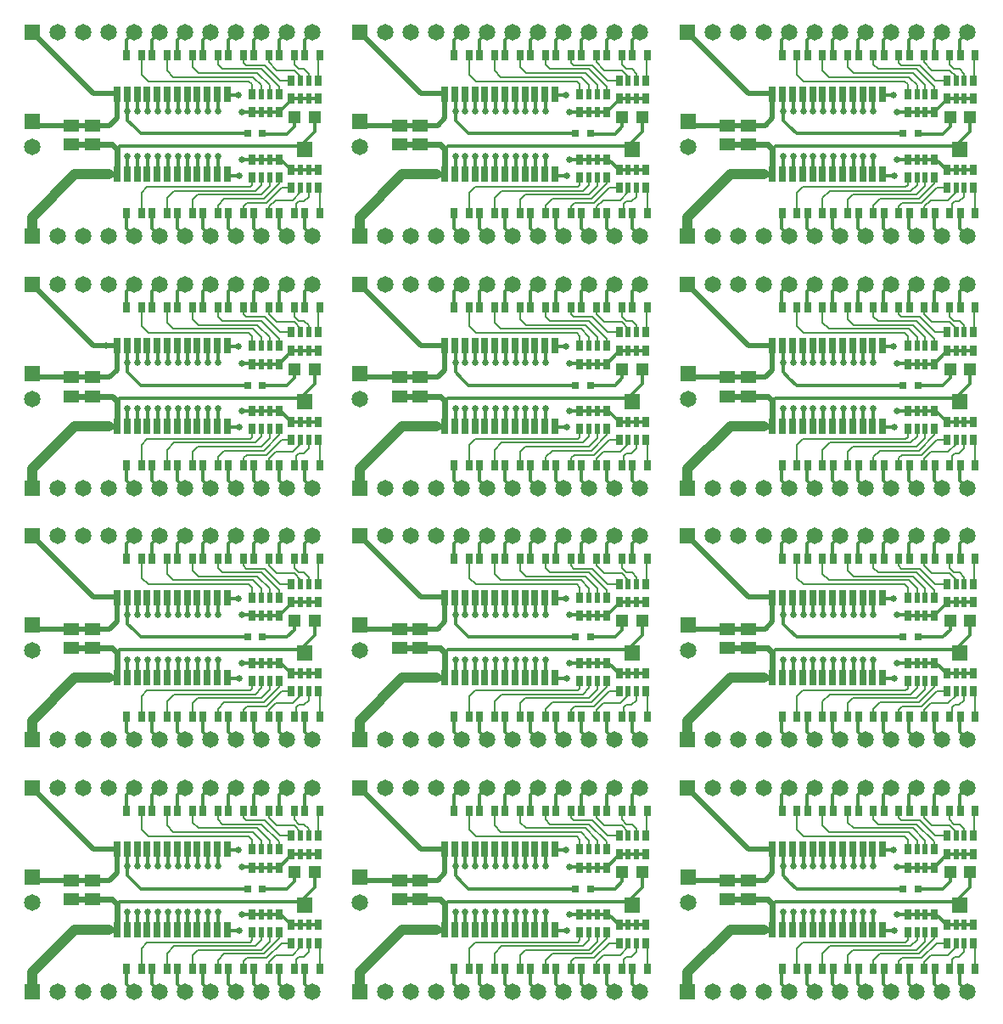
<source format=gtl>
G04 (created by PCBNEW (2013-04-03 BZR 4062)-testing) date Fri 05 Apr 2013 04:05:24 PM CEST*
%MOIN*%
G04 Gerber Fmt 3.4, Leading zero omitted, Abs format*
%FSLAX34Y34*%
G01*
G70*
G90*
G04 APERTURE LIST*
%ADD10C,0.006*%
%ADD11R,0.0255906X0.0393701*%
%ADD12R,0.019685X0.0393701*%
%ADD13R,0.0314961X0.0433071*%
%ADD14R,0.0649606X0.0649606*%
%ADD15C,0.0649606*%
%ADD16R,0.0256X0.063*%
%ADD17R,0.0314X0.0314*%
%ADD18R,0.0472X0.0472*%
%ADD19R,0.063X0.0591*%
%ADD20R,0.059X0.0511*%
%ADD21C,0.025*%
%ADD22C,0.012*%
%ADD23C,0.008*%
%ADD24C,0.024*%
%ADD25C,0.016*%
%ADD26C,0.04*%
%ADD27C,0.02*%
G04 APERTURE END LIST*
G54D10*
G54D11*
X36131Y-26771D03*
G54D12*
X35767Y-26771D03*
X35452Y-26771D03*
G54D11*
X35088Y-26771D03*
X36131Y-26062D03*
G54D12*
X35767Y-26062D03*
X35452Y-26062D03*
G54D11*
X35088Y-26062D03*
X37667Y-26240D03*
G54D12*
X37303Y-26240D03*
X36988Y-26240D03*
G54D11*
X36624Y-26240D03*
X37667Y-25531D03*
G54D12*
X37303Y-25531D03*
X36988Y-25531D03*
G54D11*
X36624Y-25531D03*
X36624Y-29035D03*
G54D12*
X36988Y-29035D03*
X37303Y-29035D03*
G54D11*
X37667Y-29035D03*
X36624Y-29744D03*
G54D12*
X36988Y-29744D03*
X37303Y-29744D03*
G54D11*
X37667Y-29744D03*
X35088Y-28622D03*
G54D12*
X35452Y-28622D03*
X35767Y-28622D03*
G54D11*
X36131Y-28622D03*
X35088Y-29330D03*
G54D12*
X35452Y-29330D03*
X35767Y-29330D03*
G54D11*
X36131Y-29330D03*
G54D13*
X30740Y-24537D03*
X30150Y-24537D03*
G54D14*
X26456Y-27137D03*
G54D15*
X26456Y-28137D03*
G54D14*
X26444Y-23637D03*
G54D15*
X27444Y-23637D03*
X28444Y-23637D03*
X29444Y-23637D03*
X30444Y-23637D03*
X31444Y-23637D03*
X32444Y-23637D03*
X33444Y-23637D03*
X34444Y-23637D03*
X35444Y-23637D03*
X36444Y-23637D03*
X37444Y-23637D03*
G54D14*
X26444Y-31637D03*
G54D15*
X27444Y-31637D03*
X28444Y-31637D03*
X29444Y-31637D03*
X30444Y-31637D03*
X31444Y-31637D03*
X32444Y-31637D03*
X33444Y-31637D03*
X34444Y-31637D03*
X35444Y-31637D03*
X36444Y-31637D03*
X37444Y-31637D03*
G54D16*
X29779Y-29212D03*
X30172Y-29212D03*
X30566Y-29212D03*
X30960Y-29212D03*
X31353Y-29212D03*
X31747Y-29212D03*
X32141Y-29212D03*
X32535Y-29212D03*
X32928Y-29212D03*
X33322Y-29212D03*
X33716Y-29212D03*
X34109Y-29212D03*
X34109Y-26062D03*
X33716Y-26062D03*
X33322Y-26062D03*
X32928Y-26062D03*
X32535Y-26062D03*
X32141Y-26062D03*
X31747Y-26062D03*
X31353Y-26062D03*
X30960Y-26062D03*
X30566Y-26062D03*
X30172Y-26062D03*
X29779Y-26062D03*
G54D17*
X35492Y-27615D03*
X34902Y-27615D03*
G54D18*
X37539Y-26968D03*
X36751Y-26968D03*
G54D19*
X37145Y-28248D03*
G54D20*
X27994Y-27288D03*
X27994Y-28036D03*
X28819Y-27288D03*
X28819Y-28036D03*
G54D13*
X35740Y-30737D03*
X35150Y-30737D03*
X34740Y-30737D03*
X34150Y-30737D03*
X36740Y-30737D03*
X36150Y-30737D03*
X33740Y-30737D03*
X33150Y-30737D03*
X32740Y-30737D03*
X32150Y-30737D03*
X31740Y-30737D03*
X31150Y-30737D03*
X30740Y-30737D03*
X30150Y-30737D03*
X37740Y-30737D03*
X37150Y-30737D03*
X37740Y-24537D03*
X37150Y-24537D03*
X36740Y-24537D03*
X36150Y-24537D03*
X35740Y-24537D03*
X35150Y-24537D03*
X34740Y-24537D03*
X34150Y-24537D03*
X31740Y-24537D03*
X31150Y-24537D03*
X33740Y-24537D03*
X33150Y-24537D03*
X32740Y-24537D03*
X32150Y-24537D03*
X32740Y-34419D03*
X32150Y-34419D03*
X33740Y-34419D03*
X33150Y-34419D03*
X31740Y-34419D03*
X31150Y-34419D03*
X34740Y-34419D03*
X34150Y-34419D03*
X35740Y-34419D03*
X35150Y-34419D03*
X36740Y-34419D03*
X36150Y-34419D03*
X37740Y-34419D03*
X37150Y-34419D03*
X37740Y-40619D03*
X37150Y-40619D03*
X30740Y-40619D03*
X30150Y-40619D03*
X31740Y-40619D03*
X31150Y-40619D03*
X32740Y-40619D03*
X32150Y-40619D03*
X33740Y-40619D03*
X33150Y-40619D03*
X36740Y-40619D03*
X36150Y-40619D03*
X34740Y-40619D03*
X34150Y-40619D03*
X35740Y-40619D03*
X35150Y-40619D03*
G54D20*
X28819Y-37170D03*
X28819Y-37918D03*
X27994Y-37170D03*
X27994Y-37918D03*
G54D18*
X37539Y-36850D03*
X36751Y-36850D03*
G54D19*
X37145Y-38130D03*
G54D17*
X35492Y-37497D03*
X34902Y-37497D03*
G54D16*
X29779Y-39094D03*
X30172Y-39094D03*
X30566Y-39094D03*
X30960Y-39094D03*
X31353Y-39094D03*
X31747Y-39094D03*
X32141Y-39094D03*
X32535Y-39094D03*
X32928Y-39094D03*
X33322Y-39094D03*
X33716Y-39094D03*
X34109Y-39094D03*
X34109Y-35944D03*
X33716Y-35944D03*
X33322Y-35944D03*
X32928Y-35944D03*
X32535Y-35944D03*
X32141Y-35944D03*
X31747Y-35944D03*
X31353Y-35944D03*
X30960Y-35944D03*
X30566Y-35944D03*
X30172Y-35944D03*
X29779Y-35944D03*
G54D14*
X26444Y-41519D03*
G54D15*
X27444Y-41519D03*
X28444Y-41519D03*
X29444Y-41519D03*
X30444Y-41519D03*
X31444Y-41519D03*
X32444Y-41519D03*
X33444Y-41519D03*
X34444Y-41519D03*
X35444Y-41519D03*
X36444Y-41519D03*
X37444Y-41519D03*
G54D14*
X26444Y-33519D03*
G54D15*
X27444Y-33519D03*
X28444Y-33519D03*
X29444Y-33519D03*
X30444Y-33519D03*
X31444Y-33519D03*
X32444Y-33519D03*
X33444Y-33519D03*
X34444Y-33519D03*
X35444Y-33519D03*
X36444Y-33519D03*
X37444Y-33519D03*
G54D14*
X26456Y-37019D03*
G54D15*
X26456Y-38019D03*
G54D13*
X30740Y-34419D03*
X30150Y-34419D03*
G54D11*
X35088Y-38503D03*
G54D12*
X35452Y-38503D03*
X35767Y-38503D03*
G54D11*
X36131Y-38503D03*
X35088Y-39212D03*
G54D12*
X35452Y-39212D03*
X35767Y-39212D03*
G54D11*
X36131Y-39212D03*
X36624Y-38917D03*
G54D12*
X36988Y-38917D03*
X37303Y-38917D03*
G54D11*
X37667Y-38917D03*
X36624Y-39625D03*
G54D12*
X36988Y-39625D03*
X37303Y-39625D03*
G54D11*
X37667Y-39625D03*
X37667Y-36122D03*
G54D12*
X37303Y-36122D03*
X36988Y-36122D03*
G54D11*
X36624Y-36122D03*
X37667Y-35413D03*
G54D12*
X37303Y-35413D03*
X36988Y-35413D03*
G54D11*
X36624Y-35413D03*
X36131Y-36653D03*
G54D12*
X35767Y-36653D03*
X35452Y-36653D03*
G54D11*
X35088Y-36653D03*
X36131Y-35944D03*
G54D12*
X35767Y-35944D03*
X35452Y-35944D03*
G54D11*
X35088Y-35944D03*
X36131Y-46535D03*
G54D12*
X35767Y-46535D03*
X35452Y-46535D03*
G54D11*
X35088Y-46535D03*
X36131Y-45826D03*
G54D12*
X35767Y-45826D03*
X35452Y-45826D03*
G54D11*
X35088Y-45826D03*
X37667Y-46003D03*
G54D12*
X37303Y-46003D03*
X36988Y-46003D03*
G54D11*
X36624Y-46003D03*
X37667Y-45295D03*
G54D12*
X37303Y-45295D03*
X36988Y-45295D03*
G54D11*
X36624Y-45295D03*
X36624Y-48799D03*
G54D12*
X36988Y-48799D03*
X37303Y-48799D03*
G54D11*
X37667Y-48799D03*
X36624Y-49507D03*
G54D12*
X36988Y-49507D03*
X37303Y-49507D03*
G54D11*
X37667Y-49507D03*
X35088Y-48385D03*
G54D12*
X35452Y-48385D03*
X35767Y-48385D03*
G54D11*
X36131Y-48385D03*
X35088Y-49094D03*
G54D12*
X35452Y-49094D03*
X35767Y-49094D03*
G54D11*
X36131Y-49094D03*
G54D13*
X30740Y-44301D03*
X30150Y-44301D03*
G54D14*
X26456Y-46901D03*
G54D15*
X26456Y-47901D03*
G54D14*
X26444Y-43401D03*
G54D15*
X27444Y-43401D03*
X28444Y-43401D03*
X29444Y-43401D03*
X30444Y-43401D03*
X31444Y-43401D03*
X32444Y-43401D03*
X33444Y-43401D03*
X34444Y-43401D03*
X35444Y-43401D03*
X36444Y-43401D03*
X37444Y-43401D03*
G54D14*
X26444Y-51401D03*
G54D15*
X27444Y-51401D03*
X28444Y-51401D03*
X29444Y-51401D03*
X30444Y-51401D03*
X31444Y-51401D03*
X32444Y-51401D03*
X33444Y-51401D03*
X34444Y-51401D03*
X35444Y-51401D03*
X36444Y-51401D03*
X37444Y-51401D03*
G54D16*
X29779Y-48976D03*
X30172Y-48976D03*
X30566Y-48976D03*
X30960Y-48976D03*
X31353Y-48976D03*
X31747Y-48976D03*
X32141Y-48976D03*
X32535Y-48976D03*
X32928Y-48976D03*
X33322Y-48976D03*
X33716Y-48976D03*
X34109Y-48976D03*
X34109Y-45826D03*
X33716Y-45826D03*
X33322Y-45826D03*
X32928Y-45826D03*
X32535Y-45826D03*
X32141Y-45826D03*
X31747Y-45826D03*
X31353Y-45826D03*
X30960Y-45826D03*
X30566Y-45826D03*
X30172Y-45826D03*
X29779Y-45826D03*
G54D17*
X35492Y-47378D03*
X34902Y-47378D03*
G54D18*
X37539Y-46731D03*
X36751Y-46731D03*
G54D19*
X37145Y-48011D03*
G54D20*
X27994Y-47052D03*
X27994Y-47800D03*
X28819Y-47052D03*
X28819Y-47800D03*
G54D13*
X35740Y-50501D03*
X35150Y-50501D03*
X34740Y-50501D03*
X34150Y-50501D03*
X36740Y-50501D03*
X36150Y-50501D03*
X33740Y-50501D03*
X33150Y-50501D03*
X32740Y-50501D03*
X32150Y-50501D03*
X31740Y-50501D03*
X31150Y-50501D03*
X30740Y-50501D03*
X30150Y-50501D03*
X37740Y-50501D03*
X37150Y-50501D03*
X37740Y-44301D03*
X37150Y-44301D03*
X36740Y-44301D03*
X36150Y-44301D03*
X35740Y-44301D03*
X35150Y-44301D03*
X34740Y-44301D03*
X34150Y-44301D03*
X31740Y-44301D03*
X31150Y-44301D03*
X33740Y-44301D03*
X33150Y-44301D03*
X32740Y-44301D03*
X32150Y-44301D03*
X32740Y-54183D03*
X32150Y-54183D03*
X33740Y-54183D03*
X33150Y-54183D03*
X31740Y-54183D03*
X31150Y-54183D03*
X34740Y-54183D03*
X34150Y-54183D03*
X35740Y-54183D03*
X35150Y-54183D03*
X36740Y-54183D03*
X36150Y-54183D03*
X37740Y-54183D03*
X37150Y-54183D03*
X37740Y-60383D03*
X37150Y-60383D03*
X30740Y-60383D03*
X30150Y-60383D03*
X31740Y-60383D03*
X31150Y-60383D03*
X32740Y-60383D03*
X32150Y-60383D03*
X33740Y-60383D03*
X33150Y-60383D03*
X36740Y-60383D03*
X36150Y-60383D03*
X34740Y-60383D03*
X34150Y-60383D03*
X35740Y-60383D03*
X35150Y-60383D03*
G54D20*
X28819Y-56934D03*
X28819Y-57682D03*
X27994Y-56934D03*
X27994Y-57682D03*
G54D18*
X37539Y-56613D03*
X36751Y-56613D03*
G54D19*
X37145Y-57893D03*
G54D17*
X35492Y-57260D03*
X34902Y-57260D03*
G54D16*
X29779Y-58858D03*
X30172Y-58858D03*
X30566Y-58858D03*
X30960Y-58858D03*
X31353Y-58858D03*
X31747Y-58858D03*
X32141Y-58858D03*
X32535Y-58858D03*
X32928Y-58858D03*
X33322Y-58858D03*
X33716Y-58858D03*
X34109Y-58858D03*
X34109Y-55708D03*
X33716Y-55708D03*
X33322Y-55708D03*
X32928Y-55708D03*
X32535Y-55708D03*
X32141Y-55708D03*
X31747Y-55708D03*
X31353Y-55708D03*
X30960Y-55708D03*
X30566Y-55708D03*
X30172Y-55708D03*
X29779Y-55708D03*
G54D14*
X26444Y-61283D03*
G54D15*
X27444Y-61283D03*
X28444Y-61283D03*
X29444Y-61283D03*
X30444Y-61283D03*
X31444Y-61283D03*
X32444Y-61283D03*
X33444Y-61283D03*
X34444Y-61283D03*
X35444Y-61283D03*
X36444Y-61283D03*
X37444Y-61283D03*
G54D14*
X26444Y-53283D03*
G54D15*
X27444Y-53283D03*
X28444Y-53283D03*
X29444Y-53283D03*
X30444Y-53283D03*
X31444Y-53283D03*
X32444Y-53283D03*
X33444Y-53283D03*
X34444Y-53283D03*
X35444Y-53283D03*
X36444Y-53283D03*
X37444Y-53283D03*
G54D14*
X26456Y-56783D03*
G54D15*
X26456Y-57783D03*
G54D13*
X30740Y-54183D03*
X30150Y-54183D03*
G54D11*
X35088Y-58267D03*
G54D12*
X35452Y-58267D03*
X35767Y-58267D03*
G54D11*
X36131Y-58267D03*
X35088Y-58976D03*
G54D12*
X35452Y-58976D03*
X35767Y-58976D03*
G54D11*
X36131Y-58976D03*
X36624Y-58681D03*
G54D12*
X36988Y-58681D03*
X37303Y-58681D03*
G54D11*
X37667Y-58681D03*
X36624Y-59389D03*
G54D12*
X36988Y-59389D03*
X37303Y-59389D03*
G54D11*
X37667Y-59389D03*
X37667Y-55885D03*
G54D12*
X37303Y-55885D03*
X36988Y-55885D03*
G54D11*
X36624Y-55885D03*
X37667Y-55177D03*
G54D12*
X37303Y-55177D03*
X36988Y-55177D03*
G54D11*
X36624Y-55177D03*
X36131Y-56417D03*
G54D12*
X35767Y-56417D03*
X35452Y-56417D03*
G54D11*
X35088Y-56417D03*
X36131Y-55708D03*
G54D12*
X35767Y-55708D03*
X35452Y-55708D03*
G54D11*
X35088Y-55708D03*
X49005Y-56417D03*
G54D12*
X48641Y-56417D03*
X48326Y-56417D03*
G54D11*
X47962Y-56417D03*
X49005Y-55708D03*
G54D12*
X48641Y-55708D03*
X48326Y-55708D03*
G54D11*
X47962Y-55708D03*
X50541Y-55885D03*
G54D12*
X50177Y-55885D03*
X49862Y-55885D03*
G54D11*
X49498Y-55885D03*
X50541Y-55177D03*
G54D12*
X50177Y-55177D03*
X49862Y-55177D03*
G54D11*
X49498Y-55177D03*
X49498Y-58681D03*
G54D12*
X49862Y-58681D03*
X50177Y-58681D03*
G54D11*
X50541Y-58681D03*
X49498Y-59389D03*
G54D12*
X49862Y-59389D03*
X50177Y-59389D03*
G54D11*
X50541Y-59389D03*
X47962Y-58267D03*
G54D12*
X48326Y-58267D03*
X48641Y-58267D03*
G54D11*
X49005Y-58267D03*
X47962Y-58976D03*
G54D12*
X48326Y-58976D03*
X48641Y-58976D03*
G54D11*
X49005Y-58976D03*
G54D13*
X43614Y-54183D03*
X43024Y-54183D03*
G54D14*
X39330Y-56783D03*
G54D15*
X39330Y-57783D03*
G54D14*
X39318Y-53283D03*
G54D15*
X40318Y-53283D03*
X41318Y-53283D03*
X42318Y-53283D03*
X43318Y-53283D03*
X44318Y-53283D03*
X45318Y-53283D03*
X46318Y-53283D03*
X47318Y-53283D03*
X48318Y-53283D03*
X49318Y-53283D03*
X50318Y-53283D03*
G54D14*
X39318Y-61283D03*
G54D15*
X40318Y-61283D03*
X41318Y-61283D03*
X42318Y-61283D03*
X43318Y-61283D03*
X44318Y-61283D03*
X45318Y-61283D03*
X46318Y-61283D03*
X47318Y-61283D03*
X48318Y-61283D03*
X49318Y-61283D03*
X50318Y-61283D03*
G54D16*
X42653Y-58858D03*
X43046Y-58858D03*
X43440Y-58858D03*
X43834Y-58858D03*
X44227Y-58858D03*
X44621Y-58858D03*
X45015Y-58858D03*
X45409Y-58858D03*
X45802Y-58858D03*
X46196Y-58858D03*
X46590Y-58858D03*
X46983Y-58858D03*
X46983Y-55708D03*
X46590Y-55708D03*
X46196Y-55708D03*
X45802Y-55708D03*
X45409Y-55708D03*
X45015Y-55708D03*
X44621Y-55708D03*
X44227Y-55708D03*
X43834Y-55708D03*
X43440Y-55708D03*
X43046Y-55708D03*
X42653Y-55708D03*
G54D17*
X48366Y-57260D03*
X47776Y-57260D03*
G54D18*
X50413Y-56613D03*
X49625Y-56613D03*
G54D19*
X50019Y-57893D03*
G54D20*
X40868Y-56934D03*
X40868Y-57682D03*
X41693Y-56934D03*
X41693Y-57682D03*
G54D13*
X48614Y-60383D03*
X48024Y-60383D03*
X47614Y-60383D03*
X47024Y-60383D03*
X49614Y-60383D03*
X49024Y-60383D03*
X46614Y-60383D03*
X46024Y-60383D03*
X45614Y-60383D03*
X45024Y-60383D03*
X44614Y-60383D03*
X44024Y-60383D03*
X43614Y-60383D03*
X43024Y-60383D03*
X50614Y-60383D03*
X50024Y-60383D03*
X50614Y-54183D03*
X50024Y-54183D03*
X49614Y-54183D03*
X49024Y-54183D03*
X48614Y-54183D03*
X48024Y-54183D03*
X47614Y-54183D03*
X47024Y-54183D03*
X44614Y-54183D03*
X44024Y-54183D03*
X46614Y-54183D03*
X46024Y-54183D03*
X45614Y-54183D03*
X45024Y-54183D03*
X45614Y-44301D03*
X45024Y-44301D03*
X46614Y-44301D03*
X46024Y-44301D03*
X44614Y-44301D03*
X44024Y-44301D03*
X47614Y-44301D03*
X47024Y-44301D03*
X48614Y-44301D03*
X48024Y-44301D03*
X49614Y-44301D03*
X49024Y-44301D03*
X50614Y-44301D03*
X50024Y-44301D03*
X50614Y-50501D03*
X50024Y-50501D03*
X43614Y-50501D03*
X43024Y-50501D03*
X44614Y-50501D03*
X44024Y-50501D03*
X45614Y-50501D03*
X45024Y-50501D03*
X46614Y-50501D03*
X46024Y-50501D03*
X49614Y-50501D03*
X49024Y-50501D03*
X47614Y-50501D03*
X47024Y-50501D03*
X48614Y-50501D03*
X48024Y-50501D03*
G54D20*
X41693Y-47052D03*
X41693Y-47800D03*
X40868Y-47052D03*
X40868Y-47800D03*
G54D18*
X50413Y-46731D03*
X49625Y-46731D03*
G54D19*
X50019Y-48011D03*
G54D17*
X48366Y-47378D03*
X47776Y-47378D03*
G54D16*
X42653Y-48976D03*
X43046Y-48976D03*
X43440Y-48976D03*
X43834Y-48976D03*
X44227Y-48976D03*
X44621Y-48976D03*
X45015Y-48976D03*
X45409Y-48976D03*
X45802Y-48976D03*
X46196Y-48976D03*
X46590Y-48976D03*
X46983Y-48976D03*
X46983Y-45826D03*
X46590Y-45826D03*
X46196Y-45826D03*
X45802Y-45826D03*
X45409Y-45826D03*
X45015Y-45826D03*
X44621Y-45826D03*
X44227Y-45826D03*
X43834Y-45826D03*
X43440Y-45826D03*
X43046Y-45826D03*
X42653Y-45826D03*
G54D14*
X39318Y-51401D03*
G54D15*
X40318Y-51401D03*
X41318Y-51401D03*
X42318Y-51401D03*
X43318Y-51401D03*
X44318Y-51401D03*
X45318Y-51401D03*
X46318Y-51401D03*
X47318Y-51401D03*
X48318Y-51401D03*
X49318Y-51401D03*
X50318Y-51401D03*
G54D14*
X39318Y-43401D03*
G54D15*
X40318Y-43401D03*
X41318Y-43401D03*
X42318Y-43401D03*
X43318Y-43401D03*
X44318Y-43401D03*
X45318Y-43401D03*
X46318Y-43401D03*
X47318Y-43401D03*
X48318Y-43401D03*
X49318Y-43401D03*
X50318Y-43401D03*
G54D14*
X39330Y-46901D03*
G54D15*
X39330Y-47901D03*
G54D13*
X43614Y-44301D03*
X43024Y-44301D03*
G54D11*
X47962Y-48385D03*
G54D12*
X48326Y-48385D03*
X48641Y-48385D03*
G54D11*
X49005Y-48385D03*
X47962Y-49094D03*
G54D12*
X48326Y-49094D03*
X48641Y-49094D03*
G54D11*
X49005Y-49094D03*
X49498Y-48799D03*
G54D12*
X49862Y-48799D03*
X50177Y-48799D03*
G54D11*
X50541Y-48799D03*
X49498Y-49507D03*
G54D12*
X49862Y-49507D03*
X50177Y-49507D03*
G54D11*
X50541Y-49507D03*
X50541Y-46003D03*
G54D12*
X50177Y-46003D03*
X49862Y-46003D03*
G54D11*
X49498Y-46003D03*
X50541Y-45295D03*
G54D12*
X50177Y-45295D03*
X49862Y-45295D03*
G54D11*
X49498Y-45295D03*
X49005Y-46535D03*
G54D12*
X48641Y-46535D03*
X48326Y-46535D03*
G54D11*
X47962Y-46535D03*
X49005Y-45826D03*
G54D12*
X48641Y-45826D03*
X48326Y-45826D03*
G54D11*
X47962Y-45826D03*
X49005Y-36653D03*
G54D12*
X48641Y-36653D03*
X48326Y-36653D03*
G54D11*
X47962Y-36653D03*
X49005Y-35944D03*
G54D12*
X48641Y-35944D03*
X48326Y-35944D03*
G54D11*
X47962Y-35944D03*
X50541Y-36122D03*
G54D12*
X50177Y-36122D03*
X49862Y-36122D03*
G54D11*
X49498Y-36122D03*
X50541Y-35413D03*
G54D12*
X50177Y-35413D03*
X49862Y-35413D03*
G54D11*
X49498Y-35413D03*
X49498Y-38917D03*
G54D12*
X49862Y-38917D03*
X50177Y-38917D03*
G54D11*
X50541Y-38917D03*
X49498Y-39625D03*
G54D12*
X49862Y-39625D03*
X50177Y-39625D03*
G54D11*
X50541Y-39625D03*
X47962Y-38503D03*
G54D12*
X48326Y-38503D03*
X48641Y-38503D03*
G54D11*
X49005Y-38503D03*
X47962Y-39212D03*
G54D12*
X48326Y-39212D03*
X48641Y-39212D03*
G54D11*
X49005Y-39212D03*
G54D13*
X43614Y-34419D03*
X43024Y-34419D03*
G54D14*
X39330Y-37019D03*
G54D15*
X39330Y-38019D03*
G54D14*
X39318Y-33519D03*
G54D15*
X40318Y-33519D03*
X41318Y-33519D03*
X42318Y-33519D03*
X43318Y-33519D03*
X44318Y-33519D03*
X45318Y-33519D03*
X46318Y-33519D03*
X47318Y-33519D03*
X48318Y-33519D03*
X49318Y-33519D03*
X50318Y-33519D03*
G54D14*
X39318Y-41519D03*
G54D15*
X40318Y-41519D03*
X41318Y-41519D03*
X42318Y-41519D03*
X43318Y-41519D03*
X44318Y-41519D03*
X45318Y-41519D03*
X46318Y-41519D03*
X47318Y-41519D03*
X48318Y-41519D03*
X49318Y-41519D03*
X50318Y-41519D03*
G54D16*
X42653Y-39094D03*
X43046Y-39094D03*
X43440Y-39094D03*
X43834Y-39094D03*
X44227Y-39094D03*
X44621Y-39094D03*
X45015Y-39094D03*
X45409Y-39094D03*
X45802Y-39094D03*
X46196Y-39094D03*
X46590Y-39094D03*
X46983Y-39094D03*
X46983Y-35944D03*
X46590Y-35944D03*
X46196Y-35944D03*
X45802Y-35944D03*
X45409Y-35944D03*
X45015Y-35944D03*
X44621Y-35944D03*
X44227Y-35944D03*
X43834Y-35944D03*
X43440Y-35944D03*
X43046Y-35944D03*
X42653Y-35944D03*
G54D17*
X48366Y-37497D03*
X47776Y-37497D03*
G54D18*
X50413Y-36850D03*
X49625Y-36850D03*
G54D19*
X50019Y-38130D03*
G54D20*
X40868Y-37170D03*
X40868Y-37918D03*
X41693Y-37170D03*
X41693Y-37918D03*
G54D13*
X48614Y-40619D03*
X48024Y-40619D03*
X47614Y-40619D03*
X47024Y-40619D03*
X49614Y-40619D03*
X49024Y-40619D03*
X46614Y-40619D03*
X46024Y-40619D03*
X45614Y-40619D03*
X45024Y-40619D03*
X44614Y-40619D03*
X44024Y-40619D03*
X43614Y-40619D03*
X43024Y-40619D03*
X50614Y-40619D03*
X50024Y-40619D03*
X50614Y-34419D03*
X50024Y-34419D03*
X49614Y-34419D03*
X49024Y-34419D03*
X48614Y-34419D03*
X48024Y-34419D03*
X47614Y-34419D03*
X47024Y-34419D03*
X44614Y-34419D03*
X44024Y-34419D03*
X46614Y-34419D03*
X46024Y-34419D03*
X45614Y-34419D03*
X45024Y-34419D03*
X45614Y-24537D03*
X45024Y-24537D03*
X46614Y-24537D03*
X46024Y-24537D03*
X44614Y-24537D03*
X44024Y-24537D03*
X47614Y-24537D03*
X47024Y-24537D03*
X48614Y-24537D03*
X48024Y-24537D03*
X49614Y-24537D03*
X49024Y-24537D03*
X50614Y-24537D03*
X50024Y-24537D03*
X50614Y-30737D03*
X50024Y-30737D03*
X43614Y-30737D03*
X43024Y-30737D03*
X44614Y-30737D03*
X44024Y-30737D03*
X45614Y-30737D03*
X45024Y-30737D03*
X46614Y-30737D03*
X46024Y-30737D03*
X49614Y-30737D03*
X49024Y-30737D03*
X47614Y-30737D03*
X47024Y-30737D03*
X48614Y-30737D03*
X48024Y-30737D03*
G54D20*
X41693Y-27288D03*
X41693Y-28036D03*
X40868Y-27288D03*
X40868Y-28036D03*
G54D18*
X50413Y-26968D03*
X49625Y-26968D03*
G54D19*
X50019Y-28248D03*
G54D17*
X48366Y-27615D03*
X47776Y-27615D03*
G54D16*
X42653Y-29212D03*
X43046Y-29212D03*
X43440Y-29212D03*
X43834Y-29212D03*
X44227Y-29212D03*
X44621Y-29212D03*
X45015Y-29212D03*
X45409Y-29212D03*
X45802Y-29212D03*
X46196Y-29212D03*
X46590Y-29212D03*
X46983Y-29212D03*
X46983Y-26062D03*
X46590Y-26062D03*
X46196Y-26062D03*
X45802Y-26062D03*
X45409Y-26062D03*
X45015Y-26062D03*
X44621Y-26062D03*
X44227Y-26062D03*
X43834Y-26062D03*
X43440Y-26062D03*
X43046Y-26062D03*
X42653Y-26062D03*
G54D14*
X39318Y-31637D03*
G54D15*
X40318Y-31637D03*
X41318Y-31637D03*
X42318Y-31637D03*
X43318Y-31637D03*
X44318Y-31637D03*
X45318Y-31637D03*
X46318Y-31637D03*
X47318Y-31637D03*
X48318Y-31637D03*
X49318Y-31637D03*
X50318Y-31637D03*
G54D14*
X39318Y-23637D03*
G54D15*
X40318Y-23637D03*
X41318Y-23637D03*
X42318Y-23637D03*
X43318Y-23637D03*
X44318Y-23637D03*
X45318Y-23637D03*
X46318Y-23637D03*
X47318Y-23637D03*
X48318Y-23637D03*
X49318Y-23637D03*
X50318Y-23637D03*
G54D14*
X39330Y-27137D03*
G54D15*
X39330Y-28137D03*
G54D13*
X43614Y-24537D03*
X43024Y-24537D03*
G54D11*
X47962Y-28622D03*
G54D12*
X48326Y-28622D03*
X48641Y-28622D03*
G54D11*
X49005Y-28622D03*
X47962Y-29330D03*
G54D12*
X48326Y-29330D03*
X48641Y-29330D03*
G54D11*
X49005Y-29330D03*
X49498Y-29035D03*
G54D12*
X49862Y-29035D03*
X50177Y-29035D03*
G54D11*
X50541Y-29035D03*
X49498Y-29744D03*
G54D12*
X49862Y-29744D03*
X50177Y-29744D03*
G54D11*
X50541Y-29744D03*
X50541Y-26240D03*
G54D12*
X50177Y-26240D03*
X49862Y-26240D03*
G54D11*
X49498Y-26240D03*
X50541Y-25531D03*
G54D12*
X50177Y-25531D03*
X49862Y-25531D03*
G54D11*
X49498Y-25531D03*
X49005Y-26771D03*
G54D12*
X48641Y-26771D03*
X48326Y-26771D03*
G54D11*
X47962Y-26771D03*
X49005Y-26062D03*
G54D12*
X48641Y-26062D03*
X48326Y-26062D03*
G54D11*
X47962Y-26062D03*
X61879Y-26771D03*
G54D12*
X61515Y-26771D03*
X61200Y-26771D03*
G54D11*
X60836Y-26771D03*
X61879Y-26062D03*
G54D12*
X61515Y-26062D03*
X61200Y-26062D03*
G54D11*
X60836Y-26062D03*
X63415Y-26240D03*
G54D12*
X63051Y-26240D03*
X62736Y-26240D03*
G54D11*
X62372Y-26240D03*
X63415Y-25531D03*
G54D12*
X63051Y-25531D03*
X62736Y-25531D03*
G54D11*
X62372Y-25531D03*
X62372Y-29035D03*
G54D12*
X62736Y-29035D03*
X63051Y-29035D03*
G54D11*
X63415Y-29035D03*
X62372Y-29744D03*
G54D12*
X62736Y-29744D03*
X63051Y-29744D03*
G54D11*
X63415Y-29744D03*
X60836Y-28622D03*
G54D12*
X61200Y-28622D03*
X61515Y-28622D03*
G54D11*
X61879Y-28622D03*
X60836Y-29330D03*
G54D12*
X61200Y-29330D03*
X61515Y-29330D03*
G54D11*
X61879Y-29330D03*
G54D13*
X56488Y-24537D03*
X55898Y-24537D03*
G54D14*
X52204Y-27137D03*
G54D15*
X52204Y-28137D03*
G54D14*
X52192Y-23637D03*
G54D15*
X53192Y-23637D03*
X54192Y-23637D03*
X55192Y-23637D03*
X56192Y-23637D03*
X57192Y-23637D03*
X58192Y-23637D03*
X59192Y-23637D03*
X60192Y-23637D03*
X61192Y-23637D03*
X62192Y-23637D03*
X63192Y-23637D03*
G54D14*
X52192Y-31637D03*
G54D15*
X53192Y-31637D03*
X54192Y-31637D03*
X55192Y-31637D03*
X56192Y-31637D03*
X57192Y-31637D03*
X58192Y-31637D03*
X59192Y-31637D03*
X60192Y-31637D03*
X61192Y-31637D03*
X62192Y-31637D03*
X63192Y-31637D03*
G54D16*
X55527Y-29212D03*
X55920Y-29212D03*
X56314Y-29212D03*
X56708Y-29212D03*
X57101Y-29212D03*
X57495Y-29212D03*
X57889Y-29212D03*
X58283Y-29212D03*
X58676Y-29212D03*
X59070Y-29212D03*
X59464Y-29212D03*
X59857Y-29212D03*
X59857Y-26062D03*
X59464Y-26062D03*
X59070Y-26062D03*
X58676Y-26062D03*
X58283Y-26062D03*
X57889Y-26062D03*
X57495Y-26062D03*
X57101Y-26062D03*
X56708Y-26062D03*
X56314Y-26062D03*
X55920Y-26062D03*
X55527Y-26062D03*
G54D17*
X61240Y-27615D03*
X60650Y-27615D03*
G54D18*
X63287Y-26968D03*
X62499Y-26968D03*
G54D19*
X62893Y-28248D03*
G54D20*
X53742Y-27288D03*
X53742Y-28036D03*
X54567Y-27288D03*
X54567Y-28036D03*
G54D13*
X61488Y-30737D03*
X60898Y-30737D03*
X60488Y-30737D03*
X59898Y-30737D03*
X62488Y-30737D03*
X61898Y-30737D03*
X59488Y-30737D03*
X58898Y-30737D03*
X58488Y-30737D03*
X57898Y-30737D03*
X57488Y-30737D03*
X56898Y-30737D03*
X56488Y-30737D03*
X55898Y-30737D03*
X63488Y-30737D03*
X62898Y-30737D03*
X63488Y-24537D03*
X62898Y-24537D03*
X62488Y-24537D03*
X61898Y-24537D03*
X61488Y-24537D03*
X60898Y-24537D03*
X60488Y-24537D03*
X59898Y-24537D03*
X57488Y-24537D03*
X56898Y-24537D03*
X59488Y-24537D03*
X58898Y-24537D03*
X58488Y-24537D03*
X57898Y-24537D03*
X58488Y-34419D03*
X57898Y-34419D03*
X59488Y-34419D03*
X58898Y-34419D03*
X57488Y-34419D03*
X56898Y-34419D03*
X60488Y-34419D03*
X59898Y-34419D03*
X61488Y-34419D03*
X60898Y-34419D03*
X62488Y-34419D03*
X61898Y-34419D03*
X63488Y-34419D03*
X62898Y-34419D03*
X63488Y-40619D03*
X62898Y-40619D03*
X56488Y-40619D03*
X55898Y-40619D03*
X57488Y-40619D03*
X56898Y-40619D03*
X58488Y-40619D03*
X57898Y-40619D03*
X59488Y-40619D03*
X58898Y-40619D03*
X62488Y-40619D03*
X61898Y-40619D03*
X60488Y-40619D03*
X59898Y-40619D03*
X61488Y-40619D03*
X60898Y-40619D03*
G54D20*
X54567Y-37170D03*
X54567Y-37918D03*
X53742Y-37170D03*
X53742Y-37918D03*
G54D18*
X63287Y-36850D03*
X62499Y-36850D03*
G54D19*
X62893Y-38130D03*
G54D17*
X61240Y-37497D03*
X60650Y-37497D03*
G54D16*
X55527Y-39094D03*
X55920Y-39094D03*
X56314Y-39094D03*
X56708Y-39094D03*
X57101Y-39094D03*
X57495Y-39094D03*
X57889Y-39094D03*
X58283Y-39094D03*
X58676Y-39094D03*
X59070Y-39094D03*
X59464Y-39094D03*
X59857Y-39094D03*
X59857Y-35944D03*
X59464Y-35944D03*
X59070Y-35944D03*
X58676Y-35944D03*
X58283Y-35944D03*
X57889Y-35944D03*
X57495Y-35944D03*
X57101Y-35944D03*
X56708Y-35944D03*
X56314Y-35944D03*
X55920Y-35944D03*
X55527Y-35944D03*
G54D14*
X52192Y-41519D03*
G54D15*
X53192Y-41519D03*
X54192Y-41519D03*
X55192Y-41519D03*
X56192Y-41519D03*
X57192Y-41519D03*
X58192Y-41519D03*
X59192Y-41519D03*
X60192Y-41519D03*
X61192Y-41519D03*
X62192Y-41519D03*
X63192Y-41519D03*
G54D14*
X52192Y-33519D03*
G54D15*
X53192Y-33519D03*
X54192Y-33519D03*
X55192Y-33519D03*
X56192Y-33519D03*
X57192Y-33519D03*
X58192Y-33519D03*
X59192Y-33519D03*
X60192Y-33519D03*
X61192Y-33519D03*
X62192Y-33519D03*
X63192Y-33519D03*
G54D14*
X52204Y-37019D03*
G54D15*
X52204Y-38019D03*
G54D13*
X56488Y-34419D03*
X55898Y-34419D03*
G54D11*
X60836Y-38503D03*
G54D12*
X61200Y-38503D03*
X61515Y-38503D03*
G54D11*
X61879Y-38503D03*
X60836Y-39212D03*
G54D12*
X61200Y-39212D03*
X61515Y-39212D03*
G54D11*
X61879Y-39212D03*
X62372Y-38917D03*
G54D12*
X62736Y-38917D03*
X63051Y-38917D03*
G54D11*
X63415Y-38917D03*
X62372Y-39625D03*
G54D12*
X62736Y-39625D03*
X63051Y-39625D03*
G54D11*
X63415Y-39625D03*
X63415Y-36122D03*
G54D12*
X63051Y-36122D03*
X62736Y-36122D03*
G54D11*
X62372Y-36122D03*
X63415Y-35413D03*
G54D12*
X63051Y-35413D03*
X62736Y-35413D03*
G54D11*
X62372Y-35413D03*
X61879Y-36653D03*
G54D12*
X61515Y-36653D03*
X61200Y-36653D03*
G54D11*
X60836Y-36653D03*
X61879Y-35944D03*
G54D12*
X61515Y-35944D03*
X61200Y-35944D03*
G54D11*
X60836Y-35944D03*
X61879Y-46535D03*
G54D12*
X61515Y-46535D03*
X61200Y-46535D03*
G54D11*
X60836Y-46535D03*
X61879Y-45826D03*
G54D12*
X61515Y-45826D03*
X61200Y-45826D03*
G54D11*
X60836Y-45826D03*
X63415Y-46003D03*
G54D12*
X63051Y-46003D03*
X62736Y-46003D03*
G54D11*
X62372Y-46003D03*
X63415Y-45295D03*
G54D12*
X63051Y-45295D03*
X62736Y-45295D03*
G54D11*
X62372Y-45295D03*
X62372Y-48799D03*
G54D12*
X62736Y-48799D03*
X63051Y-48799D03*
G54D11*
X63415Y-48799D03*
X62372Y-49507D03*
G54D12*
X62736Y-49507D03*
X63051Y-49507D03*
G54D11*
X63415Y-49507D03*
X60836Y-48385D03*
G54D12*
X61200Y-48385D03*
X61515Y-48385D03*
G54D11*
X61879Y-48385D03*
X60836Y-49094D03*
G54D12*
X61200Y-49094D03*
X61515Y-49094D03*
G54D11*
X61879Y-49094D03*
G54D13*
X56488Y-44301D03*
X55898Y-44301D03*
G54D14*
X52204Y-46901D03*
G54D15*
X52204Y-47901D03*
G54D14*
X52192Y-43401D03*
G54D15*
X53192Y-43401D03*
X54192Y-43401D03*
X55192Y-43401D03*
X56192Y-43401D03*
X57192Y-43401D03*
X58192Y-43401D03*
X59192Y-43401D03*
X60192Y-43401D03*
X61192Y-43401D03*
X62192Y-43401D03*
X63192Y-43401D03*
G54D14*
X52192Y-51401D03*
G54D15*
X53192Y-51401D03*
X54192Y-51401D03*
X55192Y-51401D03*
X56192Y-51401D03*
X57192Y-51401D03*
X58192Y-51401D03*
X59192Y-51401D03*
X60192Y-51401D03*
X61192Y-51401D03*
X62192Y-51401D03*
X63192Y-51401D03*
G54D16*
X55527Y-48976D03*
X55920Y-48976D03*
X56314Y-48976D03*
X56708Y-48976D03*
X57101Y-48976D03*
X57495Y-48976D03*
X57889Y-48976D03*
X58283Y-48976D03*
X58676Y-48976D03*
X59070Y-48976D03*
X59464Y-48976D03*
X59857Y-48976D03*
X59857Y-45826D03*
X59464Y-45826D03*
X59070Y-45826D03*
X58676Y-45826D03*
X58283Y-45826D03*
X57889Y-45826D03*
X57495Y-45826D03*
X57101Y-45826D03*
X56708Y-45826D03*
X56314Y-45826D03*
X55920Y-45826D03*
X55527Y-45826D03*
G54D17*
X61240Y-47378D03*
X60650Y-47378D03*
G54D18*
X63287Y-46731D03*
X62499Y-46731D03*
G54D19*
X62893Y-48011D03*
G54D20*
X53742Y-47052D03*
X53742Y-47800D03*
X54567Y-47052D03*
X54567Y-47800D03*
G54D13*
X61488Y-50501D03*
X60898Y-50501D03*
X60488Y-50501D03*
X59898Y-50501D03*
X62488Y-50501D03*
X61898Y-50501D03*
X59488Y-50501D03*
X58898Y-50501D03*
X58488Y-50501D03*
X57898Y-50501D03*
X57488Y-50501D03*
X56898Y-50501D03*
X56488Y-50501D03*
X55898Y-50501D03*
X63488Y-50501D03*
X62898Y-50501D03*
X63488Y-44301D03*
X62898Y-44301D03*
X62488Y-44301D03*
X61898Y-44301D03*
X61488Y-44301D03*
X60898Y-44301D03*
X60488Y-44301D03*
X59898Y-44301D03*
X57488Y-44301D03*
X56898Y-44301D03*
X59488Y-44301D03*
X58898Y-44301D03*
X58488Y-44301D03*
X57898Y-44301D03*
X58488Y-54183D03*
X57898Y-54183D03*
X59488Y-54183D03*
X58898Y-54183D03*
X57488Y-54183D03*
X56898Y-54183D03*
X60488Y-54183D03*
X59898Y-54183D03*
X61488Y-54183D03*
X60898Y-54183D03*
X62488Y-54183D03*
X61898Y-54183D03*
X63488Y-54183D03*
X62898Y-54183D03*
X63488Y-60383D03*
X62898Y-60383D03*
X56488Y-60383D03*
X55898Y-60383D03*
X57488Y-60383D03*
X56898Y-60383D03*
X58488Y-60383D03*
X57898Y-60383D03*
X59488Y-60383D03*
X58898Y-60383D03*
X62488Y-60383D03*
X61898Y-60383D03*
X60488Y-60383D03*
X59898Y-60383D03*
X61488Y-60383D03*
X60898Y-60383D03*
G54D20*
X54567Y-56934D03*
X54567Y-57682D03*
X53742Y-56934D03*
X53742Y-57682D03*
G54D18*
X63287Y-56613D03*
X62499Y-56613D03*
G54D19*
X62893Y-57893D03*
G54D17*
X61240Y-57260D03*
X60650Y-57260D03*
G54D16*
X55527Y-58858D03*
X55920Y-58858D03*
X56314Y-58858D03*
X56708Y-58858D03*
X57101Y-58858D03*
X57495Y-58858D03*
X57889Y-58858D03*
X58283Y-58858D03*
X58676Y-58858D03*
X59070Y-58858D03*
X59464Y-58858D03*
X59857Y-58858D03*
X59857Y-55708D03*
X59464Y-55708D03*
X59070Y-55708D03*
X58676Y-55708D03*
X58283Y-55708D03*
X57889Y-55708D03*
X57495Y-55708D03*
X57101Y-55708D03*
X56708Y-55708D03*
X56314Y-55708D03*
X55920Y-55708D03*
X55527Y-55708D03*
G54D14*
X52192Y-61283D03*
G54D15*
X53192Y-61283D03*
X54192Y-61283D03*
X55192Y-61283D03*
X56192Y-61283D03*
X57192Y-61283D03*
X58192Y-61283D03*
X59192Y-61283D03*
X60192Y-61283D03*
X61192Y-61283D03*
X62192Y-61283D03*
X63192Y-61283D03*
G54D14*
X52192Y-53283D03*
G54D15*
X53192Y-53283D03*
X54192Y-53283D03*
X55192Y-53283D03*
X56192Y-53283D03*
X57192Y-53283D03*
X58192Y-53283D03*
X59192Y-53283D03*
X60192Y-53283D03*
X61192Y-53283D03*
X62192Y-53283D03*
X63192Y-53283D03*
G54D14*
X52204Y-56783D03*
G54D15*
X52204Y-57783D03*
G54D13*
X56488Y-54183D03*
X55898Y-54183D03*
G54D11*
X60836Y-58267D03*
G54D12*
X61200Y-58267D03*
X61515Y-58267D03*
G54D11*
X61879Y-58267D03*
X60836Y-58976D03*
G54D12*
X61200Y-58976D03*
X61515Y-58976D03*
G54D11*
X61879Y-58976D03*
X62372Y-58681D03*
G54D12*
X62736Y-58681D03*
X63051Y-58681D03*
G54D11*
X63415Y-58681D03*
X62372Y-59389D03*
G54D12*
X62736Y-59389D03*
X63051Y-59389D03*
G54D11*
X63415Y-59389D03*
X63415Y-55885D03*
G54D12*
X63051Y-55885D03*
X62736Y-55885D03*
G54D11*
X62372Y-55885D03*
X63415Y-55177D03*
G54D12*
X63051Y-55177D03*
X62736Y-55177D03*
G54D11*
X62372Y-55177D03*
X61879Y-56417D03*
G54D12*
X61515Y-56417D03*
X61200Y-56417D03*
G54D11*
X60836Y-56417D03*
X61879Y-55708D03*
G54D12*
X61515Y-55708D03*
X61200Y-55708D03*
G54D11*
X60836Y-55708D03*
G54D21*
X30590Y-28503D03*
X30590Y-38385D03*
X30590Y-48267D03*
X30590Y-58149D03*
X43464Y-58149D03*
X43464Y-48267D03*
X43464Y-38385D03*
X43464Y-28503D03*
X56338Y-28503D03*
X56338Y-38385D03*
X56338Y-48267D03*
X56338Y-58149D03*
X30984Y-26732D03*
X30984Y-36614D03*
X30984Y-46496D03*
X30984Y-56377D03*
X43858Y-56377D03*
X43858Y-46496D03*
X43858Y-36614D03*
X43858Y-26732D03*
X56732Y-26732D03*
X56732Y-36614D03*
X56732Y-46496D03*
X56732Y-56377D03*
X30984Y-28503D03*
X30984Y-38385D03*
X30984Y-48267D03*
X30984Y-58149D03*
X43858Y-58149D03*
X43858Y-48267D03*
X43858Y-38385D03*
X43858Y-28503D03*
X56732Y-28503D03*
X56732Y-38385D03*
X56732Y-48267D03*
X56732Y-58149D03*
X31377Y-28503D03*
X31377Y-38385D03*
X31377Y-48267D03*
X31377Y-58149D03*
X44251Y-58149D03*
X44251Y-48267D03*
X44251Y-38385D03*
X44251Y-28503D03*
X57125Y-28503D03*
X57125Y-38385D03*
X57125Y-48267D03*
X57125Y-58149D03*
X31771Y-28503D03*
X31771Y-38385D03*
X31771Y-48267D03*
X31771Y-58149D03*
X44645Y-58149D03*
X44645Y-48267D03*
X44645Y-38385D03*
X44645Y-28503D03*
X57519Y-28503D03*
X57519Y-38385D03*
X57519Y-48267D03*
X57519Y-58149D03*
X33346Y-26732D03*
X33346Y-36614D03*
X33346Y-46496D03*
X33346Y-56377D03*
X46220Y-56377D03*
X46220Y-46496D03*
X46220Y-36614D03*
X46220Y-26732D03*
X59094Y-26732D03*
X59094Y-36614D03*
X59094Y-46496D03*
X59094Y-56377D03*
X32952Y-26732D03*
X32952Y-36614D03*
X32952Y-46496D03*
X32952Y-56377D03*
X45826Y-56377D03*
X45826Y-46496D03*
X45826Y-36614D03*
X45826Y-26732D03*
X58700Y-26732D03*
X58700Y-36614D03*
X58700Y-46496D03*
X58700Y-56377D03*
X32559Y-26732D03*
X32559Y-36614D03*
X32559Y-46496D03*
X32559Y-56377D03*
X45433Y-56377D03*
X45433Y-46496D03*
X45433Y-36614D03*
X45433Y-26732D03*
X58307Y-26732D03*
X58307Y-36614D03*
X58307Y-46496D03*
X58307Y-56377D03*
X32165Y-26732D03*
X32165Y-36614D03*
X32165Y-46496D03*
X32165Y-56377D03*
X45039Y-56377D03*
X45039Y-46496D03*
X45039Y-36614D03*
X45039Y-26732D03*
X57913Y-26732D03*
X57913Y-36614D03*
X57913Y-46496D03*
X57913Y-56377D03*
X31771Y-26732D03*
X31771Y-36614D03*
X31771Y-46496D03*
X31771Y-56377D03*
X44645Y-56377D03*
X44645Y-46496D03*
X44645Y-36614D03*
X44645Y-26732D03*
X57519Y-26732D03*
X57519Y-36614D03*
X57519Y-46496D03*
X57519Y-56377D03*
X31377Y-26732D03*
X31377Y-36614D03*
X31377Y-46496D03*
X31377Y-56377D03*
X44251Y-56377D03*
X44251Y-46496D03*
X44251Y-36614D03*
X44251Y-26732D03*
X57125Y-26732D03*
X57125Y-36614D03*
X57125Y-46496D03*
X57125Y-56377D03*
X32165Y-28503D03*
X32165Y-38385D03*
X32165Y-48267D03*
X32165Y-58149D03*
X45039Y-58149D03*
X45039Y-48267D03*
X45039Y-38385D03*
X45039Y-28503D03*
X57913Y-28503D03*
X57913Y-38385D03*
X57913Y-48267D03*
X57913Y-58149D03*
X32559Y-28503D03*
X32559Y-38385D03*
X32559Y-48267D03*
X32559Y-58149D03*
X45433Y-58149D03*
X45433Y-48267D03*
X45433Y-38385D03*
X45433Y-28503D03*
X58307Y-28503D03*
X58307Y-38385D03*
X58307Y-48267D03*
X58307Y-58149D03*
X32952Y-28503D03*
X32952Y-38385D03*
X32952Y-48267D03*
X32952Y-58149D03*
X45826Y-58149D03*
X45826Y-48267D03*
X45826Y-38385D03*
X45826Y-28503D03*
X58700Y-28503D03*
X58700Y-38385D03*
X58700Y-48267D03*
X58700Y-58149D03*
X33346Y-28503D03*
X33346Y-38385D03*
X33346Y-48267D03*
X33346Y-58149D03*
X46220Y-58149D03*
X46220Y-48267D03*
X46220Y-38385D03*
X46220Y-28503D03*
X59094Y-28503D03*
X59094Y-38385D03*
X59094Y-48267D03*
X59094Y-58149D03*
X33740Y-28503D03*
X33740Y-38385D03*
X33740Y-48267D03*
X33740Y-58149D03*
X46614Y-58149D03*
X46614Y-48267D03*
X46614Y-38385D03*
X46614Y-28503D03*
X59488Y-28503D03*
X59488Y-38385D03*
X59488Y-48267D03*
X59488Y-58149D03*
X34566Y-29251D03*
X34566Y-39133D03*
X34566Y-49015D03*
X34566Y-58897D03*
X47440Y-58897D03*
X47440Y-49015D03*
X47440Y-39133D03*
X47440Y-29251D03*
X60314Y-29251D03*
X60314Y-39133D03*
X60314Y-49015D03*
X60314Y-58897D03*
X34544Y-26087D03*
X34544Y-35969D03*
X34544Y-45851D03*
X34544Y-55733D03*
X47418Y-55733D03*
X47418Y-45851D03*
X47418Y-35969D03*
X47418Y-26087D03*
X60292Y-26087D03*
X60292Y-35969D03*
X60292Y-45851D03*
X60292Y-55733D03*
X33740Y-26732D03*
X33740Y-36614D03*
X33740Y-46496D03*
X33740Y-56377D03*
X46614Y-56377D03*
X46614Y-46496D03*
X46614Y-36614D03*
X46614Y-26732D03*
X59488Y-26732D03*
X59488Y-36614D03*
X59488Y-46496D03*
X59488Y-56377D03*
X30196Y-26732D03*
X30196Y-36614D03*
X30196Y-46496D03*
X30196Y-56377D03*
X43070Y-56377D03*
X43070Y-46496D03*
X43070Y-36614D03*
X43070Y-26732D03*
X55944Y-26732D03*
X55944Y-36614D03*
X55944Y-46496D03*
X55944Y-56377D03*
X30196Y-28503D03*
X30196Y-38385D03*
X30196Y-48267D03*
X30196Y-58149D03*
X43070Y-58149D03*
X43070Y-48267D03*
X43070Y-38385D03*
X43070Y-28503D03*
X55944Y-28503D03*
X55944Y-38385D03*
X55944Y-48267D03*
X55944Y-58149D03*
X30590Y-26732D03*
X30590Y-36614D03*
X30590Y-46496D03*
X30590Y-56377D03*
X43464Y-56377D03*
X43464Y-46496D03*
X43464Y-36614D03*
X43464Y-26732D03*
X56338Y-26732D03*
X56338Y-36614D03*
X56338Y-46496D03*
X56338Y-56377D03*
X34665Y-26751D03*
X34665Y-28622D03*
X34665Y-38503D03*
X34665Y-36633D03*
X34665Y-46515D03*
X34665Y-48385D03*
X34665Y-58267D03*
X34665Y-56397D03*
X47539Y-56397D03*
X47539Y-58267D03*
X47539Y-48385D03*
X47539Y-46515D03*
X47539Y-36633D03*
X47539Y-38503D03*
X47539Y-28622D03*
X47539Y-26751D03*
X60413Y-26751D03*
X60413Y-28622D03*
X60413Y-38503D03*
X60413Y-36633D03*
X60413Y-46515D03*
X60413Y-48385D03*
X60413Y-58267D03*
X60413Y-56397D03*
X29344Y-35919D03*
G54D22*
X30590Y-29189D02*
X30590Y-28503D01*
X30566Y-29212D02*
X30590Y-29189D01*
X30566Y-39094D02*
X30590Y-39071D01*
X30590Y-39071D02*
X30590Y-38385D01*
X30590Y-48952D02*
X30590Y-48267D01*
X30566Y-48976D02*
X30590Y-48952D01*
X30566Y-58858D02*
X30590Y-58834D01*
X30590Y-58834D02*
X30590Y-58149D01*
X43464Y-58834D02*
X43464Y-58149D01*
X43440Y-58858D02*
X43464Y-58834D01*
X43440Y-48976D02*
X43464Y-48952D01*
X43464Y-48952D02*
X43464Y-48267D01*
X43464Y-39071D02*
X43464Y-38385D01*
X43440Y-39094D02*
X43464Y-39071D01*
X43440Y-29212D02*
X43464Y-29189D01*
X43464Y-29189D02*
X43464Y-28503D01*
X56338Y-29189D02*
X56338Y-28503D01*
X56314Y-29212D02*
X56338Y-29189D01*
X56314Y-39094D02*
X56338Y-39071D01*
X56338Y-39071D02*
X56338Y-38385D01*
X56338Y-48952D02*
X56338Y-48267D01*
X56314Y-48976D02*
X56338Y-48952D01*
X56314Y-58858D02*
X56338Y-58834D01*
X56338Y-58834D02*
X56338Y-58149D01*
X30984Y-26086D02*
X30984Y-26732D01*
X30960Y-26062D02*
X30984Y-26086D01*
X30960Y-35944D02*
X30984Y-35968D01*
X30984Y-35968D02*
X30984Y-36614D01*
X30984Y-45849D02*
X30984Y-46496D01*
X30960Y-45826D02*
X30984Y-45849D01*
X30960Y-55708D02*
X30984Y-55731D01*
X30984Y-55731D02*
X30984Y-56377D01*
X43858Y-55731D02*
X43858Y-56377D01*
X43834Y-55708D02*
X43858Y-55731D01*
X43834Y-45826D02*
X43858Y-45849D01*
X43858Y-45849D02*
X43858Y-46496D01*
X43858Y-35968D02*
X43858Y-36614D01*
X43834Y-35944D02*
X43858Y-35968D01*
X43834Y-26062D02*
X43858Y-26086D01*
X43858Y-26086D02*
X43858Y-26732D01*
X56732Y-26086D02*
X56732Y-26732D01*
X56708Y-26062D02*
X56732Y-26086D01*
X56708Y-35944D02*
X56732Y-35968D01*
X56732Y-35968D02*
X56732Y-36614D01*
X56732Y-45849D02*
X56732Y-46496D01*
X56708Y-45826D02*
X56732Y-45849D01*
X56708Y-55708D02*
X56732Y-55731D01*
X56732Y-55731D02*
X56732Y-56377D01*
G54D23*
X30740Y-29938D02*
X30964Y-29714D01*
X30964Y-29714D02*
X35009Y-29714D01*
X35009Y-29714D02*
X35088Y-29635D01*
X35088Y-29635D02*
X35088Y-29330D01*
X30740Y-30737D02*
X30740Y-29938D01*
X30740Y-40619D02*
X30740Y-39820D01*
X35088Y-39517D02*
X35088Y-39212D01*
X35009Y-39596D02*
X35088Y-39517D01*
X30964Y-39596D02*
X35009Y-39596D01*
X30740Y-39820D02*
X30964Y-39596D01*
X30740Y-49702D02*
X30964Y-49478D01*
X30964Y-49478D02*
X35009Y-49478D01*
X35009Y-49478D02*
X35088Y-49399D01*
X35088Y-49399D02*
X35088Y-49094D01*
X30740Y-50501D02*
X30740Y-49702D01*
X30740Y-60383D02*
X30740Y-59584D01*
X35088Y-59281D02*
X35088Y-58976D01*
X35009Y-59360D02*
X35088Y-59281D01*
X30964Y-59360D02*
X35009Y-59360D01*
X30740Y-59584D02*
X30964Y-59360D01*
X43614Y-59584D02*
X43838Y-59360D01*
X43838Y-59360D02*
X47883Y-59360D01*
X47883Y-59360D02*
X47962Y-59281D01*
X47962Y-59281D02*
X47962Y-58976D01*
X43614Y-60383D02*
X43614Y-59584D01*
X43614Y-50501D02*
X43614Y-49702D01*
X47962Y-49399D02*
X47962Y-49094D01*
X47883Y-49478D02*
X47962Y-49399D01*
X43838Y-49478D02*
X47883Y-49478D01*
X43614Y-49702D02*
X43838Y-49478D01*
X43614Y-39820D02*
X43838Y-39596D01*
X43838Y-39596D02*
X47883Y-39596D01*
X47883Y-39596D02*
X47962Y-39517D01*
X47962Y-39517D02*
X47962Y-39212D01*
X43614Y-40619D02*
X43614Y-39820D01*
X43614Y-30737D02*
X43614Y-29938D01*
X47962Y-29635D02*
X47962Y-29330D01*
X47883Y-29714D02*
X47962Y-29635D01*
X43838Y-29714D02*
X47883Y-29714D01*
X43614Y-29938D02*
X43838Y-29714D01*
X56488Y-29938D02*
X56712Y-29714D01*
X56712Y-29714D02*
X60757Y-29714D01*
X60757Y-29714D02*
X60836Y-29635D01*
X60836Y-29635D02*
X60836Y-29330D01*
X56488Y-30737D02*
X56488Y-29938D01*
X56488Y-40619D02*
X56488Y-39820D01*
X60836Y-39517D02*
X60836Y-39212D01*
X60757Y-39596D02*
X60836Y-39517D01*
X56712Y-39596D02*
X60757Y-39596D01*
X56488Y-39820D02*
X56712Y-39596D01*
X56488Y-49702D02*
X56712Y-49478D01*
X56712Y-49478D02*
X60757Y-49478D01*
X60757Y-49478D02*
X60836Y-49399D01*
X60836Y-49399D02*
X60836Y-49094D01*
X56488Y-50501D02*
X56488Y-49702D01*
X56488Y-60383D02*
X56488Y-59584D01*
X60836Y-59281D02*
X60836Y-58976D01*
X60757Y-59360D02*
X60836Y-59281D01*
X56712Y-59360D02*
X60757Y-59360D01*
X56488Y-59584D02*
X56712Y-59360D01*
G54D10*
X37667Y-25649D02*
X37740Y-25576D01*
G54D23*
X37696Y-25620D02*
X37696Y-24581D01*
G54D10*
X37696Y-24581D02*
X37740Y-24537D01*
X37667Y-25649D02*
X37696Y-25620D01*
X37667Y-35531D02*
X37696Y-35501D01*
X37696Y-34463D02*
X37740Y-34419D01*
G54D23*
X37696Y-35501D02*
X37696Y-34463D01*
G54D10*
X37667Y-35531D02*
X37740Y-35458D01*
X37667Y-45413D02*
X37740Y-45340D01*
G54D23*
X37696Y-45383D02*
X37696Y-44345D01*
G54D10*
X37696Y-44345D02*
X37740Y-44301D01*
X37667Y-45413D02*
X37696Y-45383D01*
X37667Y-55295D02*
X37696Y-55265D01*
X37696Y-54227D02*
X37740Y-54183D01*
G54D23*
X37696Y-55265D02*
X37696Y-54227D01*
G54D10*
X37667Y-55295D02*
X37740Y-55222D01*
X50541Y-55295D02*
X50614Y-55222D01*
G54D23*
X50570Y-55265D02*
X50570Y-54227D01*
G54D10*
X50570Y-54227D02*
X50614Y-54183D01*
X50541Y-55295D02*
X50570Y-55265D01*
X50541Y-45413D02*
X50570Y-45383D01*
X50570Y-44345D02*
X50614Y-44301D01*
G54D23*
X50570Y-45383D02*
X50570Y-44345D01*
G54D10*
X50541Y-45413D02*
X50614Y-45340D01*
X50541Y-35531D02*
X50614Y-35458D01*
G54D23*
X50570Y-35501D02*
X50570Y-34463D01*
G54D10*
X50570Y-34463D02*
X50614Y-34419D01*
X50541Y-35531D02*
X50570Y-35501D01*
X50541Y-25649D02*
X50570Y-25620D01*
X50570Y-24581D02*
X50614Y-24537D01*
G54D23*
X50570Y-25620D02*
X50570Y-24581D01*
G54D10*
X50541Y-25649D02*
X50614Y-25576D01*
X63415Y-25649D02*
X63488Y-25576D01*
G54D23*
X63444Y-25620D02*
X63444Y-24581D01*
G54D10*
X63444Y-24581D02*
X63488Y-24537D01*
X63415Y-25649D02*
X63444Y-25620D01*
X63415Y-35531D02*
X63444Y-35501D01*
X63444Y-34463D02*
X63488Y-34419D01*
G54D23*
X63444Y-35501D02*
X63444Y-34463D01*
G54D10*
X63415Y-35531D02*
X63488Y-35458D01*
X63415Y-45413D02*
X63488Y-45340D01*
G54D23*
X63444Y-45383D02*
X63444Y-44345D01*
G54D10*
X63444Y-44345D02*
X63488Y-44301D01*
X63415Y-45413D02*
X63444Y-45383D01*
X63415Y-55295D02*
X63444Y-55265D01*
X63444Y-54227D02*
X63488Y-54183D01*
G54D23*
X63444Y-55265D02*
X63444Y-54227D01*
G54D10*
X63415Y-55295D02*
X63488Y-55222D01*
G54D23*
X31740Y-30139D02*
X32017Y-29862D01*
X32017Y-29862D02*
X35206Y-29862D01*
X35206Y-29862D02*
X35452Y-29616D01*
X35452Y-29616D02*
X35452Y-29330D01*
X31740Y-30737D02*
X31740Y-30139D01*
X31740Y-40619D02*
X31740Y-40021D01*
X35452Y-39498D02*
X35452Y-39212D01*
X35206Y-39744D02*
X35452Y-39498D01*
X32017Y-39744D02*
X35206Y-39744D01*
X31740Y-40021D02*
X32017Y-39744D01*
X31740Y-49903D02*
X32017Y-49625D01*
X32017Y-49625D02*
X35206Y-49625D01*
X35206Y-49625D02*
X35452Y-49379D01*
X35452Y-49379D02*
X35452Y-49094D01*
X31740Y-50501D02*
X31740Y-49903D01*
X31740Y-60383D02*
X31740Y-59785D01*
X35452Y-59261D02*
X35452Y-58976D01*
X35206Y-59507D02*
X35452Y-59261D01*
X32017Y-59507D02*
X35206Y-59507D01*
X31740Y-59785D02*
X32017Y-59507D01*
X44614Y-59785D02*
X44891Y-59507D01*
X44891Y-59507D02*
X48080Y-59507D01*
X48080Y-59507D02*
X48326Y-59261D01*
X48326Y-59261D02*
X48326Y-58976D01*
X44614Y-60383D02*
X44614Y-59785D01*
X44614Y-50501D02*
X44614Y-49903D01*
X48326Y-49379D02*
X48326Y-49094D01*
X48080Y-49625D02*
X48326Y-49379D01*
X44891Y-49625D02*
X48080Y-49625D01*
X44614Y-49903D02*
X44891Y-49625D01*
X44614Y-40021D02*
X44891Y-39744D01*
X44891Y-39744D02*
X48080Y-39744D01*
X48080Y-39744D02*
X48326Y-39498D01*
X48326Y-39498D02*
X48326Y-39212D01*
X44614Y-40619D02*
X44614Y-40021D01*
X44614Y-30737D02*
X44614Y-30139D01*
X48326Y-29616D02*
X48326Y-29330D01*
X48080Y-29862D02*
X48326Y-29616D01*
X44891Y-29862D02*
X48080Y-29862D01*
X44614Y-30139D02*
X44891Y-29862D01*
X57488Y-30139D02*
X57765Y-29862D01*
X57765Y-29862D02*
X60954Y-29862D01*
X60954Y-29862D02*
X61200Y-29616D01*
X61200Y-29616D02*
X61200Y-29330D01*
X57488Y-30737D02*
X57488Y-30139D01*
X57488Y-40619D02*
X57488Y-40021D01*
X61200Y-39498D02*
X61200Y-39212D01*
X60954Y-39744D02*
X61200Y-39498D01*
X57765Y-39744D02*
X60954Y-39744D01*
X57488Y-40021D02*
X57765Y-39744D01*
X57488Y-49903D02*
X57765Y-49625D01*
X57765Y-49625D02*
X60954Y-49625D01*
X60954Y-49625D02*
X61200Y-49379D01*
X61200Y-49379D02*
X61200Y-49094D01*
X57488Y-50501D02*
X57488Y-49903D01*
X57488Y-60383D02*
X57488Y-59785D01*
X61200Y-59261D02*
X61200Y-58976D01*
X60954Y-59507D02*
X61200Y-59261D01*
X57765Y-59507D02*
X60954Y-59507D01*
X57488Y-59785D02*
X57765Y-59507D01*
X36732Y-24901D02*
X36909Y-25078D01*
X36909Y-25078D02*
X37125Y-25078D01*
X37125Y-25078D02*
X37303Y-25255D01*
X37303Y-25255D02*
X37303Y-25649D01*
X36732Y-24546D02*
X36732Y-24901D01*
G54D10*
X36740Y-24537D02*
X36732Y-24546D01*
X36740Y-34419D02*
X36732Y-34427D01*
G54D23*
X36732Y-34427D02*
X36732Y-34783D01*
X37303Y-35137D02*
X37303Y-35531D01*
X37125Y-34960D02*
X37303Y-35137D01*
X36909Y-34960D02*
X37125Y-34960D01*
X36732Y-34783D02*
X36909Y-34960D01*
X36732Y-44665D02*
X36909Y-44842D01*
X36909Y-44842D02*
X37125Y-44842D01*
X37125Y-44842D02*
X37303Y-45019D01*
X37303Y-45019D02*
X37303Y-45413D01*
X36732Y-44309D02*
X36732Y-44665D01*
G54D10*
X36740Y-44301D02*
X36732Y-44309D01*
X36740Y-54183D02*
X36732Y-54191D01*
G54D23*
X36732Y-54191D02*
X36732Y-54547D01*
X37303Y-54901D02*
X37303Y-55295D01*
X37125Y-54724D02*
X37303Y-54901D01*
X36909Y-54724D02*
X37125Y-54724D01*
X36732Y-54547D02*
X36909Y-54724D01*
X49606Y-54547D02*
X49783Y-54724D01*
X49783Y-54724D02*
X50000Y-54724D01*
X50000Y-54724D02*
X50177Y-54901D01*
X50177Y-54901D02*
X50177Y-55295D01*
X49606Y-54191D02*
X49606Y-54547D01*
G54D10*
X49614Y-54183D02*
X49606Y-54191D01*
X49614Y-44301D02*
X49606Y-44309D01*
G54D23*
X49606Y-44309D02*
X49606Y-44665D01*
X50177Y-45019D02*
X50177Y-45413D01*
X50000Y-44842D02*
X50177Y-45019D01*
X49783Y-44842D02*
X50000Y-44842D01*
X49606Y-44665D02*
X49783Y-44842D01*
X49606Y-34783D02*
X49783Y-34960D01*
X49783Y-34960D02*
X50000Y-34960D01*
X50000Y-34960D02*
X50177Y-35137D01*
X50177Y-35137D02*
X50177Y-35531D01*
X49606Y-34427D02*
X49606Y-34783D01*
G54D10*
X49614Y-34419D02*
X49606Y-34427D01*
X49614Y-24537D02*
X49606Y-24546D01*
G54D23*
X49606Y-24546D02*
X49606Y-24901D01*
X50177Y-25255D02*
X50177Y-25649D01*
X50000Y-25078D02*
X50177Y-25255D01*
X49783Y-25078D02*
X50000Y-25078D01*
X49606Y-24901D02*
X49783Y-25078D01*
X62480Y-24901D02*
X62657Y-25078D01*
X62657Y-25078D02*
X62874Y-25078D01*
X62874Y-25078D02*
X63051Y-25255D01*
X63051Y-25255D02*
X63051Y-25649D01*
X62480Y-24546D02*
X62480Y-24901D01*
G54D10*
X62488Y-24537D02*
X62480Y-24546D01*
X62488Y-34419D02*
X62480Y-34427D01*
G54D23*
X62480Y-34427D02*
X62480Y-34783D01*
X63051Y-35137D02*
X63051Y-35531D01*
X62874Y-34960D02*
X63051Y-35137D01*
X62657Y-34960D02*
X62874Y-34960D01*
X62480Y-34783D02*
X62657Y-34960D01*
X62480Y-44665D02*
X62657Y-44842D01*
X62657Y-44842D02*
X62874Y-44842D01*
X62874Y-44842D02*
X63051Y-45019D01*
X63051Y-45019D02*
X63051Y-45413D01*
X62480Y-44309D02*
X62480Y-44665D01*
G54D10*
X62488Y-44301D02*
X62480Y-44309D01*
X62488Y-54183D02*
X62480Y-54191D01*
G54D23*
X62480Y-54191D02*
X62480Y-54547D01*
X63051Y-54901D02*
X63051Y-55295D01*
X62874Y-54724D02*
X63051Y-54901D01*
X62657Y-54724D02*
X62874Y-54724D01*
X62480Y-54547D02*
X62657Y-54724D01*
X32740Y-30214D02*
X32945Y-30009D01*
X32945Y-30009D02*
X35433Y-30009D01*
X35433Y-30009D02*
X35767Y-29675D01*
X35767Y-29675D02*
X35767Y-29330D01*
X32740Y-30737D02*
X32740Y-30214D01*
X32740Y-40619D02*
X32740Y-40096D01*
X35767Y-39557D02*
X35767Y-39212D01*
X35433Y-39891D02*
X35767Y-39557D01*
X32945Y-39891D02*
X35433Y-39891D01*
X32740Y-40096D02*
X32945Y-39891D01*
X32740Y-49978D02*
X32945Y-49773D01*
X32945Y-49773D02*
X35433Y-49773D01*
X35433Y-49773D02*
X35767Y-49438D01*
X35767Y-49438D02*
X35767Y-49094D01*
X32740Y-50501D02*
X32740Y-49978D01*
X32740Y-60383D02*
X32740Y-59860D01*
X35767Y-59320D02*
X35767Y-58976D01*
X35433Y-59655D02*
X35767Y-59320D01*
X32945Y-59655D02*
X35433Y-59655D01*
X32740Y-59860D02*
X32945Y-59655D01*
X45614Y-59860D02*
X45819Y-59655D01*
X45819Y-59655D02*
X48307Y-59655D01*
X48307Y-59655D02*
X48641Y-59320D01*
X48641Y-59320D02*
X48641Y-58976D01*
X45614Y-60383D02*
X45614Y-59860D01*
X45614Y-50501D02*
X45614Y-49978D01*
X48641Y-49438D02*
X48641Y-49094D01*
X48307Y-49773D02*
X48641Y-49438D01*
X45819Y-49773D02*
X48307Y-49773D01*
X45614Y-49978D02*
X45819Y-49773D01*
X45614Y-40096D02*
X45819Y-39891D01*
X45819Y-39891D02*
X48307Y-39891D01*
X48307Y-39891D02*
X48641Y-39557D01*
X48641Y-39557D02*
X48641Y-39212D01*
X45614Y-40619D02*
X45614Y-40096D01*
X45614Y-30737D02*
X45614Y-30214D01*
X48641Y-29675D02*
X48641Y-29330D01*
X48307Y-30009D02*
X48641Y-29675D01*
X45819Y-30009D02*
X48307Y-30009D01*
X45614Y-30214D02*
X45819Y-30009D01*
X58488Y-30214D02*
X58693Y-30009D01*
X58693Y-30009D02*
X61181Y-30009D01*
X61181Y-30009D02*
X61515Y-29675D01*
X61515Y-29675D02*
X61515Y-29330D01*
X58488Y-30737D02*
X58488Y-30214D01*
X58488Y-40619D02*
X58488Y-40096D01*
X61515Y-39557D02*
X61515Y-39212D01*
X61181Y-39891D02*
X61515Y-39557D01*
X58693Y-39891D02*
X61181Y-39891D01*
X58488Y-40096D02*
X58693Y-39891D01*
X58488Y-49978D02*
X58693Y-49773D01*
X58693Y-49773D02*
X61181Y-49773D01*
X61181Y-49773D02*
X61515Y-49438D01*
X61515Y-49438D02*
X61515Y-49094D01*
X58488Y-50501D02*
X58488Y-49978D01*
X58488Y-60383D02*
X58488Y-59860D01*
X61515Y-59320D02*
X61515Y-58976D01*
X61181Y-59655D02*
X61515Y-59320D01*
X58693Y-59655D02*
X61181Y-59655D01*
X58488Y-59860D02*
X58693Y-59655D01*
X36043Y-25118D02*
X36732Y-25118D01*
X36732Y-25118D02*
X36988Y-25374D01*
G54D10*
X36988Y-25374D02*
X36988Y-25649D01*
G54D23*
X35740Y-24537D02*
X35740Y-24815D01*
X35740Y-24815D02*
X36043Y-25118D01*
X35740Y-34697D02*
X36043Y-35000D01*
X35740Y-34419D02*
X35740Y-34697D01*
G54D10*
X36988Y-35255D02*
X36988Y-35531D01*
G54D23*
X36732Y-35000D02*
X36988Y-35255D01*
X36043Y-35000D02*
X36732Y-35000D01*
X36043Y-44881D02*
X36732Y-44881D01*
X36732Y-44881D02*
X36988Y-45137D01*
G54D10*
X36988Y-45137D02*
X36988Y-45413D01*
G54D23*
X35740Y-44301D02*
X35740Y-44579D01*
X35740Y-44579D02*
X36043Y-44881D01*
X35740Y-54460D02*
X36043Y-54763D01*
X35740Y-54183D02*
X35740Y-54460D01*
G54D10*
X36988Y-55019D02*
X36988Y-55295D01*
G54D23*
X36732Y-54763D02*
X36988Y-55019D01*
X36043Y-54763D02*
X36732Y-54763D01*
X48917Y-54763D02*
X49606Y-54763D01*
X49606Y-54763D02*
X49862Y-55019D01*
G54D10*
X49862Y-55019D02*
X49862Y-55295D01*
G54D23*
X48614Y-54183D02*
X48614Y-54460D01*
X48614Y-54460D02*
X48917Y-54763D01*
X48614Y-44579D02*
X48917Y-44881D01*
X48614Y-44301D02*
X48614Y-44579D01*
G54D10*
X49862Y-45137D02*
X49862Y-45413D01*
G54D23*
X49606Y-44881D02*
X49862Y-45137D01*
X48917Y-44881D02*
X49606Y-44881D01*
X48917Y-35000D02*
X49606Y-35000D01*
X49606Y-35000D02*
X49862Y-35255D01*
G54D10*
X49862Y-35255D02*
X49862Y-35531D01*
G54D23*
X48614Y-34419D02*
X48614Y-34697D01*
X48614Y-34697D02*
X48917Y-35000D01*
X48614Y-24815D02*
X48917Y-25118D01*
X48614Y-24537D02*
X48614Y-24815D01*
G54D10*
X49862Y-25374D02*
X49862Y-25649D01*
G54D23*
X49606Y-25118D02*
X49862Y-25374D01*
X48917Y-25118D02*
X49606Y-25118D01*
X61791Y-25118D02*
X62480Y-25118D01*
X62480Y-25118D02*
X62736Y-25374D01*
G54D10*
X62736Y-25374D02*
X62736Y-25649D01*
G54D23*
X61488Y-24537D02*
X61488Y-24815D01*
X61488Y-24815D02*
X61791Y-25118D01*
X61488Y-34697D02*
X61791Y-35000D01*
X61488Y-34419D02*
X61488Y-34697D01*
G54D10*
X62736Y-35255D02*
X62736Y-35531D01*
G54D23*
X62480Y-35000D02*
X62736Y-35255D01*
X61791Y-35000D02*
X62480Y-35000D01*
X61791Y-44881D02*
X62480Y-44881D01*
X62480Y-44881D02*
X62736Y-45137D01*
G54D10*
X62736Y-45137D02*
X62736Y-45413D01*
G54D23*
X61488Y-44301D02*
X61488Y-44579D01*
X61488Y-44579D02*
X61791Y-44881D01*
X61488Y-54460D02*
X61791Y-54763D01*
X61488Y-54183D02*
X61488Y-54460D01*
G54D10*
X62736Y-55019D02*
X62736Y-55295D01*
G54D23*
X62480Y-54763D02*
X62736Y-55019D01*
X61791Y-54763D02*
X62480Y-54763D01*
X33740Y-30422D02*
X33996Y-30167D01*
X33996Y-30167D02*
X35531Y-30167D01*
X35531Y-30167D02*
X36131Y-29566D01*
X36131Y-29566D02*
X36131Y-29330D01*
X33740Y-30737D02*
X33740Y-30422D01*
X33740Y-40619D02*
X33740Y-40304D01*
X36131Y-39448D02*
X36131Y-39212D01*
X35531Y-40049D02*
X36131Y-39448D01*
X33996Y-40049D02*
X35531Y-40049D01*
X33740Y-40304D02*
X33996Y-40049D01*
X33740Y-50186D02*
X33996Y-49931D01*
X33996Y-49931D02*
X35531Y-49931D01*
X35531Y-49931D02*
X36131Y-49330D01*
X36131Y-49330D02*
X36131Y-49094D01*
X33740Y-50501D02*
X33740Y-50186D01*
X33740Y-60383D02*
X33740Y-60068D01*
X36131Y-59212D02*
X36131Y-58976D01*
X35531Y-59812D02*
X36131Y-59212D01*
X33996Y-59812D02*
X35531Y-59812D01*
X33740Y-60068D02*
X33996Y-59812D01*
X46614Y-60068D02*
X46870Y-59812D01*
X46870Y-59812D02*
X48405Y-59812D01*
X48405Y-59812D02*
X49005Y-59212D01*
X49005Y-59212D02*
X49005Y-58976D01*
X46614Y-60383D02*
X46614Y-60068D01*
X46614Y-50501D02*
X46614Y-50186D01*
X49005Y-49330D02*
X49005Y-49094D01*
X48405Y-49931D02*
X49005Y-49330D01*
X46870Y-49931D02*
X48405Y-49931D01*
X46614Y-50186D02*
X46870Y-49931D01*
X46614Y-40304D02*
X46870Y-40049D01*
X46870Y-40049D02*
X48405Y-40049D01*
X48405Y-40049D02*
X49005Y-39448D01*
X49005Y-39448D02*
X49005Y-39212D01*
X46614Y-40619D02*
X46614Y-40304D01*
X46614Y-30737D02*
X46614Y-30422D01*
X49005Y-29566D02*
X49005Y-29330D01*
X48405Y-30167D02*
X49005Y-29566D01*
X46870Y-30167D02*
X48405Y-30167D01*
X46614Y-30422D02*
X46870Y-30167D01*
X59488Y-30422D02*
X59744Y-30167D01*
X59744Y-30167D02*
X61279Y-30167D01*
X61279Y-30167D02*
X61879Y-29566D01*
X61879Y-29566D02*
X61879Y-29330D01*
X59488Y-30737D02*
X59488Y-30422D01*
X59488Y-40619D02*
X59488Y-40304D01*
X61879Y-39448D02*
X61879Y-39212D01*
X61279Y-40049D02*
X61879Y-39448D01*
X59744Y-40049D02*
X61279Y-40049D01*
X59488Y-40304D02*
X59744Y-40049D01*
X59488Y-50186D02*
X59744Y-49931D01*
X59744Y-49931D02*
X61279Y-49931D01*
X61279Y-49931D02*
X61879Y-49330D01*
X61879Y-49330D02*
X61879Y-49094D01*
X59488Y-50501D02*
X59488Y-50186D01*
X59488Y-60383D02*
X59488Y-60068D01*
X61879Y-59212D02*
X61879Y-58976D01*
X61279Y-59812D02*
X61879Y-59212D01*
X59744Y-59812D02*
X61279Y-59812D01*
X59488Y-60068D02*
X59744Y-59812D01*
X36181Y-25531D02*
X36624Y-25531D01*
X34740Y-24819D02*
X34842Y-24921D01*
X34842Y-24921D02*
X35570Y-24921D01*
X34740Y-24537D02*
X34740Y-24819D01*
X35570Y-24921D02*
X36181Y-25531D01*
X35570Y-34803D02*
X36181Y-35413D01*
X34740Y-34419D02*
X34740Y-34701D01*
X34842Y-34803D02*
X35570Y-34803D01*
X34740Y-34701D02*
X34842Y-34803D01*
X36181Y-35413D02*
X36624Y-35413D01*
X36181Y-45295D02*
X36624Y-45295D01*
X34740Y-44582D02*
X34842Y-44685D01*
X34842Y-44685D02*
X35570Y-44685D01*
X34740Y-44301D02*
X34740Y-44582D01*
X35570Y-44685D02*
X36181Y-45295D01*
X35570Y-54566D02*
X36181Y-55177D01*
X34740Y-54183D02*
X34740Y-54464D01*
X34842Y-54566D02*
X35570Y-54566D01*
X34740Y-54464D02*
X34842Y-54566D01*
X36181Y-55177D02*
X36624Y-55177D01*
X49055Y-55177D02*
X49498Y-55177D01*
X47614Y-54464D02*
X47716Y-54566D01*
X47716Y-54566D02*
X48444Y-54566D01*
X47614Y-54183D02*
X47614Y-54464D01*
X48444Y-54566D02*
X49055Y-55177D01*
X48444Y-44685D02*
X49055Y-45295D01*
X47614Y-44301D02*
X47614Y-44582D01*
X47716Y-44685D02*
X48444Y-44685D01*
X47614Y-44582D02*
X47716Y-44685D01*
X49055Y-45295D02*
X49498Y-45295D01*
X49055Y-35413D02*
X49498Y-35413D01*
X47614Y-34701D02*
X47716Y-34803D01*
X47716Y-34803D02*
X48444Y-34803D01*
X47614Y-34419D02*
X47614Y-34701D01*
X48444Y-34803D02*
X49055Y-35413D01*
X48444Y-24921D02*
X49055Y-25531D01*
X47614Y-24537D02*
X47614Y-24819D01*
X47716Y-24921D02*
X48444Y-24921D01*
X47614Y-24819D02*
X47716Y-24921D01*
X49055Y-25531D02*
X49498Y-25531D01*
X61929Y-25531D02*
X62372Y-25531D01*
X60488Y-24819D02*
X60590Y-24921D01*
X60590Y-24921D02*
X61318Y-24921D01*
X60488Y-24537D02*
X60488Y-24819D01*
X61318Y-24921D02*
X61929Y-25531D01*
X61318Y-34803D02*
X61929Y-35413D01*
X60488Y-34419D02*
X60488Y-34701D01*
X60590Y-34803D02*
X61318Y-34803D01*
X60488Y-34701D02*
X60590Y-34803D01*
X61929Y-35413D02*
X62372Y-35413D01*
X61929Y-45295D02*
X62372Y-45295D01*
X60488Y-44582D02*
X60590Y-44685D01*
X60590Y-44685D02*
X61318Y-44685D01*
X60488Y-44301D02*
X60488Y-44582D01*
X61318Y-44685D02*
X61929Y-45295D01*
X61318Y-54566D02*
X61929Y-55177D01*
X60488Y-54183D02*
X60488Y-54464D01*
X60590Y-54566D02*
X61318Y-54566D01*
X60488Y-54464D02*
X60590Y-54566D01*
X61929Y-55177D02*
X62372Y-55177D01*
X36240Y-29744D02*
X35649Y-30334D01*
X35649Y-30334D02*
X34872Y-30334D01*
X34872Y-30334D02*
X34740Y-30466D01*
X34740Y-30466D02*
X34740Y-30737D01*
X36624Y-29744D02*
X36240Y-29744D01*
X36624Y-39625D02*
X36240Y-39625D01*
X34740Y-40348D02*
X34740Y-40619D01*
X34872Y-40216D02*
X34740Y-40348D01*
X35649Y-40216D02*
X34872Y-40216D01*
X36240Y-39625D02*
X35649Y-40216D01*
X36240Y-49507D02*
X35649Y-50098D01*
X35649Y-50098D02*
X34872Y-50098D01*
X34872Y-50098D02*
X34740Y-50230D01*
X34740Y-50230D02*
X34740Y-50501D01*
X36624Y-49507D02*
X36240Y-49507D01*
X36624Y-59389D02*
X36240Y-59389D01*
X34740Y-60111D02*
X34740Y-60383D01*
X34872Y-59980D02*
X34740Y-60111D01*
X35649Y-59980D02*
X34872Y-59980D01*
X36240Y-59389D02*
X35649Y-59980D01*
X49114Y-59389D02*
X48523Y-59980D01*
X48523Y-59980D02*
X47746Y-59980D01*
X47746Y-59980D02*
X47614Y-60111D01*
X47614Y-60111D02*
X47614Y-60383D01*
X49498Y-59389D02*
X49114Y-59389D01*
X49498Y-49507D02*
X49114Y-49507D01*
X47614Y-50230D02*
X47614Y-50501D01*
X47746Y-50098D02*
X47614Y-50230D01*
X48523Y-50098D02*
X47746Y-50098D01*
X49114Y-49507D02*
X48523Y-50098D01*
X49114Y-39625D02*
X48523Y-40216D01*
X48523Y-40216D02*
X47746Y-40216D01*
X47746Y-40216D02*
X47614Y-40348D01*
X47614Y-40348D02*
X47614Y-40619D01*
X49498Y-39625D02*
X49114Y-39625D01*
X49498Y-29744D02*
X49114Y-29744D01*
X47614Y-30466D02*
X47614Y-30737D01*
X47746Y-30334D02*
X47614Y-30466D01*
X48523Y-30334D02*
X47746Y-30334D01*
X49114Y-29744D02*
X48523Y-30334D01*
X61988Y-29744D02*
X61397Y-30334D01*
X61397Y-30334D02*
X60620Y-30334D01*
X60620Y-30334D02*
X60488Y-30466D01*
X60488Y-30466D02*
X60488Y-30737D01*
X62372Y-29744D02*
X61988Y-29744D01*
X62372Y-39625D02*
X61988Y-39625D01*
X60488Y-40348D02*
X60488Y-40619D01*
X60620Y-40216D02*
X60488Y-40348D01*
X61397Y-40216D02*
X60620Y-40216D01*
X61988Y-39625D02*
X61397Y-40216D01*
X61988Y-49507D02*
X61397Y-50098D01*
X61397Y-50098D02*
X60620Y-50098D01*
X60620Y-50098D02*
X60488Y-50230D01*
X60488Y-50230D02*
X60488Y-50501D01*
X62372Y-49507D02*
X61988Y-49507D01*
X62372Y-59389D02*
X61988Y-59389D01*
X60488Y-60111D02*
X60488Y-60383D01*
X60620Y-59980D02*
X60488Y-60111D01*
X61397Y-59980D02*
X60620Y-59980D01*
X61988Y-59389D02*
X61397Y-59980D01*
X36131Y-25767D02*
X36131Y-26062D01*
X33740Y-24537D02*
X33740Y-24901D01*
X33740Y-24901D02*
X33917Y-25078D01*
X33917Y-25078D02*
X35442Y-25078D01*
X35442Y-25078D02*
X36131Y-25767D01*
X35442Y-34960D02*
X36131Y-35649D01*
X33917Y-34960D02*
X35442Y-34960D01*
X33740Y-34783D02*
X33917Y-34960D01*
X33740Y-34419D02*
X33740Y-34783D01*
X36131Y-35649D02*
X36131Y-35944D01*
X36131Y-45531D02*
X36131Y-45826D01*
X33740Y-44301D02*
X33740Y-44665D01*
X33740Y-44665D02*
X33917Y-44842D01*
X33917Y-44842D02*
X35442Y-44842D01*
X35442Y-44842D02*
X36131Y-45531D01*
X35442Y-54724D02*
X36131Y-55413D01*
X33917Y-54724D02*
X35442Y-54724D01*
X33740Y-54547D02*
X33917Y-54724D01*
X33740Y-54183D02*
X33740Y-54547D01*
X36131Y-55413D02*
X36131Y-55708D01*
X49005Y-55413D02*
X49005Y-55708D01*
X46614Y-54183D02*
X46614Y-54547D01*
X46614Y-54547D02*
X46791Y-54724D01*
X46791Y-54724D02*
X48316Y-54724D01*
X48316Y-54724D02*
X49005Y-55413D01*
X48316Y-44842D02*
X49005Y-45531D01*
X46791Y-44842D02*
X48316Y-44842D01*
X46614Y-44665D02*
X46791Y-44842D01*
X46614Y-44301D02*
X46614Y-44665D01*
X49005Y-45531D02*
X49005Y-45826D01*
X49005Y-35649D02*
X49005Y-35944D01*
X46614Y-34419D02*
X46614Y-34783D01*
X46614Y-34783D02*
X46791Y-34960D01*
X46791Y-34960D02*
X48316Y-34960D01*
X48316Y-34960D02*
X49005Y-35649D01*
X48316Y-25078D02*
X49005Y-25767D01*
X46791Y-25078D02*
X48316Y-25078D01*
X46614Y-24901D02*
X46791Y-25078D01*
X46614Y-24537D02*
X46614Y-24901D01*
X49005Y-25767D02*
X49005Y-26062D01*
X61879Y-25767D02*
X61879Y-26062D01*
X59488Y-24537D02*
X59488Y-24901D01*
X59488Y-24901D02*
X59665Y-25078D01*
X59665Y-25078D02*
X61190Y-25078D01*
X61190Y-25078D02*
X61879Y-25767D01*
X61190Y-34960D02*
X61879Y-35649D01*
X59665Y-34960D02*
X61190Y-34960D01*
X59488Y-34783D02*
X59665Y-34960D01*
X59488Y-34419D02*
X59488Y-34783D01*
X61879Y-35649D02*
X61879Y-35944D01*
X61879Y-45531D02*
X61879Y-45826D01*
X59488Y-44301D02*
X59488Y-44665D01*
X59488Y-44665D02*
X59665Y-44842D01*
X59665Y-44842D02*
X61190Y-44842D01*
X61190Y-44842D02*
X61879Y-45531D01*
X61190Y-54724D02*
X61879Y-55413D01*
X59665Y-54724D02*
X61190Y-54724D01*
X59488Y-54547D02*
X59665Y-54724D01*
X59488Y-54183D02*
X59488Y-54547D01*
X61879Y-55413D02*
X61879Y-55708D01*
X36988Y-29901D02*
X36673Y-30216D01*
X36673Y-30216D02*
X36003Y-30216D01*
X36003Y-30216D02*
X35740Y-30480D01*
X35740Y-30480D02*
X35740Y-30737D01*
X36988Y-29744D02*
X36988Y-29901D01*
X36988Y-39625D02*
X36988Y-39783D01*
X35740Y-40361D02*
X35740Y-40619D01*
X36003Y-40098D02*
X35740Y-40361D01*
X36673Y-40098D02*
X36003Y-40098D01*
X36988Y-39783D02*
X36673Y-40098D01*
X36988Y-49665D02*
X36673Y-49980D01*
X36673Y-49980D02*
X36003Y-49980D01*
X36003Y-49980D02*
X35740Y-50243D01*
X35740Y-50243D02*
X35740Y-50501D01*
X36988Y-49507D02*
X36988Y-49665D01*
X36988Y-59389D02*
X36988Y-59547D01*
X35740Y-60125D02*
X35740Y-60383D01*
X36003Y-59862D02*
X35740Y-60125D01*
X36673Y-59862D02*
X36003Y-59862D01*
X36988Y-59547D02*
X36673Y-59862D01*
X49862Y-59547D02*
X49547Y-59862D01*
X49547Y-59862D02*
X48877Y-59862D01*
X48877Y-59862D02*
X48614Y-60125D01*
X48614Y-60125D02*
X48614Y-60383D01*
X49862Y-59389D02*
X49862Y-59547D01*
X49862Y-49507D02*
X49862Y-49665D01*
X48614Y-50243D02*
X48614Y-50501D01*
X48877Y-49980D02*
X48614Y-50243D01*
X49547Y-49980D02*
X48877Y-49980D01*
X49862Y-49665D02*
X49547Y-49980D01*
X49862Y-39783D02*
X49547Y-40098D01*
X49547Y-40098D02*
X48877Y-40098D01*
X48877Y-40098D02*
X48614Y-40361D01*
X48614Y-40361D02*
X48614Y-40619D01*
X49862Y-39625D02*
X49862Y-39783D01*
X49862Y-29744D02*
X49862Y-29901D01*
X48614Y-30480D02*
X48614Y-30737D01*
X48877Y-30216D02*
X48614Y-30480D01*
X49547Y-30216D02*
X48877Y-30216D01*
X49862Y-29901D02*
X49547Y-30216D01*
X62736Y-29901D02*
X62421Y-30216D01*
X62421Y-30216D02*
X61751Y-30216D01*
X61751Y-30216D02*
X61488Y-30480D01*
X61488Y-30480D02*
X61488Y-30737D01*
X62736Y-29744D02*
X62736Y-29901D01*
X62736Y-39625D02*
X62736Y-39783D01*
X61488Y-40361D02*
X61488Y-40619D01*
X61751Y-40098D02*
X61488Y-40361D01*
X62421Y-40098D02*
X61751Y-40098D01*
X62736Y-39783D02*
X62421Y-40098D01*
X62736Y-49665D02*
X62421Y-49980D01*
X62421Y-49980D02*
X61751Y-49980D01*
X61751Y-49980D02*
X61488Y-50243D01*
X61488Y-50243D02*
X61488Y-50501D01*
X62736Y-49507D02*
X62736Y-49665D01*
X62736Y-59389D02*
X62736Y-59547D01*
X61488Y-60125D02*
X61488Y-60383D01*
X61751Y-59862D02*
X61488Y-60125D01*
X62421Y-59862D02*
X61751Y-59862D01*
X62736Y-59547D02*
X62421Y-59862D01*
X35767Y-25708D02*
X35767Y-26062D01*
X32972Y-25236D02*
X35295Y-25236D01*
X32740Y-25004D02*
X32972Y-25236D01*
X32740Y-24537D02*
X32740Y-25004D01*
X35295Y-25236D02*
X35767Y-25708D01*
X35295Y-35118D02*
X35767Y-35590D01*
X32740Y-34419D02*
X32740Y-34886D01*
X32740Y-34886D02*
X32972Y-35118D01*
X32972Y-35118D02*
X35295Y-35118D01*
X35767Y-35590D02*
X35767Y-35944D01*
X35767Y-45472D02*
X35767Y-45826D01*
X32972Y-45000D02*
X35295Y-45000D01*
X32740Y-44768D02*
X32972Y-45000D01*
X32740Y-44301D02*
X32740Y-44768D01*
X35295Y-45000D02*
X35767Y-45472D01*
X35295Y-54881D02*
X35767Y-55354D01*
X32740Y-54183D02*
X32740Y-54649D01*
X32740Y-54649D02*
X32972Y-54881D01*
X32972Y-54881D02*
X35295Y-54881D01*
X35767Y-55354D02*
X35767Y-55708D01*
X48641Y-55354D02*
X48641Y-55708D01*
X45846Y-54881D02*
X48169Y-54881D01*
X45614Y-54649D02*
X45846Y-54881D01*
X45614Y-54183D02*
X45614Y-54649D01*
X48169Y-54881D02*
X48641Y-55354D01*
X48169Y-45000D02*
X48641Y-45472D01*
X45614Y-44301D02*
X45614Y-44768D01*
X45614Y-44768D02*
X45846Y-45000D01*
X45846Y-45000D02*
X48169Y-45000D01*
X48641Y-45472D02*
X48641Y-45826D01*
X48641Y-35590D02*
X48641Y-35944D01*
X45846Y-35118D02*
X48169Y-35118D01*
X45614Y-34886D02*
X45846Y-35118D01*
X45614Y-34419D02*
X45614Y-34886D01*
X48169Y-35118D02*
X48641Y-35590D01*
X48169Y-25236D02*
X48641Y-25708D01*
X45614Y-24537D02*
X45614Y-25004D01*
X45614Y-25004D02*
X45846Y-25236D01*
X45846Y-25236D02*
X48169Y-25236D01*
X48641Y-25708D02*
X48641Y-26062D01*
X61515Y-25708D02*
X61515Y-26062D01*
X58720Y-25236D02*
X61043Y-25236D01*
X58488Y-25004D02*
X58720Y-25236D01*
X58488Y-24537D02*
X58488Y-25004D01*
X61043Y-25236D02*
X61515Y-25708D01*
X61043Y-35118D02*
X61515Y-35590D01*
X58488Y-34419D02*
X58488Y-34886D01*
X58488Y-34886D02*
X58720Y-35118D01*
X58720Y-35118D02*
X61043Y-35118D01*
X61515Y-35590D02*
X61515Y-35944D01*
X61515Y-45472D02*
X61515Y-45826D01*
X58720Y-45000D02*
X61043Y-45000D01*
X58488Y-44768D02*
X58720Y-45000D01*
X58488Y-44301D02*
X58488Y-44768D01*
X61043Y-45000D02*
X61515Y-45472D01*
X61043Y-54881D02*
X61515Y-55354D01*
X58488Y-54183D02*
X58488Y-54649D01*
X58488Y-54649D02*
X58720Y-54881D01*
X58720Y-54881D02*
X61043Y-54881D01*
X61515Y-55354D02*
X61515Y-55708D01*
X36919Y-30275D02*
X36820Y-30374D01*
X36820Y-30374D02*
X36820Y-30657D01*
X36820Y-30657D02*
X36740Y-30737D01*
X37303Y-29744D02*
X37303Y-30088D01*
X37303Y-30088D02*
X37116Y-30275D01*
X37116Y-30275D02*
X36919Y-30275D01*
X37116Y-40157D02*
X36919Y-40157D01*
X37303Y-39970D02*
X37116Y-40157D01*
X37303Y-39625D02*
X37303Y-39970D01*
X36820Y-40539D02*
X36740Y-40619D01*
X36820Y-40255D02*
X36820Y-40539D01*
X36919Y-40157D02*
X36820Y-40255D01*
X36919Y-50039D02*
X36820Y-50137D01*
X36820Y-50137D02*
X36820Y-50421D01*
X36820Y-50421D02*
X36740Y-50501D01*
X37303Y-49507D02*
X37303Y-49852D01*
X37303Y-49852D02*
X37116Y-50039D01*
X37116Y-50039D02*
X36919Y-50039D01*
X37116Y-59921D02*
X36919Y-59921D01*
X37303Y-59734D02*
X37116Y-59921D01*
X37303Y-59389D02*
X37303Y-59734D01*
X36820Y-60303D02*
X36740Y-60383D01*
X36820Y-60019D02*
X36820Y-60303D01*
X36919Y-59921D02*
X36820Y-60019D01*
X49793Y-59921D02*
X49694Y-60019D01*
X49694Y-60019D02*
X49694Y-60303D01*
X49694Y-60303D02*
X49614Y-60383D01*
X50177Y-59389D02*
X50177Y-59734D01*
X50177Y-59734D02*
X49990Y-59921D01*
X49990Y-59921D02*
X49793Y-59921D01*
X49990Y-50039D02*
X49793Y-50039D01*
X50177Y-49852D02*
X49990Y-50039D01*
X50177Y-49507D02*
X50177Y-49852D01*
X49694Y-50421D02*
X49614Y-50501D01*
X49694Y-50137D02*
X49694Y-50421D01*
X49793Y-50039D02*
X49694Y-50137D01*
X49793Y-40157D02*
X49694Y-40255D01*
X49694Y-40255D02*
X49694Y-40539D01*
X49694Y-40539D02*
X49614Y-40619D01*
X50177Y-39625D02*
X50177Y-39970D01*
X50177Y-39970D02*
X49990Y-40157D01*
X49990Y-40157D02*
X49793Y-40157D01*
X49990Y-30275D02*
X49793Y-30275D01*
X50177Y-30088D02*
X49990Y-30275D01*
X50177Y-29744D02*
X50177Y-30088D01*
X49694Y-30657D02*
X49614Y-30737D01*
X49694Y-30374D02*
X49694Y-30657D01*
X49793Y-30275D02*
X49694Y-30374D01*
X62667Y-30275D02*
X62568Y-30374D01*
X62568Y-30374D02*
X62568Y-30657D01*
X62568Y-30657D02*
X62488Y-30737D01*
X63051Y-29744D02*
X63051Y-30088D01*
X63051Y-30088D02*
X62864Y-30275D01*
X62864Y-30275D02*
X62667Y-30275D01*
X62864Y-40157D02*
X62667Y-40157D01*
X63051Y-39970D02*
X62864Y-40157D01*
X63051Y-39625D02*
X63051Y-39970D01*
X62568Y-40539D02*
X62488Y-40619D01*
X62568Y-40255D02*
X62568Y-40539D01*
X62667Y-40157D02*
X62568Y-40255D01*
X62667Y-50039D02*
X62568Y-50137D01*
X62568Y-50137D02*
X62568Y-50421D01*
X62568Y-50421D02*
X62488Y-50501D01*
X63051Y-49507D02*
X63051Y-49852D01*
X63051Y-49852D02*
X62864Y-50039D01*
X62864Y-50039D02*
X62667Y-50039D01*
X62864Y-59921D02*
X62667Y-59921D01*
X63051Y-59734D02*
X62864Y-59921D01*
X63051Y-59389D02*
X63051Y-59734D01*
X62568Y-60303D02*
X62488Y-60383D01*
X62568Y-60019D02*
X62568Y-60303D01*
X62667Y-59921D02*
X62568Y-60019D01*
X35452Y-25708D02*
X35127Y-25383D01*
X31740Y-25136D02*
X31740Y-24537D01*
X31740Y-25136D02*
X31988Y-25383D01*
X31988Y-25383D02*
X35127Y-25383D01*
X35452Y-26062D02*
X35452Y-25708D01*
X35452Y-35944D02*
X35452Y-35590D01*
X31988Y-35265D02*
X35127Y-35265D01*
X31740Y-35018D02*
X31988Y-35265D01*
X31740Y-35018D02*
X31740Y-34419D01*
X35452Y-35590D02*
X35127Y-35265D01*
X35452Y-45472D02*
X35127Y-45147D01*
X31740Y-44899D02*
X31740Y-44301D01*
X31740Y-44899D02*
X31988Y-45147D01*
X31988Y-45147D02*
X35127Y-45147D01*
X35452Y-45826D02*
X35452Y-45472D01*
X35452Y-55708D02*
X35452Y-55354D01*
X31988Y-55029D02*
X35127Y-55029D01*
X31740Y-54781D02*
X31988Y-55029D01*
X31740Y-54781D02*
X31740Y-54183D01*
X35452Y-55354D02*
X35127Y-55029D01*
X48326Y-55354D02*
X48001Y-55029D01*
X44614Y-54781D02*
X44614Y-54183D01*
X44614Y-54781D02*
X44862Y-55029D01*
X44862Y-55029D02*
X48001Y-55029D01*
X48326Y-55708D02*
X48326Y-55354D01*
X48326Y-45826D02*
X48326Y-45472D01*
X44862Y-45147D02*
X48001Y-45147D01*
X44614Y-44899D02*
X44862Y-45147D01*
X44614Y-44899D02*
X44614Y-44301D01*
X48326Y-45472D02*
X48001Y-45147D01*
X48326Y-35590D02*
X48001Y-35265D01*
X44614Y-35018D02*
X44614Y-34419D01*
X44614Y-35018D02*
X44862Y-35265D01*
X44862Y-35265D02*
X48001Y-35265D01*
X48326Y-35944D02*
X48326Y-35590D01*
X48326Y-26062D02*
X48326Y-25708D01*
X44862Y-25383D02*
X48001Y-25383D01*
X44614Y-25136D02*
X44862Y-25383D01*
X44614Y-25136D02*
X44614Y-24537D01*
X48326Y-25708D02*
X48001Y-25383D01*
X61200Y-25708D02*
X60875Y-25383D01*
X57488Y-25136D02*
X57488Y-24537D01*
X57488Y-25136D02*
X57736Y-25383D01*
X57736Y-25383D02*
X60875Y-25383D01*
X61200Y-26062D02*
X61200Y-25708D01*
X61200Y-35944D02*
X61200Y-35590D01*
X57736Y-35265D02*
X60875Y-35265D01*
X57488Y-35018D02*
X57736Y-35265D01*
X57488Y-35018D02*
X57488Y-34419D01*
X61200Y-35590D02*
X60875Y-35265D01*
X61200Y-45472D02*
X60875Y-45147D01*
X57488Y-44899D02*
X57488Y-44301D01*
X57488Y-44899D02*
X57736Y-45147D01*
X57736Y-45147D02*
X60875Y-45147D01*
X61200Y-45826D02*
X61200Y-45472D01*
X61200Y-55708D02*
X61200Y-55354D01*
X57736Y-55029D02*
X60875Y-55029D01*
X57488Y-54781D02*
X57736Y-55029D01*
X57488Y-54781D02*
X57488Y-54183D01*
X61200Y-55354D02*
X60875Y-55029D01*
X37740Y-29817D02*
X37740Y-30737D01*
G54D10*
X37667Y-29744D02*
X37740Y-29817D01*
X37667Y-39625D02*
X37740Y-39699D01*
G54D23*
X37740Y-39699D02*
X37740Y-40619D01*
X37740Y-49581D02*
X37740Y-50501D01*
G54D10*
X37667Y-49507D02*
X37740Y-49581D01*
X37667Y-59389D02*
X37740Y-59462D01*
G54D23*
X37740Y-59462D02*
X37740Y-60383D01*
X50614Y-59462D02*
X50614Y-60383D01*
G54D10*
X50541Y-59389D02*
X50614Y-59462D01*
X50541Y-49507D02*
X50614Y-49581D01*
G54D23*
X50614Y-49581D02*
X50614Y-50501D01*
X50614Y-39699D02*
X50614Y-40619D01*
G54D10*
X50541Y-39625D02*
X50614Y-39699D01*
X50541Y-29744D02*
X50614Y-29817D01*
G54D23*
X50614Y-29817D02*
X50614Y-30737D01*
X63488Y-29817D02*
X63488Y-30737D01*
G54D10*
X63415Y-29744D02*
X63488Y-29817D01*
X63415Y-39625D02*
X63488Y-39699D01*
G54D23*
X63488Y-39699D02*
X63488Y-40619D01*
X63488Y-49581D02*
X63488Y-50501D01*
G54D10*
X63415Y-49507D02*
X63488Y-49581D01*
X63415Y-59389D02*
X63488Y-59462D01*
G54D23*
X63488Y-59462D02*
X63488Y-60383D01*
X30740Y-25287D02*
X30740Y-24537D01*
X31003Y-25551D02*
X30740Y-25287D01*
X34960Y-25551D02*
X35088Y-25679D01*
X35088Y-25679D02*
X35088Y-26062D01*
X31003Y-25551D02*
X34960Y-25551D01*
X31003Y-35433D02*
X34960Y-35433D01*
X35088Y-35561D02*
X35088Y-35944D01*
X34960Y-35433D02*
X35088Y-35561D01*
X31003Y-35433D02*
X30740Y-35169D01*
X30740Y-35169D02*
X30740Y-34419D01*
X30740Y-45051D02*
X30740Y-44301D01*
X31003Y-45314D02*
X30740Y-45051D01*
X34960Y-45314D02*
X35088Y-45442D01*
X35088Y-45442D02*
X35088Y-45826D01*
X31003Y-45314D02*
X34960Y-45314D01*
X31003Y-55196D02*
X34960Y-55196D01*
X35088Y-55324D02*
X35088Y-55708D01*
X34960Y-55196D02*
X35088Y-55324D01*
X31003Y-55196D02*
X30740Y-54933D01*
X30740Y-54933D02*
X30740Y-54183D01*
X43614Y-54933D02*
X43614Y-54183D01*
X43877Y-55196D02*
X43614Y-54933D01*
X47834Y-55196D02*
X47962Y-55324D01*
X47962Y-55324D02*
X47962Y-55708D01*
X43877Y-55196D02*
X47834Y-55196D01*
X43877Y-45314D02*
X47834Y-45314D01*
X47962Y-45442D02*
X47962Y-45826D01*
X47834Y-45314D02*
X47962Y-45442D01*
X43877Y-45314D02*
X43614Y-45051D01*
X43614Y-45051D02*
X43614Y-44301D01*
X43614Y-35169D02*
X43614Y-34419D01*
X43877Y-35433D02*
X43614Y-35169D01*
X47834Y-35433D02*
X47962Y-35561D01*
X47962Y-35561D02*
X47962Y-35944D01*
X43877Y-35433D02*
X47834Y-35433D01*
X43877Y-25551D02*
X47834Y-25551D01*
X47962Y-25679D02*
X47962Y-26062D01*
X47834Y-25551D02*
X47962Y-25679D01*
X43877Y-25551D02*
X43614Y-25287D01*
X43614Y-25287D02*
X43614Y-24537D01*
X56488Y-25287D02*
X56488Y-24537D01*
X56751Y-25551D02*
X56488Y-25287D01*
X60708Y-25551D02*
X60836Y-25679D01*
X60836Y-25679D02*
X60836Y-26062D01*
X56751Y-25551D02*
X60708Y-25551D01*
X56751Y-35433D02*
X60708Y-35433D01*
X60836Y-35561D02*
X60836Y-35944D01*
X60708Y-35433D02*
X60836Y-35561D01*
X56751Y-35433D02*
X56488Y-35169D01*
X56488Y-35169D02*
X56488Y-34419D01*
X56488Y-45051D02*
X56488Y-44301D01*
X56751Y-45314D02*
X56488Y-45051D01*
X60708Y-45314D02*
X60836Y-45442D01*
X60836Y-45442D02*
X60836Y-45826D01*
X56751Y-45314D02*
X60708Y-45314D01*
X56751Y-55196D02*
X60708Y-55196D01*
X60836Y-55324D02*
X60836Y-55708D01*
X60708Y-55196D02*
X60836Y-55324D01*
X56751Y-55196D02*
X56488Y-54933D01*
X56488Y-54933D02*
X56488Y-54183D01*
G54D22*
X30984Y-29189D02*
X30984Y-28503D01*
X30960Y-29212D02*
X30984Y-29189D01*
X30960Y-39094D02*
X30984Y-39071D01*
X30984Y-39071D02*
X30984Y-38385D01*
X30984Y-48953D02*
X30984Y-48267D01*
X30960Y-48976D02*
X30984Y-48953D01*
X30960Y-58858D02*
X30984Y-58835D01*
X30984Y-58835D02*
X30984Y-58149D01*
X43858Y-58835D02*
X43858Y-58149D01*
X43834Y-58858D02*
X43858Y-58835D01*
X43834Y-48976D02*
X43858Y-48953D01*
X43858Y-48953D02*
X43858Y-48267D01*
X43858Y-39071D02*
X43858Y-38385D01*
X43834Y-39094D02*
X43858Y-39071D01*
X43834Y-29212D02*
X43858Y-29189D01*
X43858Y-29189D02*
X43858Y-28503D01*
X56732Y-29189D02*
X56732Y-28503D01*
X56708Y-29212D02*
X56732Y-29189D01*
X56708Y-39094D02*
X56732Y-39071D01*
X56732Y-39071D02*
X56732Y-38385D01*
X56732Y-48953D02*
X56732Y-48267D01*
X56708Y-48976D02*
X56732Y-48953D01*
X56708Y-58858D02*
X56732Y-58835D01*
X56732Y-58835D02*
X56732Y-58149D01*
X30149Y-31342D02*
X30444Y-31637D01*
X30149Y-30737D02*
X30149Y-31342D01*
X31377Y-29188D02*
X31377Y-28503D01*
X31353Y-29212D02*
X31377Y-29188D01*
X31353Y-39094D02*
X31377Y-39070D01*
X31377Y-39070D02*
X31377Y-38385D01*
X30149Y-40619D02*
X30149Y-41224D01*
X30149Y-41224D02*
X30444Y-41519D01*
X30149Y-51106D02*
X30444Y-51401D01*
X30149Y-50501D02*
X30149Y-51106D01*
X31377Y-48952D02*
X31377Y-48267D01*
X31353Y-48976D02*
X31377Y-48952D01*
X31353Y-58858D02*
X31377Y-58834D01*
X31377Y-58834D02*
X31377Y-58149D01*
X30149Y-60383D02*
X30149Y-60988D01*
X30149Y-60988D02*
X30444Y-61283D01*
X43023Y-60988D02*
X43318Y-61283D01*
X43023Y-60383D02*
X43023Y-60988D01*
X44251Y-58834D02*
X44251Y-58149D01*
X44227Y-58858D02*
X44251Y-58834D01*
X44227Y-48976D02*
X44251Y-48952D01*
X44251Y-48952D02*
X44251Y-48267D01*
X43023Y-50501D02*
X43023Y-51106D01*
X43023Y-51106D02*
X43318Y-51401D01*
X43023Y-41224D02*
X43318Y-41519D01*
X43023Y-40619D02*
X43023Y-41224D01*
X44251Y-39070D02*
X44251Y-38385D01*
X44227Y-39094D02*
X44251Y-39070D01*
X44227Y-29212D02*
X44251Y-29188D01*
X44251Y-29188D02*
X44251Y-28503D01*
X43023Y-30737D02*
X43023Y-31342D01*
X43023Y-31342D02*
X43318Y-31637D01*
X55897Y-31342D02*
X56192Y-31637D01*
X55897Y-30737D02*
X55897Y-31342D01*
X57125Y-29188D02*
X57125Y-28503D01*
X57101Y-29212D02*
X57125Y-29188D01*
X57101Y-39094D02*
X57125Y-39070D01*
X57125Y-39070D02*
X57125Y-38385D01*
X55897Y-40619D02*
X55897Y-41224D01*
X55897Y-41224D02*
X56192Y-41519D01*
X55897Y-51106D02*
X56192Y-51401D01*
X55897Y-50501D02*
X55897Y-51106D01*
X57125Y-48952D02*
X57125Y-48267D01*
X57101Y-48976D02*
X57125Y-48952D01*
X57101Y-58858D02*
X57125Y-58834D01*
X57125Y-58834D02*
X57125Y-58149D01*
X55897Y-60383D02*
X55897Y-60988D01*
X55897Y-60988D02*
X56192Y-61283D01*
X31149Y-31342D02*
X31444Y-31637D01*
X31149Y-30737D02*
X31149Y-31342D01*
X31771Y-29189D02*
X31771Y-28503D01*
X31747Y-29212D02*
X31771Y-29189D01*
X31747Y-39094D02*
X31771Y-39070D01*
X31771Y-39070D02*
X31771Y-38385D01*
X31149Y-40619D02*
X31149Y-41224D01*
X31149Y-41224D02*
X31444Y-41519D01*
X31149Y-51106D02*
X31444Y-51401D01*
X31149Y-50501D02*
X31149Y-51106D01*
X31771Y-48952D02*
X31771Y-48267D01*
X31747Y-48976D02*
X31771Y-48952D01*
X31747Y-58858D02*
X31771Y-58834D01*
X31771Y-58834D02*
X31771Y-58149D01*
X31149Y-60383D02*
X31149Y-60988D01*
X31149Y-60988D02*
X31444Y-61283D01*
X44023Y-60988D02*
X44318Y-61283D01*
X44023Y-60383D02*
X44023Y-60988D01*
X44645Y-58834D02*
X44645Y-58149D01*
X44621Y-58858D02*
X44645Y-58834D01*
X44621Y-48976D02*
X44645Y-48952D01*
X44645Y-48952D02*
X44645Y-48267D01*
X44023Y-50501D02*
X44023Y-51106D01*
X44023Y-51106D02*
X44318Y-51401D01*
X44023Y-41224D02*
X44318Y-41519D01*
X44023Y-40619D02*
X44023Y-41224D01*
X44645Y-39070D02*
X44645Y-38385D01*
X44621Y-39094D02*
X44645Y-39070D01*
X44621Y-29212D02*
X44645Y-29189D01*
X44645Y-29189D02*
X44645Y-28503D01*
X44023Y-30737D02*
X44023Y-31342D01*
X44023Y-31342D02*
X44318Y-31637D01*
X56897Y-31342D02*
X57192Y-31637D01*
X56897Y-30737D02*
X56897Y-31342D01*
X57519Y-29189D02*
X57519Y-28503D01*
X57495Y-29212D02*
X57519Y-29189D01*
X57495Y-39094D02*
X57519Y-39070D01*
X57519Y-39070D02*
X57519Y-38385D01*
X56897Y-40619D02*
X56897Y-41224D01*
X56897Y-41224D02*
X57192Y-41519D01*
X56897Y-51106D02*
X57192Y-51401D01*
X56897Y-50501D02*
X56897Y-51106D01*
X57519Y-48952D02*
X57519Y-48267D01*
X57495Y-48976D02*
X57519Y-48952D01*
X57495Y-58858D02*
X57519Y-58834D01*
X57519Y-58834D02*
X57519Y-58149D01*
X56897Y-60383D02*
X56897Y-60988D01*
X56897Y-60988D02*
X57192Y-61283D01*
X35149Y-23932D02*
X35444Y-23637D01*
X35149Y-24537D02*
X35149Y-23932D01*
X33346Y-26086D02*
X33346Y-26732D01*
X33322Y-26062D02*
X33346Y-26086D01*
X33322Y-35944D02*
X33346Y-35968D01*
X33346Y-35968D02*
X33346Y-36614D01*
X35149Y-34419D02*
X35149Y-33814D01*
X35149Y-33814D02*
X35444Y-33519D01*
X35149Y-43696D02*
X35444Y-43401D01*
X35149Y-44301D02*
X35149Y-43696D01*
X33346Y-45850D02*
X33346Y-46496D01*
X33322Y-45826D02*
X33346Y-45850D01*
X33322Y-55708D02*
X33346Y-55732D01*
X33346Y-55732D02*
X33346Y-56377D01*
X35149Y-54183D02*
X35149Y-53578D01*
X35149Y-53578D02*
X35444Y-53283D01*
X48023Y-53578D02*
X48318Y-53283D01*
X48023Y-54183D02*
X48023Y-53578D01*
X46220Y-55732D02*
X46220Y-56377D01*
X46196Y-55708D02*
X46220Y-55732D01*
X46196Y-45826D02*
X46220Y-45850D01*
X46220Y-45850D02*
X46220Y-46496D01*
X48023Y-44301D02*
X48023Y-43696D01*
X48023Y-43696D02*
X48318Y-43401D01*
X48023Y-33814D02*
X48318Y-33519D01*
X48023Y-34419D02*
X48023Y-33814D01*
X46220Y-35968D02*
X46220Y-36614D01*
X46196Y-35944D02*
X46220Y-35968D01*
X46196Y-26062D02*
X46220Y-26086D01*
X46220Y-26086D02*
X46220Y-26732D01*
X48023Y-24537D02*
X48023Y-23932D01*
X48023Y-23932D02*
X48318Y-23637D01*
X60897Y-23932D02*
X61192Y-23637D01*
X60897Y-24537D02*
X60897Y-23932D01*
X59094Y-26086D02*
X59094Y-26732D01*
X59070Y-26062D02*
X59094Y-26086D01*
X59070Y-35944D02*
X59094Y-35968D01*
X59094Y-35968D02*
X59094Y-36614D01*
X60897Y-34419D02*
X60897Y-33814D01*
X60897Y-33814D02*
X61192Y-33519D01*
X60897Y-43696D02*
X61192Y-43401D01*
X60897Y-44301D02*
X60897Y-43696D01*
X59094Y-45850D02*
X59094Y-46496D01*
X59070Y-45826D02*
X59094Y-45850D01*
X59070Y-55708D02*
X59094Y-55732D01*
X59094Y-55732D02*
X59094Y-56377D01*
X60897Y-54183D02*
X60897Y-53578D01*
X60897Y-53578D02*
X61192Y-53283D01*
X34149Y-23932D02*
X34444Y-23637D01*
X34149Y-24537D02*
X34149Y-23932D01*
X32952Y-26086D02*
X32952Y-26732D01*
X32928Y-26062D02*
X32952Y-26086D01*
X32928Y-35944D02*
X32952Y-35968D01*
X32952Y-35968D02*
X32952Y-36614D01*
X34149Y-34419D02*
X34149Y-33814D01*
X34149Y-33814D02*
X34444Y-33519D01*
X34149Y-43696D02*
X34444Y-43401D01*
X34149Y-44301D02*
X34149Y-43696D01*
X32952Y-45850D02*
X32952Y-46496D01*
X32928Y-45826D02*
X32952Y-45850D01*
X32928Y-55708D02*
X32952Y-55732D01*
X32952Y-55732D02*
X32952Y-56377D01*
X34149Y-54183D02*
X34149Y-53578D01*
X34149Y-53578D02*
X34444Y-53283D01*
X47023Y-53578D02*
X47318Y-53283D01*
X47023Y-54183D02*
X47023Y-53578D01*
X45826Y-55732D02*
X45826Y-56377D01*
X45802Y-55708D02*
X45826Y-55732D01*
X45802Y-45826D02*
X45826Y-45850D01*
X45826Y-45850D02*
X45826Y-46496D01*
X47023Y-44301D02*
X47023Y-43696D01*
X47023Y-43696D02*
X47318Y-43401D01*
X47023Y-33814D02*
X47318Y-33519D01*
X47023Y-34419D02*
X47023Y-33814D01*
X45826Y-35968D02*
X45826Y-36614D01*
X45802Y-35944D02*
X45826Y-35968D01*
X45802Y-26062D02*
X45826Y-26086D01*
X45826Y-26086D02*
X45826Y-26732D01*
X47023Y-24537D02*
X47023Y-23932D01*
X47023Y-23932D02*
X47318Y-23637D01*
X59897Y-23932D02*
X60192Y-23637D01*
X59897Y-24537D02*
X59897Y-23932D01*
X58700Y-26086D02*
X58700Y-26732D01*
X58676Y-26062D02*
X58700Y-26086D01*
X58676Y-35944D02*
X58700Y-35968D01*
X58700Y-35968D02*
X58700Y-36614D01*
X59897Y-34419D02*
X59897Y-33814D01*
X59897Y-33814D02*
X60192Y-33519D01*
X59897Y-43696D02*
X60192Y-43401D01*
X59897Y-44301D02*
X59897Y-43696D01*
X58700Y-45850D02*
X58700Y-46496D01*
X58676Y-45826D02*
X58700Y-45850D01*
X58676Y-55708D02*
X58700Y-55732D01*
X58700Y-55732D02*
X58700Y-56377D01*
X59897Y-54183D02*
X59897Y-53578D01*
X59897Y-53578D02*
X60192Y-53283D01*
X33149Y-23932D02*
X33444Y-23637D01*
X33149Y-24537D02*
X33149Y-23932D01*
X32559Y-26085D02*
X32559Y-26732D01*
X32535Y-26062D02*
X32559Y-26085D01*
X32535Y-35944D02*
X32559Y-35967D01*
X32559Y-35967D02*
X32559Y-36614D01*
X33149Y-34419D02*
X33149Y-33814D01*
X33149Y-33814D02*
X33444Y-33519D01*
X33149Y-43696D02*
X33444Y-43401D01*
X33149Y-44301D02*
X33149Y-43696D01*
X32559Y-45849D02*
X32559Y-46496D01*
X32535Y-45826D02*
X32559Y-45849D01*
X32535Y-55708D02*
X32559Y-55731D01*
X32559Y-55731D02*
X32559Y-56377D01*
X33149Y-54183D02*
X33149Y-53578D01*
X33149Y-53578D02*
X33444Y-53283D01*
X46023Y-53578D02*
X46318Y-53283D01*
X46023Y-54183D02*
X46023Y-53578D01*
X45433Y-55731D02*
X45433Y-56377D01*
X45409Y-55708D02*
X45433Y-55731D01*
X45409Y-45826D02*
X45433Y-45849D01*
X45433Y-45849D02*
X45433Y-46496D01*
X46023Y-44301D02*
X46023Y-43696D01*
X46023Y-43696D02*
X46318Y-43401D01*
X46023Y-33814D02*
X46318Y-33519D01*
X46023Y-34419D02*
X46023Y-33814D01*
X45433Y-35967D02*
X45433Y-36614D01*
X45409Y-35944D02*
X45433Y-35967D01*
X45409Y-26062D02*
X45433Y-26085D01*
X45433Y-26085D02*
X45433Y-26732D01*
X46023Y-24537D02*
X46023Y-23932D01*
X46023Y-23932D02*
X46318Y-23637D01*
X58897Y-23932D02*
X59192Y-23637D01*
X58897Y-24537D02*
X58897Y-23932D01*
X58307Y-26085D02*
X58307Y-26732D01*
X58283Y-26062D02*
X58307Y-26085D01*
X58283Y-35944D02*
X58307Y-35967D01*
X58307Y-35967D02*
X58307Y-36614D01*
X58897Y-34419D02*
X58897Y-33814D01*
X58897Y-33814D02*
X59192Y-33519D01*
X58897Y-43696D02*
X59192Y-43401D01*
X58897Y-44301D02*
X58897Y-43696D01*
X58307Y-45849D02*
X58307Y-46496D01*
X58283Y-45826D02*
X58307Y-45849D01*
X58283Y-55708D02*
X58307Y-55731D01*
X58307Y-55731D02*
X58307Y-56377D01*
X58897Y-54183D02*
X58897Y-53578D01*
X58897Y-53578D02*
X59192Y-53283D01*
X32149Y-23932D02*
X32444Y-23637D01*
X32149Y-24537D02*
X32149Y-23932D01*
X32165Y-26086D02*
X32165Y-26732D01*
X32141Y-26062D02*
X32165Y-26086D01*
X32141Y-35944D02*
X32165Y-35968D01*
X32165Y-35968D02*
X32165Y-36614D01*
X32149Y-34419D02*
X32149Y-33814D01*
X32149Y-33814D02*
X32444Y-33519D01*
X32149Y-43696D02*
X32444Y-43401D01*
X32149Y-44301D02*
X32149Y-43696D01*
X32165Y-45850D02*
X32165Y-46496D01*
X32141Y-45826D02*
X32165Y-45850D01*
X32141Y-55708D02*
X32165Y-55731D01*
X32165Y-55731D02*
X32165Y-56377D01*
X32149Y-54183D02*
X32149Y-53578D01*
X32149Y-53578D02*
X32444Y-53283D01*
X45023Y-53578D02*
X45318Y-53283D01*
X45023Y-54183D02*
X45023Y-53578D01*
X45039Y-55731D02*
X45039Y-56377D01*
X45015Y-55708D02*
X45039Y-55731D01*
X45015Y-45826D02*
X45039Y-45850D01*
X45039Y-45850D02*
X45039Y-46496D01*
X45023Y-44301D02*
X45023Y-43696D01*
X45023Y-43696D02*
X45318Y-43401D01*
X45023Y-33814D02*
X45318Y-33519D01*
X45023Y-34419D02*
X45023Y-33814D01*
X45039Y-35968D02*
X45039Y-36614D01*
X45015Y-35944D02*
X45039Y-35968D01*
X45015Y-26062D02*
X45039Y-26086D01*
X45039Y-26086D02*
X45039Y-26732D01*
X45023Y-24537D02*
X45023Y-23932D01*
X45023Y-23932D02*
X45318Y-23637D01*
X57897Y-23932D02*
X58192Y-23637D01*
X57897Y-24537D02*
X57897Y-23932D01*
X57913Y-26086D02*
X57913Y-26732D01*
X57889Y-26062D02*
X57913Y-26086D01*
X57889Y-35944D02*
X57913Y-35968D01*
X57913Y-35968D02*
X57913Y-36614D01*
X57897Y-34419D02*
X57897Y-33814D01*
X57897Y-33814D02*
X58192Y-33519D01*
X57897Y-43696D02*
X58192Y-43401D01*
X57897Y-44301D02*
X57897Y-43696D01*
X57913Y-45850D02*
X57913Y-46496D01*
X57889Y-45826D02*
X57913Y-45850D01*
X57889Y-55708D02*
X57913Y-55731D01*
X57913Y-55731D02*
X57913Y-56377D01*
X57897Y-54183D02*
X57897Y-53578D01*
X57897Y-53578D02*
X58192Y-53283D01*
X31149Y-23932D02*
X31444Y-23637D01*
X31149Y-24537D02*
X31149Y-23932D01*
X31771Y-26086D02*
X31771Y-26732D01*
X31747Y-26062D02*
X31771Y-26086D01*
X31747Y-35944D02*
X31771Y-35968D01*
X31771Y-35968D02*
X31771Y-36614D01*
X31149Y-34419D02*
X31149Y-33814D01*
X31149Y-33814D02*
X31444Y-33519D01*
X31149Y-43696D02*
X31444Y-43401D01*
X31149Y-44301D02*
X31149Y-43696D01*
X31771Y-45850D02*
X31771Y-46496D01*
X31747Y-45826D02*
X31771Y-45850D01*
X31747Y-55708D02*
X31771Y-55732D01*
X31771Y-55732D02*
X31771Y-56377D01*
X31149Y-54183D02*
X31149Y-53578D01*
X31149Y-53578D02*
X31444Y-53283D01*
X44023Y-53578D02*
X44318Y-53283D01*
X44023Y-54183D02*
X44023Y-53578D01*
X44645Y-55732D02*
X44645Y-56377D01*
X44621Y-55708D02*
X44645Y-55732D01*
X44621Y-45826D02*
X44645Y-45850D01*
X44645Y-45850D02*
X44645Y-46496D01*
X44023Y-44301D02*
X44023Y-43696D01*
X44023Y-43696D02*
X44318Y-43401D01*
X44023Y-33814D02*
X44318Y-33519D01*
X44023Y-34419D02*
X44023Y-33814D01*
X44645Y-35968D02*
X44645Y-36614D01*
X44621Y-35944D02*
X44645Y-35968D01*
X44621Y-26062D02*
X44645Y-26086D01*
X44645Y-26086D02*
X44645Y-26732D01*
X44023Y-24537D02*
X44023Y-23932D01*
X44023Y-23932D02*
X44318Y-23637D01*
X56897Y-23932D02*
X57192Y-23637D01*
X56897Y-24537D02*
X56897Y-23932D01*
X57519Y-26086D02*
X57519Y-26732D01*
X57495Y-26062D02*
X57519Y-26086D01*
X57495Y-35944D02*
X57519Y-35968D01*
X57519Y-35968D02*
X57519Y-36614D01*
X56897Y-34419D02*
X56897Y-33814D01*
X56897Y-33814D02*
X57192Y-33519D01*
X56897Y-43696D02*
X57192Y-43401D01*
X56897Y-44301D02*
X56897Y-43696D01*
X57519Y-45850D02*
X57519Y-46496D01*
X57495Y-45826D02*
X57519Y-45850D01*
X57495Y-55708D02*
X57519Y-55732D01*
X57519Y-55732D02*
X57519Y-56377D01*
X56897Y-54183D02*
X56897Y-53578D01*
X56897Y-53578D02*
X57192Y-53283D01*
X30149Y-23932D02*
X30444Y-23637D01*
X30149Y-24537D02*
X30149Y-23932D01*
X31377Y-26086D02*
X31377Y-26732D01*
X31353Y-26062D02*
X31377Y-26086D01*
X31353Y-35944D02*
X31377Y-35968D01*
X31377Y-35968D02*
X31377Y-36614D01*
X30149Y-34419D02*
X30149Y-33814D01*
X30149Y-33814D02*
X30444Y-33519D01*
X30149Y-43696D02*
X30444Y-43401D01*
X30149Y-44301D02*
X30149Y-43696D01*
X31377Y-45850D02*
X31377Y-46496D01*
X31353Y-45826D02*
X31377Y-45850D01*
X31353Y-55708D02*
X31377Y-55732D01*
X31377Y-55732D02*
X31377Y-56377D01*
X30149Y-54183D02*
X30149Y-53578D01*
X30149Y-53578D02*
X30444Y-53283D01*
X43023Y-53578D02*
X43318Y-53283D01*
X43023Y-54183D02*
X43023Y-53578D01*
X44251Y-55732D02*
X44251Y-56377D01*
X44227Y-55708D02*
X44251Y-55732D01*
X44227Y-45826D02*
X44251Y-45850D01*
X44251Y-45850D02*
X44251Y-46496D01*
X43023Y-44301D02*
X43023Y-43696D01*
X43023Y-43696D02*
X43318Y-43401D01*
X43023Y-33814D02*
X43318Y-33519D01*
X43023Y-34419D02*
X43023Y-33814D01*
X44251Y-35968D02*
X44251Y-36614D01*
X44227Y-35944D02*
X44251Y-35968D01*
X44227Y-26062D02*
X44251Y-26086D01*
X44251Y-26086D02*
X44251Y-26732D01*
X43023Y-24537D02*
X43023Y-23932D01*
X43023Y-23932D02*
X43318Y-23637D01*
X55897Y-23932D02*
X56192Y-23637D01*
X55897Y-24537D02*
X55897Y-23932D01*
X57125Y-26086D02*
X57125Y-26732D01*
X57101Y-26062D02*
X57125Y-26086D01*
X57101Y-35944D02*
X57125Y-35968D01*
X57125Y-35968D02*
X57125Y-36614D01*
X55897Y-34419D02*
X55897Y-33814D01*
X55897Y-33814D02*
X56192Y-33519D01*
X55897Y-43696D02*
X56192Y-43401D01*
X55897Y-44301D02*
X55897Y-43696D01*
X57125Y-45850D02*
X57125Y-46496D01*
X57101Y-45826D02*
X57125Y-45850D01*
X57101Y-55708D02*
X57125Y-55732D01*
X57125Y-55732D02*
X57125Y-56377D01*
X55897Y-54183D02*
X55897Y-53578D01*
X55897Y-53578D02*
X56192Y-53283D01*
X32149Y-31342D02*
X32444Y-31637D01*
X32149Y-30737D02*
X32149Y-31342D01*
X32165Y-29189D02*
X32165Y-28503D01*
X32141Y-29212D02*
X32165Y-29189D01*
X32141Y-39094D02*
X32165Y-39071D01*
X32165Y-39071D02*
X32165Y-38385D01*
X32149Y-40619D02*
X32149Y-41224D01*
X32149Y-41224D02*
X32444Y-41519D01*
X32149Y-51106D02*
X32444Y-51401D01*
X32149Y-50501D02*
X32149Y-51106D01*
X32165Y-48953D02*
X32165Y-48267D01*
X32141Y-48976D02*
X32165Y-48953D01*
X32141Y-58858D02*
X32165Y-58834D01*
X32165Y-58834D02*
X32165Y-58149D01*
X32149Y-60383D02*
X32149Y-60988D01*
X32149Y-60988D02*
X32444Y-61283D01*
X45023Y-60988D02*
X45318Y-61283D01*
X45023Y-60383D02*
X45023Y-60988D01*
X45039Y-58834D02*
X45039Y-58149D01*
X45015Y-58858D02*
X45039Y-58834D01*
X45015Y-48976D02*
X45039Y-48953D01*
X45039Y-48953D02*
X45039Y-48267D01*
X45023Y-50501D02*
X45023Y-51106D01*
X45023Y-51106D02*
X45318Y-51401D01*
X45023Y-41224D02*
X45318Y-41519D01*
X45023Y-40619D02*
X45023Y-41224D01*
X45039Y-39071D02*
X45039Y-38385D01*
X45015Y-39094D02*
X45039Y-39071D01*
X45015Y-29212D02*
X45039Y-29189D01*
X45039Y-29189D02*
X45039Y-28503D01*
X45023Y-30737D02*
X45023Y-31342D01*
X45023Y-31342D02*
X45318Y-31637D01*
X57897Y-31342D02*
X58192Y-31637D01*
X57897Y-30737D02*
X57897Y-31342D01*
X57913Y-29189D02*
X57913Y-28503D01*
X57889Y-29212D02*
X57913Y-29189D01*
X57889Y-39094D02*
X57913Y-39071D01*
X57913Y-39071D02*
X57913Y-38385D01*
X57897Y-40619D02*
X57897Y-41224D01*
X57897Y-41224D02*
X58192Y-41519D01*
X57897Y-51106D02*
X58192Y-51401D01*
X57897Y-50501D02*
X57897Y-51106D01*
X57913Y-48953D02*
X57913Y-48267D01*
X57889Y-48976D02*
X57913Y-48953D01*
X57889Y-58858D02*
X57913Y-58834D01*
X57913Y-58834D02*
X57913Y-58149D01*
X57897Y-60383D02*
X57897Y-60988D01*
X57897Y-60988D02*
X58192Y-61283D01*
X33149Y-31342D02*
X33444Y-31637D01*
X33149Y-30737D02*
X33149Y-31342D01*
X32559Y-29189D02*
X32559Y-28503D01*
X32535Y-29212D02*
X32559Y-29189D01*
X32535Y-39094D02*
X32559Y-39071D01*
X32559Y-39071D02*
X32559Y-38385D01*
X33149Y-40619D02*
X33149Y-41224D01*
X33149Y-41224D02*
X33444Y-41519D01*
X33149Y-51106D02*
X33444Y-51401D01*
X33149Y-50501D02*
X33149Y-51106D01*
X32559Y-48953D02*
X32559Y-48267D01*
X32535Y-48976D02*
X32559Y-48953D01*
X32535Y-58858D02*
X32559Y-58835D01*
X32559Y-58835D02*
X32559Y-58149D01*
X33149Y-60383D02*
X33149Y-60988D01*
X33149Y-60988D02*
X33444Y-61283D01*
X46023Y-60988D02*
X46318Y-61283D01*
X46023Y-60383D02*
X46023Y-60988D01*
X45433Y-58835D02*
X45433Y-58149D01*
X45409Y-58858D02*
X45433Y-58835D01*
X45409Y-48976D02*
X45433Y-48953D01*
X45433Y-48953D02*
X45433Y-48267D01*
X46023Y-50501D02*
X46023Y-51106D01*
X46023Y-51106D02*
X46318Y-51401D01*
X46023Y-41224D02*
X46318Y-41519D01*
X46023Y-40619D02*
X46023Y-41224D01*
X45433Y-39071D02*
X45433Y-38385D01*
X45409Y-39094D02*
X45433Y-39071D01*
X45409Y-29212D02*
X45433Y-29189D01*
X45433Y-29189D02*
X45433Y-28503D01*
X46023Y-30737D02*
X46023Y-31342D01*
X46023Y-31342D02*
X46318Y-31637D01*
X58897Y-31342D02*
X59192Y-31637D01*
X58897Y-30737D02*
X58897Y-31342D01*
X58307Y-29189D02*
X58307Y-28503D01*
X58283Y-29212D02*
X58307Y-29189D01*
X58283Y-39094D02*
X58307Y-39071D01*
X58307Y-39071D02*
X58307Y-38385D01*
X58897Y-40619D02*
X58897Y-41224D01*
X58897Y-41224D02*
X59192Y-41519D01*
X58897Y-51106D02*
X59192Y-51401D01*
X58897Y-50501D02*
X58897Y-51106D01*
X58307Y-48953D02*
X58307Y-48267D01*
X58283Y-48976D02*
X58307Y-48953D01*
X58283Y-58858D02*
X58307Y-58835D01*
X58307Y-58835D02*
X58307Y-58149D01*
X58897Y-60383D02*
X58897Y-60988D01*
X58897Y-60988D02*
X59192Y-61283D01*
X34149Y-31342D02*
X34444Y-31637D01*
X34149Y-30737D02*
X34149Y-31342D01*
X32952Y-29188D02*
X32952Y-28503D01*
X32928Y-29212D02*
X32952Y-29188D01*
X32928Y-39094D02*
X32952Y-39070D01*
X32952Y-39070D02*
X32952Y-38385D01*
X34149Y-40619D02*
X34149Y-41224D01*
X34149Y-41224D02*
X34444Y-41519D01*
X34149Y-51106D02*
X34444Y-51401D01*
X34149Y-50501D02*
X34149Y-51106D01*
X32952Y-48952D02*
X32952Y-48267D01*
X32928Y-48976D02*
X32952Y-48952D01*
X32928Y-58858D02*
X32952Y-58834D01*
X32952Y-58834D02*
X32952Y-58149D01*
X34149Y-60383D02*
X34149Y-60988D01*
X34149Y-60988D02*
X34444Y-61283D01*
X47023Y-60988D02*
X47318Y-61283D01*
X47023Y-60383D02*
X47023Y-60988D01*
X45826Y-58834D02*
X45826Y-58149D01*
X45802Y-58858D02*
X45826Y-58834D01*
X45802Y-48976D02*
X45826Y-48952D01*
X45826Y-48952D02*
X45826Y-48267D01*
X47023Y-50501D02*
X47023Y-51106D01*
X47023Y-51106D02*
X47318Y-51401D01*
X47023Y-41224D02*
X47318Y-41519D01*
X47023Y-40619D02*
X47023Y-41224D01*
X45826Y-39070D02*
X45826Y-38385D01*
X45802Y-39094D02*
X45826Y-39070D01*
X45802Y-29212D02*
X45826Y-29188D01*
X45826Y-29188D02*
X45826Y-28503D01*
X47023Y-30737D02*
X47023Y-31342D01*
X47023Y-31342D02*
X47318Y-31637D01*
X59897Y-31342D02*
X60192Y-31637D01*
X59897Y-30737D02*
X59897Y-31342D01*
X58700Y-29188D02*
X58700Y-28503D01*
X58676Y-29212D02*
X58700Y-29188D01*
X58676Y-39094D02*
X58700Y-39070D01*
X58700Y-39070D02*
X58700Y-38385D01*
X59897Y-40619D02*
X59897Y-41224D01*
X59897Y-41224D02*
X60192Y-41519D01*
X59897Y-51106D02*
X60192Y-51401D01*
X59897Y-50501D02*
X59897Y-51106D01*
X58700Y-48952D02*
X58700Y-48267D01*
X58676Y-48976D02*
X58700Y-48952D01*
X58676Y-58858D02*
X58700Y-58834D01*
X58700Y-58834D02*
X58700Y-58149D01*
X59897Y-60383D02*
X59897Y-60988D01*
X59897Y-60988D02*
X60192Y-61283D01*
X35149Y-31342D02*
X35444Y-31637D01*
X35149Y-30737D02*
X35149Y-31342D01*
X33346Y-29189D02*
X33346Y-28503D01*
X33322Y-29212D02*
X33346Y-29189D01*
X33322Y-39094D02*
X33346Y-39071D01*
X33346Y-39071D02*
X33346Y-38385D01*
X35149Y-40619D02*
X35149Y-41224D01*
X35149Y-41224D02*
X35444Y-41519D01*
X35149Y-51106D02*
X35444Y-51401D01*
X35149Y-50501D02*
X35149Y-51106D01*
X33346Y-48953D02*
X33346Y-48267D01*
X33322Y-48976D02*
X33346Y-48953D01*
X33322Y-58858D02*
X33346Y-58834D01*
X33346Y-58834D02*
X33346Y-58149D01*
X35149Y-60383D02*
X35149Y-60988D01*
X35149Y-60988D02*
X35444Y-61283D01*
X48023Y-60988D02*
X48318Y-61283D01*
X48023Y-60383D02*
X48023Y-60988D01*
X46220Y-58834D02*
X46220Y-58149D01*
X46196Y-58858D02*
X46220Y-58834D01*
X46196Y-48976D02*
X46220Y-48953D01*
X46220Y-48953D02*
X46220Y-48267D01*
X48023Y-50501D02*
X48023Y-51106D01*
X48023Y-51106D02*
X48318Y-51401D01*
X48023Y-41224D02*
X48318Y-41519D01*
X48023Y-40619D02*
X48023Y-41224D01*
X46220Y-39071D02*
X46220Y-38385D01*
X46196Y-39094D02*
X46220Y-39071D01*
X46196Y-29212D02*
X46220Y-29189D01*
X46220Y-29189D02*
X46220Y-28503D01*
X48023Y-30737D02*
X48023Y-31342D01*
X48023Y-31342D02*
X48318Y-31637D01*
X60897Y-31342D02*
X61192Y-31637D01*
X60897Y-30737D02*
X60897Y-31342D01*
X59094Y-29189D02*
X59094Y-28503D01*
X59070Y-29212D02*
X59094Y-29189D01*
X59070Y-39094D02*
X59094Y-39071D01*
X59094Y-39071D02*
X59094Y-38385D01*
X60897Y-40619D02*
X60897Y-41224D01*
X60897Y-41224D02*
X61192Y-41519D01*
X60897Y-51106D02*
X61192Y-51401D01*
X60897Y-50501D02*
X60897Y-51106D01*
X59094Y-48953D02*
X59094Y-48267D01*
X59070Y-48976D02*
X59094Y-48953D01*
X59070Y-58858D02*
X59094Y-58834D01*
X59094Y-58834D02*
X59094Y-58149D01*
X60897Y-60383D02*
X60897Y-60988D01*
X60897Y-60988D02*
X61192Y-61283D01*
X36149Y-31342D02*
X36444Y-31637D01*
X36149Y-30737D02*
X36149Y-31342D01*
X33740Y-29189D02*
X33740Y-28503D01*
X33716Y-29212D02*
X33740Y-29189D01*
X33716Y-39094D02*
X33740Y-39071D01*
X33740Y-39071D02*
X33740Y-38385D01*
X36149Y-40619D02*
X36149Y-41224D01*
X36149Y-41224D02*
X36444Y-41519D01*
X36149Y-51106D02*
X36444Y-51401D01*
X36149Y-50501D02*
X36149Y-51106D01*
X33740Y-48953D02*
X33740Y-48267D01*
X33716Y-48976D02*
X33740Y-48953D01*
X33716Y-58858D02*
X33740Y-58835D01*
X33740Y-58835D02*
X33740Y-58149D01*
X36149Y-60383D02*
X36149Y-60988D01*
X36149Y-60988D02*
X36444Y-61283D01*
X49023Y-60988D02*
X49318Y-61283D01*
X49023Y-60383D02*
X49023Y-60988D01*
X46614Y-58835D02*
X46614Y-58149D01*
X46590Y-58858D02*
X46614Y-58835D01*
X46590Y-48976D02*
X46614Y-48953D01*
X46614Y-48953D02*
X46614Y-48267D01*
X49023Y-50501D02*
X49023Y-51106D01*
X49023Y-51106D02*
X49318Y-51401D01*
X49023Y-41224D02*
X49318Y-41519D01*
X49023Y-40619D02*
X49023Y-41224D01*
X46614Y-39071D02*
X46614Y-38385D01*
X46590Y-39094D02*
X46614Y-39071D01*
X46590Y-29212D02*
X46614Y-29189D01*
X46614Y-29189D02*
X46614Y-28503D01*
X49023Y-30737D02*
X49023Y-31342D01*
X49023Y-31342D02*
X49318Y-31637D01*
X61897Y-31342D02*
X62192Y-31637D01*
X61897Y-30737D02*
X61897Y-31342D01*
X59488Y-29189D02*
X59488Y-28503D01*
X59464Y-29212D02*
X59488Y-29189D01*
X59464Y-39094D02*
X59488Y-39071D01*
X59488Y-39071D02*
X59488Y-38385D01*
X61897Y-40619D02*
X61897Y-41224D01*
X61897Y-41224D02*
X62192Y-41519D01*
X61897Y-51106D02*
X62192Y-51401D01*
X61897Y-50501D02*
X61897Y-51106D01*
X59488Y-48953D02*
X59488Y-48267D01*
X59464Y-48976D02*
X59488Y-48953D01*
X59464Y-58858D02*
X59488Y-58835D01*
X59488Y-58835D02*
X59488Y-58149D01*
X61897Y-60383D02*
X61897Y-60988D01*
X61897Y-60988D02*
X62192Y-61283D01*
X37149Y-31342D02*
X37444Y-31637D01*
X37149Y-30737D02*
X37149Y-31342D01*
X34149Y-29251D02*
X34566Y-29251D01*
X34109Y-29212D02*
X34149Y-29251D01*
X34109Y-39094D02*
X34149Y-39133D01*
X34149Y-39133D02*
X34566Y-39133D01*
X37149Y-40619D02*
X37149Y-41224D01*
X37149Y-41224D02*
X37444Y-41519D01*
X37149Y-51106D02*
X37444Y-51401D01*
X37149Y-50501D02*
X37149Y-51106D01*
X34149Y-49015D02*
X34566Y-49015D01*
X34109Y-48976D02*
X34149Y-49015D01*
X34109Y-58858D02*
X34149Y-58897D01*
X34149Y-58897D02*
X34566Y-58897D01*
X37149Y-60383D02*
X37149Y-60988D01*
X37149Y-60988D02*
X37444Y-61283D01*
X50023Y-60988D02*
X50318Y-61283D01*
X50023Y-60383D02*
X50023Y-60988D01*
X47023Y-58897D02*
X47440Y-58897D01*
X46983Y-58858D02*
X47023Y-58897D01*
X46983Y-48976D02*
X47023Y-49015D01*
X47023Y-49015D02*
X47440Y-49015D01*
X50023Y-50501D02*
X50023Y-51106D01*
X50023Y-51106D02*
X50318Y-51401D01*
X50023Y-41224D02*
X50318Y-41519D01*
X50023Y-40619D02*
X50023Y-41224D01*
X47023Y-39133D02*
X47440Y-39133D01*
X46983Y-39094D02*
X47023Y-39133D01*
X46983Y-29212D02*
X47023Y-29251D01*
X47023Y-29251D02*
X47440Y-29251D01*
X50023Y-30737D02*
X50023Y-31342D01*
X50023Y-31342D02*
X50318Y-31637D01*
X62897Y-31342D02*
X63192Y-31637D01*
X62897Y-30737D02*
X62897Y-31342D01*
X59897Y-29251D02*
X60314Y-29251D01*
X59857Y-29212D02*
X59897Y-29251D01*
X59857Y-39094D02*
X59897Y-39133D01*
X59897Y-39133D02*
X60314Y-39133D01*
X62897Y-40619D02*
X62897Y-41224D01*
X62897Y-41224D02*
X63192Y-41519D01*
X62897Y-51106D02*
X63192Y-51401D01*
X62897Y-50501D02*
X62897Y-51106D01*
X59897Y-49015D02*
X60314Y-49015D01*
X59857Y-48976D02*
X59897Y-49015D01*
X59857Y-58858D02*
X59897Y-58897D01*
X59897Y-58897D02*
X60314Y-58897D01*
X62897Y-60383D02*
X62897Y-60988D01*
X62897Y-60988D02*
X63192Y-61283D01*
X37149Y-23932D02*
X37444Y-23637D01*
X37149Y-24537D02*
X37149Y-23932D01*
X34134Y-26087D02*
X34544Y-26087D01*
X34109Y-26062D02*
X34134Y-26087D01*
X34109Y-35944D02*
X34134Y-35969D01*
X34134Y-35969D02*
X34544Y-35969D01*
X37149Y-34419D02*
X37149Y-33814D01*
X37149Y-33814D02*
X37444Y-33519D01*
X37149Y-43696D02*
X37444Y-43401D01*
X37149Y-44301D02*
X37149Y-43696D01*
X34134Y-45851D02*
X34544Y-45851D01*
X34109Y-45826D02*
X34134Y-45851D01*
X34109Y-55708D02*
X34134Y-55733D01*
X34134Y-55733D02*
X34544Y-55733D01*
X37149Y-54183D02*
X37149Y-53578D01*
X37149Y-53578D02*
X37444Y-53283D01*
X50023Y-53578D02*
X50318Y-53283D01*
X50023Y-54183D02*
X50023Y-53578D01*
X47008Y-55733D02*
X47418Y-55733D01*
X46983Y-55708D02*
X47008Y-55733D01*
X46983Y-45826D02*
X47008Y-45851D01*
X47008Y-45851D02*
X47418Y-45851D01*
X50023Y-44301D02*
X50023Y-43696D01*
X50023Y-43696D02*
X50318Y-43401D01*
X50023Y-33814D02*
X50318Y-33519D01*
X50023Y-34419D02*
X50023Y-33814D01*
X47008Y-35969D02*
X47418Y-35969D01*
X46983Y-35944D02*
X47008Y-35969D01*
X46983Y-26062D02*
X47008Y-26087D01*
X47008Y-26087D02*
X47418Y-26087D01*
X50023Y-24537D02*
X50023Y-23932D01*
X50023Y-23932D02*
X50318Y-23637D01*
X62897Y-23932D02*
X63192Y-23637D01*
X62897Y-24537D02*
X62897Y-23932D01*
X59882Y-26087D02*
X60292Y-26087D01*
X59857Y-26062D02*
X59882Y-26087D01*
X59857Y-35944D02*
X59882Y-35969D01*
X59882Y-35969D02*
X60292Y-35969D01*
X62897Y-34419D02*
X62897Y-33814D01*
X62897Y-33814D02*
X63192Y-33519D01*
X62897Y-43696D02*
X63192Y-43401D01*
X62897Y-44301D02*
X62897Y-43696D01*
X59882Y-45851D02*
X60292Y-45851D01*
X59857Y-45826D02*
X59882Y-45851D01*
X59857Y-55708D02*
X59882Y-55733D01*
X59882Y-55733D02*
X60292Y-55733D01*
X62897Y-54183D02*
X62897Y-53578D01*
X62897Y-53578D02*
X63192Y-53283D01*
X36149Y-23932D02*
X36444Y-23637D01*
X36149Y-24537D02*
X36149Y-23932D01*
X33740Y-26086D02*
X33740Y-26732D01*
X33716Y-26062D02*
X33740Y-26086D01*
X33716Y-35944D02*
X33740Y-35967D01*
X33740Y-35967D02*
X33740Y-36614D01*
X36149Y-34419D02*
X36149Y-33814D01*
X36149Y-33814D02*
X36444Y-33519D01*
X36149Y-43696D02*
X36444Y-43401D01*
X36149Y-44301D02*
X36149Y-43696D01*
X33740Y-45849D02*
X33740Y-46496D01*
X33716Y-45826D02*
X33740Y-45849D01*
X33716Y-55708D02*
X33740Y-55731D01*
X33740Y-55731D02*
X33740Y-56377D01*
X36149Y-54183D02*
X36149Y-53578D01*
X36149Y-53578D02*
X36444Y-53283D01*
X49023Y-53578D02*
X49318Y-53283D01*
X49023Y-54183D02*
X49023Y-53578D01*
X46614Y-55731D02*
X46614Y-56377D01*
X46590Y-55708D02*
X46614Y-55731D01*
X46590Y-45826D02*
X46614Y-45849D01*
X46614Y-45849D02*
X46614Y-46496D01*
X49023Y-44301D02*
X49023Y-43696D01*
X49023Y-43696D02*
X49318Y-43401D01*
X49023Y-33814D02*
X49318Y-33519D01*
X49023Y-34419D02*
X49023Y-33814D01*
X46614Y-35967D02*
X46614Y-36614D01*
X46590Y-35944D02*
X46614Y-35967D01*
X46590Y-26062D02*
X46614Y-26086D01*
X46614Y-26086D02*
X46614Y-26732D01*
X49023Y-24537D02*
X49023Y-23932D01*
X49023Y-23932D02*
X49318Y-23637D01*
X61897Y-23932D02*
X62192Y-23637D01*
X61897Y-24537D02*
X61897Y-23932D01*
X59488Y-26086D02*
X59488Y-26732D01*
X59464Y-26062D02*
X59488Y-26086D01*
X59464Y-35944D02*
X59488Y-35967D01*
X59488Y-35967D02*
X59488Y-36614D01*
X61897Y-34419D02*
X61897Y-33814D01*
X61897Y-33814D02*
X62192Y-33519D01*
X61897Y-43696D02*
X62192Y-43401D01*
X61897Y-44301D02*
X61897Y-43696D01*
X59488Y-45849D02*
X59488Y-46496D01*
X59464Y-45826D02*
X59488Y-45849D01*
X59464Y-55708D02*
X59488Y-55731D01*
X59488Y-55731D02*
X59488Y-56377D01*
X61897Y-54183D02*
X61897Y-53578D01*
X61897Y-53578D02*
X62192Y-53283D01*
X30196Y-26086D02*
X30196Y-26732D01*
X30172Y-26062D02*
X30196Y-26086D01*
X30449Y-27342D02*
X30722Y-27615D01*
X30196Y-27089D02*
X30449Y-27342D01*
X30196Y-27089D02*
X30196Y-26732D01*
X34902Y-27615D02*
X30722Y-27615D01*
X34902Y-37497D02*
X30722Y-37497D01*
X30196Y-36971D02*
X30196Y-36614D01*
X30196Y-36971D02*
X30449Y-37224D01*
X30449Y-37224D02*
X30722Y-37497D01*
X30172Y-35944D02*
X30196Y-35968D01*
X30196Y-35968D02*
X30196Y-36614D01*
X30196Y-45850D02*
X30196Y-46496D01*
X30172Y-45826D02*
X30196Y-45850D01*
X30449Y-47106D02*
X30722Y-47378D01*
X30196Y-46853D02*
X30449Y-47106D01*
X30196Y-46853D02*
X30196Y-46496D01*
X34902Y-47378D02*
X30722Y-47378D01*
X34902Y-57260D02*
X30722Y-57260D01*
X30196Y-56735D02*
X30196Y-56377D01*
X30196Y-56735D02*
X30449Y-56988D01*
X30449Y-56988D02*
X30722Y-57260D01*
X30172Y-55708D02*
X30196Y-55732D01*
X30196Y-55732D02*
X30196Y-56377D01*
X43070Y-55732D02*
X43070Y-56377D01*
X43046Y-55708D02*
X43070Y-55732D01*
X43323Y-56988D02*
X43596Y-57260D01*
X43070Y-56735D02*
X43323Y-56988D01*
X43070Y-56735D02*
X43070Y-56377D01*
X47776Y-57260D02*
X43596Y-57260D01*
X47776Y-47378D02*
X43596Y-47378D01*
X43070Y-46853D02*
X43070Y-46496D01*
X43070Y-46853D02*
X43323Y-47106D01*
X43323Y-47106D02*
X43596Y-47378D01*
X43046Y-45826D02*
X43070Y-45850D01*
X43070Y-45850D02*
X43070Y-46496D01*
X43070Y-35968D02*
X43070Y-36614D01*
X43046Y-35944D02*
X43070Y-35968D01*
X43323Y-37224D02*
X43596Y-37497D01*
X43070Y-36971D02*
X43323Y-37224D01*
X43070Y-36971D02*
X43070Y-36614D01*
X47776Y-37497D02*
X43596Y-37497D01*
X47776Y-27615D02*
X43596Y-27615D01*
X43070Y-27089D02*
X43070Y-26732D01*
X43070Y-27089D02*
X43323Y-27342D01*
X43323Y-27342D02*
X43596Y-27615D01*
X43046Y-26062D02*
X43070Y-26086D01*
X43070Y-26086D02*
X43070Y-26732D01*
X55944Y-26086D02*
X55944Y-26732D01*
X55920Y-26062D02*
X55944Y-26086D01*
X56197Y-27342D02*
X56470Y-27615D01*
X55944Y-27089D02*
X56197Y-27342D01*
X55944Y-27089D02*
X55944Y-26732D01*
X60650Y-27615D02*
X56470Y-27615D01*
X60650Y-37497D02*
X56470Y-37497D01*
X55944Y-36971D02*
X55944Y-36614D01*
X55944Y-36971D02*
X56197Y-37224D01*
X56197Y-37224D02*
X56470Y-37497D01*
X55920Y-35944D02*
X55944Y-35968D01*
X55944Y-35968D02*
X55944Y-36614D01*
X55944Y-45850D02*
X55944Y-46496D01*
X55920Y-45826D02*
X55944Y-45850D01*
X56197Y-47106D02*
X56470Y-47378D01*
X55944Y-46853D02*
X56197Y-47106D01*
X55944Y-46853D02*
X55944Y-46496D01*
X60650Y-47378D02*
X56470Y-47378D01*
X60650Y-57260D02*
X56470Y-57260D01*
X55944Y-56735D02*
X55944Y-56377D01*
X55944Y-56735D02*
X56197Y-56988D01*
X56197Y-56988D02*
X56470Y-57260D01*
X55920Y-55708D02*
X55944Y-55732D01*
X55944Y-55732D02*
X55944Y-56377D01*
X30196Y-29188D02*
X30196Y-28503D01*
X30172Y-29212D02*
X30196Y-29188D01*
X30172Y-39094D02*
X30196Y-39070D01*
X30196Y-39070D02*
X30196Y-38385D01*
X30196Y-48952D02*
X30196Y-48267D01*
X30172Y-48976D02*
X30196Y-48952D01*
X30172Y-58858D02*
X30196Y-58834D01*
X30196Y-58834D02*
X30196Y-58149D01*
X43070Y-58834D02*
X43070Y-58149D01*
X43046Y-58858D02*
X43070Y-58834D01*
X43046Y-48976D02*
X43070Y-48952D01*
X43070Y-48952D02*
X43070Y-48267D01*
X43070Y-39070D02*
X43070Y-38385D01*
X43046Y-39094D02*
X43070Y-39070D01*
X43046Y-29212D02*
X43070Y-29188D01*
X43070Y-29188D02*
X43070Y-28503D01*
X55944Y-29188D02*
X55944Y-28503D01*
X55920Y-29212D02*
X55944Y-29188D01*
X55920Y-39094D02*
X55944Y-39070D01*
X55944Y-39070D02*
X55944Y-38385D01*
X55944Y-48952D02*
X55944Y-48267D01*
X55920Y-48976D02*
X55944Y-48952D01*
X55920Y-58858D02*
X55944Y-58834D01*
X55944Y-58834D02*
X55944Y-58149D01*
X30590Y-26086D02*
X30590Y-26732D01*
X30566Y-26062D02*
X30590Y-26086D01*
X30566Y-35944D02*
X30590Y-35968D01*
X30590Y-35968D02*
X30590Y-36614D01*
X30590Y-45850D02*
X30590Y-46496D01*
X30566Y-45826D02*
X30590Y-45850D01*
X30566Y-55708D02*
X30590Y-55732D01*
X30590Y-55732D02*
X30590Y-56377D01*
X43464Y-55732D02*
X43464Y-56377D01*
X43440Y-55708D02*
X43464Y-55732D01*
X43440Y-45826D02*
X43464Y-45850D01*
X43464Y-45850D02*
X43464Y-46496D01*
X43464Y-35968D02*
X43464Y-36614D01*
X43440Y-35944D02*
X43464Y-35968D01*
X43440Y-26062D02*
X43464Y-26086D01*
X43464Y-26086D02*
X43464Y-26732D01*
X56338Y-26086D02*
X56338Y-26732D01*
X56314Y-26062D02*
X56338Y-26086D01*
X56314Y-35944D02*
X56338Y-35968D01*
X56338Y-35968D02*
X56338Y-36614D01*
X56338Y-45850D02*
X56338Y-46496D01*
X56314Y-45826D02*
X56338Y-45850D01*
X56314Y-55708D02*
X56338Y-55732D01*
X56338Y-55732D02*
X56338Y-56377D01*
G54D24*
X27994Y-28036D02*
X28819Y-28036D01*
G54D25*
X29779Y-29212D02*
X29779Y-29212D01*
G54D22*
X37538Y-27543D02*
X37538Y-27028D01*
X37144Y-27937D02*
X37538Y-27543D01*
X37144Y-28308D02*
X37144Y-27937D01*
G54D24*
X29779Y-28222D02*
X29779Y-29212D01*
X29593Y-28036D02*
X29779Y-28222D01*
X28819Y-28036D02*
X29593Y-28036D01*
G54D23*
X37073Y-28237D02*
X37144Y-28308D01*
G54D24*
X29779Y-29212D02*
X29444Y-29212D01*
G54D26*
X28119Y-29212D02*
X26444Y-30887D01*
X26444Y-30887D02*
X26444Y-31637D01*
X29444Y-29212D02*
X28119Y-29212D01*
G54D24*
X37194Y-28259D02*
X37144Y-28308D01*
G54D22*
X29789Y-28222D02*
X29779Y-28222D01*
X33858Y-28110D02*
X29892Y-28110D01*
X29892Y-28110D02*
X29779Y-28222D01*
X34764Y-28110D02*
X34468Y-28110D01*
X34764Y-28110D02*
X36946Y-28110D01*
X37144Y-28308D02*
X36946Y-28110D01*
X34468Y-28110D02*
X33858Y-28110D01*
X34468Y-37992D02*
X33858Y-37992D01*
X37144Y-38190D02*
X36946Y-37992D01*
X34764Y-37992D02*
X36946Y-37992D01*
X34764Y-37992D02*
X34468Y-37992D01*
X29892Y-37992D02*
X29779Y-38104D01*
X33858Y-37992D02*
X29892Y-37992D01*
X29789Y-38104D02*
X29779Y-38104D01*
G54D24*
X37194Y-38140D02*
X37144Y-38190D01*
G54D26*
X29444Y-39094D02*
X28119Y-39094D01*
X26444Y-40769D02*
X26444Y-41519D01*
X28119Y-39094D02*
X26444Y-40769D01*
G54D24*
X29779Y-39094D02*
X29444Y-39094D01*
G54D23*
X37073Y-38119D02*
X37144Y-38190D01*
G54D24*
X28819Y-37918D02*
X29593Y-37918D01*
X29593Y-37918D02*
X29779Y-38104D01*
X29779Y-38104D02*
X29779Y-39094D01*
G54D22*
X37144Y-38190D02*
X37144Y-37819D01*
X37144Y-37819D02*
X37538Y-37425D01*
X37538Y-37425D02*
X37538Y-36910D01*
G54D25*
X29779Y-39094D02*
X29779Y-39094D01*
G54D24*
X27994Y-37918D02*
X28819Y-37918D01*
X27994Y-47800D02*
X28819Y-47800D01*
G54D25*
X29779Y-48976D02*
X29779Y-48976D01*
G54D22*
X37538Y-47307D02*
X37538Y-46792D01*
X37144Y-47701D02*
X37538Y-47307D01*
X37144Y-48072D02*
X37144Y-47701D01*
G54D24*
X29779Y-47986D02*
X29779Y-48976D01*
X29593Y-47800D02*
X29779Y-47986D01*
X28819Y-47800D02*
X29593Y-47800D01*
G54D23*
X37073Y-48001D02*
X37144Y-48072D01*
G54D24*
X29779Y-48976D02*
X29444Y-48976D01*
G54D26*
X28119Y-48976D02*
X26444Y-50651D01*
X26444Y-50651D02*
X26444Y-51401D01*
X29444Y-48976D02*
X28119Y-48976D01*
G54D24*
X37194Y-48022D02*
X37144Y-48072D01*
G54D22*
X29789Y-47986D02*
X29779Y-47986D01*
X33858Y-47874D02*
X29892Y-47874D01*
X29892Y-47874D02*
X29779Y-47986D01*
X34764Y-47874D02*
X34468Y-47874D01*
X34764Y-47874D02*
X36946Y-47874D01*
X37144Y-48072D02*
X36946Y-47874D01*
X34468Y-47874D02*
X33858Y-47874D01*
X34468Y-57755D02*
X33858Y-57755D01*
X37144Y-57954D02*
X36946Y-57755D01*
X34764Y-57755D02*
X36946Y-57755D01*
X34764Y-57755D02*
X34468Y-57755D01*
X29892Y-57755D02*
X29779Y-57868D01*
X33858Y-57755D02*
X29892Y-57755D01*
X29789Y-57868D02*
X29779Y-57868D01*
G54D24*
X37194Y-57904D02*
X37144Y-57954D01*
G54D26*
X29444Y-58858D02*
X28119Y-58858D01*
X26444Y-60533D02*
X26444Y-61283D01*
X28119Y-58858D02*
X26444Y-60533D01*
G54D24*
X29779Y-58858D02*
X29444Y-58858D01*
G54D23*
X37073Y-57883D02*
X37144Y-57954D01*
G54D24*
X28819Y-57682D02*
X29593Y-57682D01*
X29593Y-57682D02*
X29779Y-57868D01*
X29779Y-57868D02*
X29779Y-58858D01*
G54D22*
X37144Y-57954D02*
X37144Y-57583D01*
X37144Y-57583D02*
X37538Y-57189D01*
X37538Y-57189D02*
X37538Y-56674D01*
G54D25*
X29779Y-58858D02*
X29779Y-58858D01*
G54D24*
X27994Y-57682D02*
X28819Y-57682D01*
X40868Y-57682D02*
X41693Y-57682D01*
G54D25*
X42653Y-58858D02*
X42653Y-58858D01*
G54D22*
X50412Y-57189D02*
X50412Y-56674D01*
X50018Y-57583D02*
X50412Y-57189D01*
X50018Y-57954D02*
X50018Y-57583D01*
G54D24*
X42653Y-57868D02*
X42653Y-58858D01*
X42467Y-57682D02*
X42653Y-57868D01*
X41693Y-57682D02*
X42467Y-57682D01*
G54D23*
X49947Y-57883D02*
X50018Y-57954D01*
G54D24*
X42653Y-58858D02*
X42318Y-58858D01*
G54D26*
X40993Y-58858D02*
X39318Y-60533D01*
X39318Y-60533D02*
X39318Y-61283D01*
X42318Y-58858D02*
X40993Y-58858D01*
G54D24*
X50068Y-57904D02*
X50018Y-57954D01*
G54D22*
X42663Y-57868D02*
X42653Y-57868D01*
X46732Y-57755D02*
X42766Y-57755D01*
X42766Y-57755D02*
X42653Y-57868D01*
X47638Y-57755D02*
X47342Y-57755D01*
X47638Y-57755D02*
X49820Y-57755D01*
X50018Y-57954D02*
X49820Y-57755D01*
X47342Y-57755D02*
X46732Y-57755D01*
X47342Y-47874D02*
X46732Y-47874D01*
X50018Y-48072D02*
X49820Y-47874D01*
X47638Y-47874D02*
X49820Y-47874D01*
X47638Y-47874D02*
X47342Y-47874D01*
X42766Y-47874D02*
X42653Y-47986D01*
X46732Y-47874D02*
X42766Y-47874D01*
X42663Y-47986D02*
X42653Y-47986D01*
G54D24*
X50068Y-48022D02*
X50018Y-48072D01*
G54D26*
X42318Y-48976D02*
X40993Y-48976D01*
X39318Y-50651D02*
X39318Y-51401D01*
X40993Y-48976D02*
X39318Y-50651D01*
G54D24*
X42653Y-48976D02*
X42318Y-48976D01*
G54D23*
X49947Y-48001D02*
X50018Y-48072D01*
G54D24*
X41693Y-47800D02*
X42467Y-47800D01*
X42467Y-47800D02*
X42653Y-47986D01*
X42653Y-47986D02*
X42653Y-48976D01*
G54D22*
X50018Y-48072D02*
X50018Y-47701D01*
X50018Y-47701D02*
X50412Y-47307D01*
X50412Y-47307D02*
X50412Y-46792D01*
G54D25*
X42653Y-48976D02*
X42653Y-48976D01*
G54D24*
X40868Y-47800D02*
X41693Y-47800D01*
X40868Y-37918D02*
X41693Y-37918D01*
G54D25*
X42653Y-39094D02*
X42653Y-39094D01*
G54D22*
X50412Y-37425D02*
X50412Y-36910D01*
X50018Y-37819D02*
X50412Y-37425D01*
X50018Y-38190D02*
X50018Y-37819D01*
G54D24*
X42653Y-38104D02*
X42653Y-39094D01*
X42467Y-37918D02*
X42653Y-38104D01*
X41693Y-37918D02*
X42467Y-37918D01*
G54D23*
X49947Y-38119D02*
X50018Y-38190D01*
G54D24*
X42653Y-39094D02*
X42318Y-39094D01*
G54D26*
X40993Y-39094D02*
X39318Y-40769D01*
X39318Y-40769D02*
X39318Y-41519D01*
X42318Y-39094D02*
X40993Y-39094D01*
G54D24*
X50068Y-38140D02*
X50018Y-38190D01*
G54D22*
X42663Y-38104D02*
X42653Y-38104D01*
X46732Y-37992D02*
X42766Y-37992D01*
X42766Y-37992D02*
X42653Y-38104D01*
X47638Y-37992D02*
X47342Y-37992D01*
X47638Y-37992D02*
X49820Y-37992D01*
X50018Y-38190D02*
X49820Y-37992D01*
X47342Y-37992D02*
X46732Y-37992D01*
X47342Y-28110D02*
X46732Y-28110D01*
X50018Y-28308D02*
X49820Y-28110D01*
X47638Y-28110D02*
X49820Y-28110D01*
X47638Y-28110D02*
X47342Y-28110D01*
X42766Y-28110D02*
X42653Y-28222D01*
X46732Y-28110D02*
X42766Y-28110D01*
X42663Y-28222D02*
X42653Y-28222D01*
G54D24*
X50068Y-28259D02*
X50018Y-28308D01*
G54D26*
X42318Y-29212D02*
X40993Y-29212D01*
X39318Y-30887D02*
X39318Y-31637D01*
X40993Y-29212D02*
X39318Y-30887D01*
G54D24*
X42653Y-29212D02*
X42318Y-29212D01*
G54D23*
X49947Y-28237D02*
X50018Y-28308D01*
G54D24*
X41693Y-28036D02*
X42467Y-28036D01*
X42467Y-28036D02*
X42653Y-28222D01*
X42653Y-28222D02*
X42653Y-29212D01*
G54D22*
X50018Y-28308D02*
X50018Y-27937D01*
X50018Y-27937D02*
X50412Y-27543D01*
X50412Y-27543D02*
X50412Y-27028D01*
G54D25*
X42653Y-29212D02*
X42653Y-29212D01*
G54D24*
X40868Y-28036D02*
X41693Y-28036D01*
X53742Y-28036D02*
X54567Y-28036D01*
G54D25*
X55527Y-29212D02*
X55527Y-29212D01*
G54D22*
X63286Y-27543D02*
X63286Y-27028D01*
X62892Y-27937D02*
X63286Y-27543D01*
X62892Y-28308D02*
X62892Y-27937D01*
G54D24*
X55527Y-28222D02*
X55527Y-29212D01*
X55341Y-28036D02*
X55527Y-28222D01*
X54567Y-28036D02*
X55341Y-28036D01*
G54D23*
X62821Y-28237D02*
X62892Y-28308D01*
G54D24*
X55527Y-29212D02*
X55192Y-29212D01*
G54D26*
X53867Y-29212D02*
X52192Y-30887D01*
X52192Y-30887D02*
X52192Y-31637D01*
X55192Y-29212D02*
X53867Y-29212D01*
G54D24*
X62942Y-28259D02*
X62892Y-28308D01*
G54D22*
X55537Y-28222D02*
X55527Y-28222D01*
X59606Y-28110D02*
X55640Y-28110D01*
X55640Y-28110D02*
X55527Y-28222D01*
X60512Y-28110D02*
X60216Y-28110D01*
X60512Y-28110D02*
X62694Y-28110D01*
X62892Y-28308D02*
X62694Y-28110D01*
X60216Y-28110D02*
X59606Y-28110D01*
X60216Y-37992D02*
X59606Y-37992D01*
X62892Y-38190D02*
X62694Y-37992D01*
X60512Y-37992D02*
X62694Y-37992D01*
X60512Y-37992D02*
X60216Y-37992D01*
X55640Y-37992D02*
X55527Y-38104D01*
X59606Y-37992D02*
X55640Y-37992D01*
X55537Y-38104D02*
X55527Y-38104D01*
G54D24*
X62942Y-38140D02*
X62892Y-38190D01*
G54D26*
X55192Y-39094D02*
X53867Y-39094D01*
X52192Y-40769D02*
X52192Y-41519D01*
X53867Y-39094D02*
X52192Y-40769D01*
G54D24*
X55527Y-39094D02*
X55192Y-39094D01*
G54D23*
X62821Y-38119D02*
X62892Y-38190D01*
G54D24*
X54567Y-37918D02*
X55341Y-37918D01*
X55341Y-37918D02*
X55527Y-38104D01*
X55527Y-38104D02*
X55527Y-39094D01*
G54D22*
X62892Y-38190D02*
X62892Y-37819D01*
X62892Y-37819D02*
X63286Y-37425D01*
X63286Y-37425D02*
X63286Y-36910D01*
G54D25*
X55527Y-39094D02*
X55527Y-39094D01*
G54D24*
X53742Y-37918D02*
X54567Y-37918D01*
X53742Y-47800D02*
X54567Y-47800D01*
G54D25*
X55527Y-48976D02*
X55527Y-48976D01*
G54D22*
X63286Y-47307D02*
X63286Y-46792D01*
X62892Y-47701D02*
X63286Y-47307D01*
X62892Y-48072D02*
X62892Y-47701D01*
G54D24*
X55527Y-47986D02*
X55527Y-48976D01*
X55341Y-47800D02*
X55527Y-47986D01*
X54567Y-47800D02*
X55341Y-47800D01*
G54D23*
X62821Y-48001D02*
X62892Y-48072D01*
G54D24*
X55527Y-48976D02*
X55192Y-48976D01*
G54D26*
X53867Y-48976D02*
X52192Y-50651D01*
X52192Y-50651D02*
X52192Y-51401D01*
X55192Y-48976D02*
X53867Y-48976D01*
G54D24*
X62942Y-48022D02*
X62892Y-48072D01*
G54D22*
X55537Y-47986D02*
X55527Y-47986D01*
X59606Y-47874D02*
X55640Y-47874D01*
X55640Y-47874D02*
X55527Y-47986D01*
X60512Y-47874D02*
X60216Y-47874D01*
X60512Y-47874D02*
X62694Y-47874D01*
X62892Y-48072D02*
X62694Y-47874D01*
X60216Y-47874D02*
X59606Y-47874D01*
X60216Y-57755D02*
X59606Y-57755D01*
X62892Y-57954D02*
X62694Y-57755D01*
X60512Y-57755D02*
X62694Y-57755D01*
X60512Y-57755D02*
X60216Y-57755D01*
X55640Y-57755D02*
X55527Y-57868D01*
X59606Y-57755D02*
X55640Y-57755D01*
X55537Y-57868D02*
X55527Y-57868D01*
G54D24*
X62942Y-57904D02*
X62892Y-57954D01*
G54D26*
X55192Y-58858D02*
X53867Y-58858D01*
X52192Y-60533D02*
X52192Y-61283D01*
X53867Y-58858D02*
X52192Y-60533D01*
G54D24*
X55527Y-58858D02*
X55192Y-58858D01*
G54D23*
X62821Y-57883D02*
X62892Y-57954D01*
G54D24*
X54567Y-57682D02*
X55341Y-57682D01*
X55341Y-57682D02*
X55527Y-57868D01*
X55527Y-57868D02*
X55527Y-58858D01*
G54D22*
X62892Y-57954D02*
X62892Y-57583D01*
X62892Y-57583D02*
X63286Y-57189D01*
X63286Y-57189D02*
X63286Y-56674D01*
G54D25*
X55527Y-58858D02*
X55527Y-58858D01*
G54D24*
X53742Y-57682D02*
X54567Y-57682D01*
G54D22*
X35495Y-27618D02*
X36464Y-27618D01*
X36750Y-27331D02*
X36750Y-27028D01*
X36464Y-27618D02*
X36750Y-27331D01*
X35492Y-27615D02*
X35495Y-27618D01*
X35492Y-37497D02*
X35495Y-37500D01*
X36464Y-37500D02*
X36750Y-37213D01*
X36750Y-37213D02*
X36750Y-36910D01*
X35495Y-37500D02*
X36464Y-37500D01*
X35495Y-47381D02*
X36464Y-47381D01*
X36750Y-47095D02*
X36750Y-46792D01*
X36464Y-47381D02*
X36750Y-47095D01*
X35492Y-47378D02*
X35495Y-47381D01*
X35492Y-57260D02*
X35495Y-57263D01*
X36464Y-57263D02*
X36750Y-56977D01*
X36750Y-56977D02*
X36750Y-56674D01*
X35495Y-57263D02*
X36464Y-57263D01*
X48369Y-57263D02*
X49338Y-57263D01*
X49624Y-56977D02*
X49624Y-56674D01*
X49338Y-57263D02*
X49624Y-56977D01*
X48366Y-57260D02*
X48369Y-57263D01*
X48366Y-47378D02*
X48369Y-47381D01*
X49338Y-47381D02*
X49624Y-47095D01*
X49624Y-47095D02*
X49624Y-46792D01*
X48369Y-47381D02*
X49338Y-47381D01*
X48369Y-37500D02*
X49338Y-37500D01*
X49624Y-37213D02*
X49624Y-36910D01*
X49338Y-37500D02*
X49624Y-37213D01*
X48366Y-37497D02*
X48369Y-37500D01*
X48366Y-27615D02*
X48369Y-27618D01*
X49338Y-27618D02*
X49624Y-27331D01*
X49624Y-27331D02*
X49624Y-27028D01*
X48369Y-27618D02*
X49338Y-27618D01*
X61243Y-27618D02*
X62212Y-27618D01*
X62498Y-27331D02*
X62498Y-27028D01*
X62212Y-27618D02*
X62498Y-27331D01*
X61240Y-27615D02*
X61243Y-27618D01*
X61240Y-37497D02*
X61243Y-37500D01*
X62212Y-37500D02*
X62498Y-37213D01*
X62498Y-37213D02*
X62498Y-36910D01*
X61243Y-37500D02*
X62212Y-37500D01*
X61243Y-47381D02*
X62212Y-47381D01*
X62498Y-47095D02*
X62498Y-46792D01*
X62212Y-47381D02*
X62498Y-47095D01*
X61240Y-47378D02*
X61243Y-47381D01*
X61240Y-57260D02*
X61243Y-57263D01*
X62212Y-57263D02*
X62498Y-56977D01*
X62498Y-56977D02*
X62498Y-56674D01*
X61243Y-57263D02*
X62212Y-57263D01*
X37303Y-29035D02*
X37667Y-29035D01*
X36988Y-29035D02*
X37303Y-29035D01*
X36624Y-29035D02*
X36988Y-29035D01*
X36545Y-26358D02*
X36624Y-26358D01*
X36131Y-26771D02*
X36545Y-26358D01*
X35767Y-26771D02*
X36131Y-26771D01*
X35452Y-26771D02*
X35767Y-26771D01*
X35088Y-26771D02*
X35452Y-26771D01*
X35068Y-26751D02*
X34665Y-26751D01*
X34665Y-28622D02*
X35088Y-28622D01*
X35088Y-26771D02*
X35068Y-26751D01*
X36210Y-28622D02*
X36624Y-29035D01*
X36131Y-28622D02*
X36210Y-28622D01*
X35767Y-28622D02*
X36131Y-28622D01*
X35452Y-28622D02*
X35767Y-28622D01*
X35088Y-28622D02*
X35452Y-28622D01*
X37303Y-26240D02*
X37667Y-26240D01*
X36988Y-26240D02*
X37303Y-26240D01*
X36624Y-26240D02*
X36988Y-26240D01*
X36624Y-36122D02*
X36988Y-36122D01*
X36988Y-36122D02*
X37303Y-36122D01*
X37303Y-36122D02*
X37667Y-36122D01*
X35088Y-38503D02*
X35452Y-38503D01*
X35452Y-38503D02*
X35767Y-38503D01*
X35767Y-38503D02*
X36131Y-38503D01*
X36131Y-38503D02*
X36210Y-38503D01*
X36210Y-38503D02*
X36624Y-38917D01*
X35088Y-36653D02*
X35068Y-36633D01*
X34665Y-38503D02*
X35088Y-38503D01*
X35068Y-36633D02*
X34665Y-36633D01*
X35088Y-36653D02*
X35452Y-36653D01*
X35452Y-36653D02*
X35767Y-36653D01*
X35767Y-36653D02*
X36131Y-36653D01*
X36131Y-36653D02*
X36545Y-36240D01*
X36545Y-36240D02*
X36624Y-36240D01*
X36624Y-38917D02*
X36988Y-38917D01*
X36988Y-38917D02*
X37303Y-38917D01*
X37303Y-38917D02*
X37667Y-38917D01*
X37303Y-48799D02*
X37667Y-48799D01*
X36988Y-48799D02*
X37303Y-48799D01*
X36624Y-48799D02*
X36988Y-48799D01*
X36545Y-46122D02*
X36624Y-46122D01*
X36131Y-46535D02*
X36545Y-46122D01*
X35767Y-46535D02*
X36131Y-46535D01*
X35452Y-46535D02*
X35767Y-46535D01*
X35088Y-46535D02*
X35452Y-46535D01*
X35068Y-46515D02*
X34665Y-46515D01*
X34665Y-48385D02*
X35088Y-48385D01*
X35088Y-46535D02*
X35068Y-46515D01*
X36210Y-48385D02*
X36624Y-48799D01*
X36131Y-48385D02*
X36210Y-48385D01*
X35767Y-48385D02*
X36131Y-48385D01*
X35452Y-48385D02*
X35767Y-48385D01*
X35088Y-48385D02*
X35452Y-48385D01*
X37303Y-46003D02*
X37667Y-46003D01*
X36988Y-46003D02*
X37303Y-46003D01*
X36624Y-46003D02*
X36988Y-46003D01*
X36624Y-55885D02*
X36988Y-55885D01*
X36988Y-55885D02*
X37303Y-55885D01*
X37303Y-55885D02*
X37667Y-55885D01*
X35088Y-58267D02*
X35452Y-58267D01*
X35452Y-58267D02*
X35767Y-58267D01*
X35767Y-58267D02*
X36131Y-58267D01*
X36131Y-58267D02*
X36210Y-58267D01*
X36210Y-58267D02*
X36624Y-58681D01*
X35088Y-56417D02*
X35068Y-56397D01*
X34665Y-58267D02*
X35088Y-58267D01*
X35068Y-56397D02*
X34665Y-56397D01*
X35088Y-56417D02*
X35452Y-56417D01*
X35452Y-56417D02*
X35767Y-56417D01*
X35767Y-56417D02*
X36131Y-56417D01*
X36131Y-56417D02*
X36545Y-56003D01*
X36545Y-56003D02*
X36624Y-56003D01*
X36624Y-58681D02*
X36988Y-58681D01*
X36988Y-58681D02*
X37303Y-58681D01*
X37303Y-58681D02*
X37667Y-58681D01*
X50177Y-58681D02*
X50541Y-58681D01*
X49862Y-58681D02*
X50177Y-58681D01*
X49498Y-58681D02*
X49862Y-58681D01*
X49419Y-56003D02*
X49498Y-56003D01*
X49005Y-56417D02*
X49419Y-56003D01*
X48641Y-56417D02*
X49005Y-56417D01*
X48326Y-56417D02*
X48641Y-56417D01*
X47962Y-56417D02*
X48326Y-56417D01*
X47942Y-56397D02*
X47539Y-56397D01*
X47539Y-58267D02*
X47962Y-58267D01*
X47962Y-56417D02*
X47942Y-56397D01*
X49084Y-58267D02*
X49498Y-58681D01*
X49005Y-58267D02*
X49084Y-58267D01*
X48641Y-58267D02*
X49005Y-58267D01*
X48326Y-58267D02*
X48641Y-58267D01*
X47962Y-58267D02*
X48326Y-58267D01*
X50177Y-55885D02*
X50541Y-55885D01*
X49862Y-55885D02*
X50177Y-55885D01*
X49498Y-55885D02*
X49862Y-55885D01*
X49498Y-46003D02*
X49862Y-46003D01*
X49862Y-46003D02*
X50177Y-46003D01*
X50177Y-46003D02*
X50541Y-46003D01*
X47962Y-48385D02*
X48326Y-48385D01*
X48326Y-48385D02*
X48641Y-48385D01*
X48641Y-48385D02*
X49005Y-48385D01*
X49005Y-48385D02*
X49084Y-48385D01*
X49084Y-48385D02*
X49498Y-48799D01*
X47962Y-46535D02*
X47942Y-46515D01*
X47539Y-48385D02*
X47962Y-48385D01*
X47942Y-46515D02*
X47539Y-46515D01*
X47962Y-46535D02*
X48326Y-46535D01*
X48326Y-46535D02*
X48641Y-46535D01*
X48641Y-46535D02*
X49005Y-46535D01*
X49005Y-46535D02*
X49419Y-46122D01*
X49419Y-46122D02*
X49498Y-46122D01*
X49498Y-48799D02*
X49862Y-48799D01*
X49862Y-48799D02*
X50177Y-48799D01*
X50177Y-48799D02*
X50541Y-48799D01*
X50177Y-38917D02*
X50541Y-38917D01*
X49862Y-38917D02*
X50177Y-38917D01*
X49498Y-38917D02*
X49862Y-38917D01*
X49419Y-36240D02*
X49498Y-36240D01*
X49005Y-36653D02*
X49419Y-36240D01*
X48641Y-36653D02*
X49005Y-36653D01*
X48326Y-36653D02*
X48641Y-36653D01*
X47962Y-36653D02*
X48326Y-36653D01*
X47942Y-36633D02*
X47539Y-36633D01*
X47539Y-38503D02*
X47962Y-38503D01*
X47962Y-36653D02*
X47942Y-36633D01*
X49084Y-38503D02*
X49498Y-38917D01*
X49005Y-38503D02*
X49084Y-38503D01*
X48641Y-38503D02*
X49005Y-38503D01*
X48326Y-38503D02*
X48641Y-38503D01*
X47962Y-38503D02*
X48326Y-38503D01*
X50177Y-36122D02*
X50541Y-36122D01*
X49862Y-36122D02*
X50177Y-36122D01*
X49498Y-36122D02*
X49862Y-36122D01*
X49498Y-26240D02*
X49862Y-26240D01*
X49862Y-26240D02*
X50177Y-26240D01*
X50177Y-26240D02*
X50541Y-26240D01*
X47962Y-28622D02*
X48326Y-28622D01*
X48326Y-28622D02*
X48641Y-28622D01*
X48641Y-28622D02*
X49005Y-28622D01*
X49005Y-28622D02*
X49084Y-28622D01*
X49084Y-28622D02*
X49498Y-29035D01*
X47962Y-26771D02*
X47942Y-26751D01*
X47539Y-28622D02*
X47962Y-28622D01*
X47942Y-26751D02*
X47539Y-26751D01*
X47962Y-26771D02*
X48326Y-26771D01*
X48326Y-26771D02*
X48641Y-26771D01*
X48641Y-26771D02*
X49005Y-26771D01*
X49005Y-26771D02*
X49419Y-26358D01*
X49419Y-26358D02*
X49498Y-26358D01*
X49498Y-29035D02*
X49862Y-29035D01*
X49862Y-29035D02*
X50177Y-29035D01*
X50177Y-29035D02*
X50541Y-29035D01*
X63051Y-29035D02*
X63415Y-29035D01*
X62736Y-29035D02*
X63051Y-29035D01*
X62372Y-29035D02*
X62736Y-29035D01*
X62293Y-26358D02*
X62372Y-26358D01*
X61879Y-26771D02*
X62293Y-26358D01*
X61515Y-26771D02*
X61879Y-26771D01*
X61200Y-26771D02*
X61515Y-26771D01*
X60836Y-26771D02*
X61200Y-26771D01*
X60816Y-26751D02*
X60413Y-26751D01*
X60413Y-28622D02*
X60836Y-28622D01*
X60836Y-26771D02*
X60816Y-26751D01*
X61958Y-28622D02*
X62372Y-29035D01*
X61879Y-28622D02*
X61958Y-28622D01*
X61515Y-28622D02*
X61879Y-28622D01*
X61200Y-28622D02*
X61515Y-28622D01*
X60836Y-28622D02*
X61200Y-28622D01*
X63051Y-26240D02*
X63415Y-26240D01*
X62736Y-26240D02*
X63051Y-26240D01*
X62372Y-26240D02*
X62736Y-26240D01*
X62372Y-36122D02*
X62736Y-36122D01*
X62736Y-36122D02*
X63051Y-36122D01*
X63051Y-36122D02*
X63415Y-36122D01*
X60836Y-38503D02*
X61200Y-38503D01*
X61200Y-38503D02*
X61515Y-38503D01*
X61515Y-38503D02*
X61879Y-38503D01*
X61879Y-38503D02*
X61958Y-38503D01*
X61958Y-38503D02*
X62372Y-38917D01*
X60836Y-36653D02*
X60816Y-36633D01*
X60413Y-38503D02*
X60836Y-38503D01*
X60816Y-36633D02*
X60413Y-36633D01*
X60836Y-36653D02*
X61200Y-36653D01*
X61200Y-36653D02*
X61515Y-36653D01*
X61515Y-36653D02*
X61879Y-36653D01*
X61879Y-36653D02*
X62293Y-36240D01*
X62293Y-36240D02*
X62372Y-36240D01*
X62372Y-38917D02*
X62736Y-38917D01*
X62736Y-38917D02*
X63051Y-38917D01*
X63051Y-38917D02*
X63415Y-38917D01*
X63051Y-48799D02*
X63415Y-48799D01*
X62736Y-48799D02*
X63051Y-48799D01*
X62372Y-48799D02*
X62736Y-48799D01*
X62293Y-46122D02*
X62372Y-46122D01*
X61879Y-46535D02*
X62293Y-46122D01*
X61515Y-46535D02*
X61879Y-46535D01*
X61200Y-46535D02*
X61515Y-46535D01*
X60836Y-46535D02*
X61200Y-46535D01*
X60816Y-46515D02*
X60413Y-46515D01*
X60413Y-48385D02*
X60836Y-48385D01*
X60836Y-46535D02*
X60816Y-46515D01*
X61958Y-48385D02*
X62372Y-48799D01*
X61879Y-48385D02*
X61958Y-48385D01*
X61515Y-48385D02*
X61879Y-48385D01*
X61200Y-48385D02*
X61515Y-48385D01*
X60836Y-48385D02*
X61200Y-48385D01*
X63051Y-46003D02*
X63415Y-46003D01*
X62736Y-46003D02*
X63051Y-46003D01*
X62372Y-46003D02*
X62736Y-46003D01*
X62372Y-55885D02*
X62736Y-55885D01*
X62736Y-55885D02*
X63051Y-55885D01*
X63051Y-55885D02*
X63415Y-55885D01*
X60836Y-58267D02*
X61200Y-58267D01*
X61200Y-58267D02*
X61515Y-58267D01*
X61515Y-58267D02*
X61879Y-58267D01*
X61879Y-58267D02*
X61958Y-58267D01*
X61958Y-58267D02*
X62372Y-58681D01*
X60836Y-56417D02*
X60816Y-56397D01*
X60413Y-58267D02*
X60836Y-58267D01*
X60816Y-56397D02*
X60413Y-56397D01*
X60836Y-56417D02*
X61200Y-56417D01*
X61200Y-56417D02*
X61515Y-56417D01*
X61515Y-56417D02*
X61879Y-56417D01*
X61879Y-56417D02*
X62293Y-56003D01*
X62293Y-56003D02*
X62372Y-56003D01*
X62372Y-58681D02*
X62736Y-58681D01*
X62736Y-58681D02*
X63051Y-58681D01*
X63051Y-58681D02*
X63415Y-58681D01*
X27849Y-27143D02*
X27994Y-27288D01*
G54D27*
X27994Y-27288D02*
X28819Y-27288D01*
X29493Y-27288D02*
X29779Y-27002D01*
X29779Y-27002D02*
X29779Y-26062D01*
X28819Y-27288D02*
X29493Y-27288D01*
X28844Y-26037D02*
X26444Y-23637D01*
X29779Y-26062D02*
X29754Y-26037D01*
X29754Y-26037D02*
X29344Y-26037D01*
X29344Y-26037D02*
X28844Y-26037D01*
X26607Y-27288D02*
X26456Y-27137D01*
X27994Y-27288D02*
X26607Y-27288D01*
X27994Y-37170D02*
X26607Y-37170D01*
X26607Y-37170D02*
X26456Y-37019D01*
X29344Y-35919D02*
X28844Y-35919D01*
X29754Y-35919D02*
X29344Y-35919D01*
X29779Y-35944D02*
X29754Y-35919D01*
X28844Y-35919D02*
X26444Y-33519D01*
X28819Y-37170D02*
X29493Y-37170D01*
X29779Y-36884D02*
X29779Y-35944D01*
X29493Y-37170D02*
X29779Y-36884D01*
X27994Y-37170D02*
X28819Y-37170D01*
G54D22*
X27849Y-37025D02*
X27994Y-37170D01*
X27849Y-46906D02*
X27994Y-47052D01*
G54D27*
X27994Y-47052D02*
X28819Y-47052D01*
X29493Y-47052D02*
X29779Y-46766D01*
X29779Y-46766D02*
X29779Y-45826D01*
X28819Y-47052D02*
X29493Y-47052D01*
X28844Y-45801D02*
X26444Y-43401D01*
X29779Y-45826D02*
X29754Y-45801D01*
X29754Y-45801D02*
X29344Y-45801D01*
X29344Y-45801D02*
X28844Y-45801D01*
X26607Y-47052D02*
X26456Y-46901D01*
X27994Y-47052D02*
X26607Y-47052D01*
X27994Y-56934D02*
X26607Y-56934D01*
X26607Y-56934D02*
X26456Y-56783D01*
X29344Y-55683D02*
X28844Y-55683D01*
X29754Y-55683D02*
X29344Y-55683D01*
X29779Y-55708D02*
X29754Y-55683D01*
X28844Y-55683D02*
X26444Y-53283D01*
X28819Y-56934D02*
X29493Y-56934D01*
X29779Y-56648D02*
X29779Y-55708D01*
X29493Y-56934D02*
X29779Y-56648D01*
X27994Y-56934D02*
X28819Y-56934D01*
G54D22*
X27849Y-56788D02*
X27994Y-56934D01*
X40723Y-56788D02*
X40868Y-56934D01*
G54D27*
X40868Y-56934D02*
X41693Y-56934D01*
X42367Y-56934D02*
X42653Y-56648D01*
X42653Y-56648D02*
X42653Y-55708D01*
X41693Y-56934D02*
X42367Y-56934D01*
X41718Y-55683D02*
X39318Y-53283D01*
X42653Y-55708D02*
X42628Y-55683D01*
X42628Y-55683D02*
X42218Y-55683D01*
X42218Y-55683D02*
X41718Y-55683D01*
X39481Y-56934D02*
X39330Y-56783D01*
X40868Y-56934D02*
X39481Y-56934D01*
X40868Y-47052D02*
X39481Y-47052D01*
X39481Y-47052D02*
X39330Y-46901D01*
X42218Y-45801D02*
X41718Y-45801D01*
X42628Y-45801D02*
X42218Y-45801D01*
X42653Y-45826D02*
X42628Y-45801D01*
X41718Y-45801D02*
X39318Y-43401D01*
X41693Y-47052D02*
X42367Y-47052D01*
X42653Y-46766D02*
X42653Y-45826D01*
X42367Y-47052D02*
X42653Y-46766D01*
X40868Y-47052D02*
X41693Y-47052D01*
G54D22*
X40723Y-46906D02*
X40868Y-47052D01*
X40723Y-37025D02*
X40868Y-37170D01*
G54D27*
X40868Y-37170D02*
X41693Y-37170D01*
X42367Y-37170D02*
X42653Y-36884D01*
X42653Y-36884D02*
X42653Y-35944D01*
X41693Y-37170D02*
X42367Y-37170D01*
X41718Y-35919D02*
X39318Y-33519D01*
X42653Y-35944D02*
X42628Y-35919D01*
X42628Y-35919D02*
X42218Y-35919D01*
X42218Y-35919D02*
X41718Y-35919D01*
X39481Y-37170D02*
X39330Y-37019D01*
X40868Y-37170D02*
X39481Y-37170D01*
X40868Y-27288D02*
X39481Y-27288D01*
X39481Y-27288D02*
X39330Y-27137D01*
X42218Y-26037D02*
X41718Y-26037D01*
X42628Y-26037D02*
X42218Y-26037D01*
X42653Y-26062D02*
X42628Y-26037D01*
X41718Y-26037D02*
X39318Y-23637D01*
X41693Y-27288D02*
X42367Y-27288D01*
X42653Y-27002D02*
X42653Y-26062D01*
X42367Y-27288D02*
X42653Y-27002D01*
X40868Y-27288D02*
X41693Y-27288D01*
G54D22*
X40723Y-27143D02*
X40868Y-27288D01*
X53597Y-27143D02*
X53742Y-27288D01*
G54D27*
X53742Y-27288D02*
X54567Y-27288D01*
X55241Y-27288D02*
X55527Y-27002D01*
X55527Y-27002D02*
X55527Y-26062D01*
X54567Y-27288D02*
X55241Y-27288D01*
X54592Y-26037D02*
X52192Y-23637D01*
X55527Y-26062D02*
X55502Y-26037D01*
X55502Y-26037D02*
X55092Y-26037D01*
X55092Y-26037D02*
X54592Y-26037D01*
X52355Y-27288D02*
X52204Y-27137D01*
X53742Y-27288D02*
X52355Y-27288D01*
X53742Y-37170D02*
X52355Y-37170D01*
X52355Y-37170D02*
X52204Y-37019D01*
X55092Y-35919D02*
X54592Y-35919D01*
X55502Y-35919D02*
X55092Y-35919D01*
X55527Y-35944D02*
X55502Y-35919D01*
X54592Y-35919D02*
X52192Y-33519D01*
X54567Y-37170D02*
X55241Y-37170D01*
X55527Y-36884D02*
X55527Y-35944D01*
X55241Y-37170D02*
X55527Y-36884D01*
X53742Y-37170D02*
X54567Y-37170D01*
G54D22*
X53597Y-37025D02*
X53742Y-37170D01*
X53597Y-46906D02*
X53742Y-47052D01*
G54D27*
X53742Y-47052D02*
X54567Y-47052D01*
X55241Y-47052D02*
X55527Y-46766D01*
X55527Y-46766D02*
X55527Y-45826D01*
X54567Y-47052D02*
X55241Y-47052D01*
X54592Y-45801D02*
X52192Y-43401D01*
X55527Y-45826D02*
X55502Y-45801D01*
X55502Y-45801D02*
X55092Y-45801D01*
X55092Y-45801D02*
X54592Y-45801D01*
X52355Y-47052D02*
X52204Y-46901D01*
X53742Y-47052D02*
X52355Y-47052D01*
X53742Y-56934D02*
X52355Y-56934D01*
X52355Y-56934D02*
X52204Y-56783D01*
X55092Y-55683D02*
X54592Y-55683D01*
X55502Y-55683D02*
X55092Y-55683D01*
X55527Y-55708D02*
X55502Y-55683D01*
X54592Y-55683D02*
X52192Y-53283D01*
X54567Y-56934D02*
X55241Y-56934D01*
X55527Y-56648D02*
X55527Y-55708D01*
X55241Y-56934D02*
X55527Y-56648D01*
X53742Y-56934D02*
X54567Y-56934D01*
G54D22*
X53597Y-56788D02*
X53742Y-56934D01*
M02*

</source>
